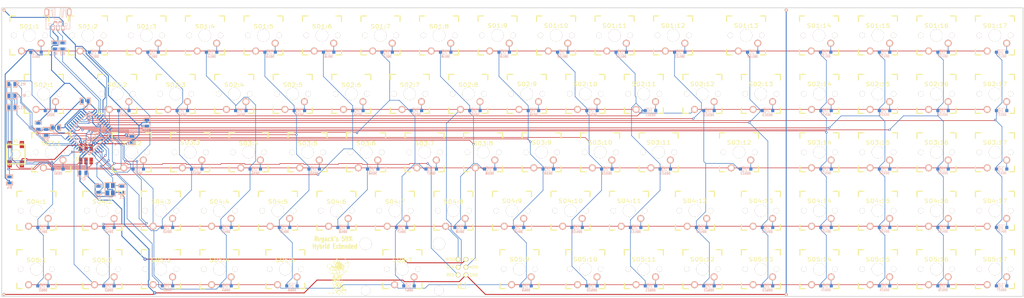
<source format=kicad_pcb>
(kicad_pcb (version 20171130) (host pcbnew "(5.1.12)-1")
  (title_block (title "Hybrid Keyboard") (rev 1.1) (company Regack))
  (layers (0 Front signal) (31 Back signal) (36 B.SilkS user hide) (37 F.SilkS user hide) (38 B.Mask user hide) (39 F.Mask user hide) (44 Edge.Cuts user))
  (net 0 "")
  (net 1 /Matrix/col1)
  (net 2 /Matrix/col10)
  (net 3 /Matrix/col11)
  (net 4 /Matrix/col12)
  (net 5 /Matrix/col13)
  (net 6 /Matrix/col14)
  (net 7 /Matrix/col15)
  (net 8 /Matrix/col16)
  (net 9 /Matrix/col17)
  (net 10 /Matrix/col2)
  (net 11 /Matrix/col3)
  (net 12 /Matrix/col4)
  (net 13 /Matrix/col5)
  (net 14 /Matrix/col6)
  (net 15 /Matrix/col7)
  (net 16 /Matrix/col8)
  (net 17 /Matrix/col9)
  (net 18 /Matrix/row1)
  (net 19 /Matrix/row2)
  (net 20 /Matrix/row3)
  (net 21 /Matrix/row4)
  (net 22 /Matrix/row5)
  (net 23 /PWM1)
  (net 24 /PWM2)
  (net 25 /PWM3)
  (net 26 /~RES~)
  (net 27 GND)
  (net 28 N-00000100)
  (net 29 N-00000101)
  (net 30 N-00000102)
  (net 31 N-00000103)
  (net 32 N-00000104)
  (net 33 N-00000105)
  (net 34 N-00000106)
  (net 35 N-00000107)
  (net 36 N-00000108)
  (net 37 N-00000109)
  (net 38 N-00000110)
  (net 39 N-00000111)
  (net 40 N-00000112)
  (net 41 N-00000113)
  (net 42 N-00000114)
  (net 43 N-00000115)
  (net 44 N-00000116)
  (net 45 N-00000117)
  (net 46 N-00000118)
  (net 47 N-00000119)
  (net 48 N-00000120)
  (net 49 N-00000121)
  (net 50 N-00000122)
  (net 51 N-00000123)
  (net 52 N-00000124)
  (net 53 N-00000125)
  (net 54 N-0000026)
  (net 55 N-0000027)
  (net 56 N-0000028)
  (net 57 N-0000029)
  (net 58 N-000003)
  (net 59 N-0000030)
  (net 60 N-0000031)
  (net 61 N-0000032)
  (net 62 N-0000033)
  (net 63 N-0000034)
  (net 64 N-000004)
  (net 65 N-0000044)
  (net 66 N-0000045)
  (net 67 N-0000046)
  (net 68 N-0000047)
  (net 69 N-0000048)
  (net 70 N-0000049)
  (net 71 N-0000050)
  (net 72 N-0000051)
  (net 73 N-0000052)
  (net 74 N-0000053)
  (net 75 N-0000054)
  (net 76 N-0000055)
  (net 77 N-0000056)
  (net 78 N-0000057)
  (net 79 N-0000058)
  (net 80 N-0000059)
  (net 81 N-0000060)
  (net 82 N-0000061)
  (net 83 N-0000062)
  (net 84 N-0000063)
  (net 85 N-0000064)
  (net 86 N-0000065)
  (net 87 N-0000066)
  (net 88 N-0000067)
  (net 89 N-0000068)
  (net 90 N-0000069)
  (net 91 N-0000070)
  (net 92 N-0000071)
  (net 93 N-0000072)
  (net 94 N-0000073)
  (net 95 N-0000074)
  (net 96 N-0000075)
  (net 97 N-0000076)
  (net 98 N-0000077)
  (net 99 N-0000078)
  (net 100 N-0000079)
  (net 101 N-0000080)
  (net 102 N-0000081)
  (net 103 N-0000082)
  (net 104 N-0000083)
  (net 105 N-0000084)
  (net 106 N-0000085)
  (net 107 N-0000086)
  (net 108 N-0000087)
  (net 109 N-0000088)
  (net 110 N-0000089)
  (net 111 N-0000090)
  (net 112 N-0000091)
  (net 113 N-0000092)
  (net 114 N-0000093)
  (net 115 N-0000094)
  (net 116 N-0000095)
  (net 117 N-0000096)
  (net 118 N-0000097)
  (net 119 N-0000098)
  (net 120 N-0000099)
  (net 121 VCC)
  (module CHERRY_PCB_175H_Visible (layer Front) (at 78.867 112.395 180)
    (fp_text reference S03:1 (at 0 2.921 180) (layer F.SilkS) (effects (font (size 1.27 1.524) (thickness 0.2032))))
    (fp_text value MX1A hide)
    (pad 1 thru_hole circle (at 2.54 -5.08 180) (size 2.286 2.286) (drill 1.498599) (layers *.Cu *.SilkS *.Mask) (net 20 /Matrix/row3))
    (pad 2 thru_hole circle (at -3.81 -2.54 180) (size 2.286 2.286) (drill 1.498599) (layers *.Cu *.SilkS *.Mask) (net 71 N-0000050))
    (pad HOLE thru_hole circle (at 0 0 180) (size 3.9878 3.9878) (drill 3.9878) (layers *.Cu *.Mask F.SilkS))
    (pad HOLE thru_hole circle (at -5.08 0 180) (size 1.7018 1.7018) (drill 1.701799) (layers *.Cu *.Mask F.SilkS))
    (pad HOLE thru_hole circle (at 5.08 0 180) (size 1.7018 1.7018) (drill 1.701799) (layers *.Cu *.Mask F.SilkS))
  )
  (module CHERRY_PCB_175H_Visible (layer Front) (at 302.768 112.395 180)
    (fp_text reference S03:12 (at 0 3.175 180) (layer F.SilkS) (effects (font (size 1.27 1.524) (thickness 0.2032))))
    (fp_text value MX1A hide)
    (pad 1 thru_hole circle (at 2.54 -5.08 180) (size 2.286 2.286) (drill 1.498599) (layers *.Cu *.SilkS *.Mask) (net 20 /Matrix/row3))
    (pad 2 thru_hole circle (at -3.81 -2.54 180) (size 2.286 2.286) (drill 1.498599) (layers *.Cu *.SilkS *.Mask) (net 79 N-0000058))
    (pad HOLE thru_hole circle (at 0 0 180) (size 3.9878 3.9878) (drill 3.9878) (layers *.Cu *.Mask F.SilkS))
    (pad HOLE thru_hole circle (at -5.08 0 180) (size 1.7018 1.7018) (drill 1.701799) (layers *.Cu *.Mask F.SilkS))
    (pad HOLE thru_hole circle (at 5.08 0 180) (size 1.7018 1.7018) (drill 1.701799) (layers *.Cu *.Mask F.SilkS))
  )
  (module CHERRY_PCB_150H_Visible (layer Front) (at 76.454 93.345 180)
    (fp_text reference S02:1 (at 0 2.921 180) (layer F.SilkS) (effects (font (size 1.27 1.524) (thickness 0.2032))))
    (fp_text value MX1A hide)
    (pad 1 thru_hole circle (at 2.54 -5.08 180) (size 2.286 2.286) (drill 1.498599) (layers *.Cu *.SilkS *.Mask) (net 19 /Matrix/row2))
    (pad 2 thru_hole circle (at -3.81 -2.54 180) (size 2.286 2.286) (drill 1.498599) (layers *.Cu *.SilkS *.Mask) (net 35 N-00000107))
    (pad HOLE thru_hole circle (at 0 0 180) (size 3.9878 3.9878) (drill 3.9878) (layers *.Cu *.Mask F.SilkS))
    (pad HOLE thru_hole circle (at -5.08 0 180) (size 1.7018 1.7018) (drill 1.701799) (layers *.Cu *.Mask F.SilkS))
    (pad HOLE thru_hole circle (at 5.08 0 180) (size 1.7018 1.7018) (drill 1.701799) (layers *.Cu *.Mask F.SilkS))
  )
  (module CHERRY_PCB_150H_Visible (layer Front) (at 305.054 74.295 180)
    (fp_text reference S01:13 (at 0 3.175 180) (layer F.SilkS) (effects (font (size 1.27 1.524) (thickness 0.2032))))
    (fp_text value MX1A hide)
    (pad 1 thru_hole circle (at 2.54 -5.08 180) (size 2.286 2.286) (drill 1.498599) (layers *.Cu *.SilkS *.Mask) (net 18 /Matrix/row1))
    (pad 2 thru_hole circle (at -3.81 -2.54 180) (size 2.286 2.286) (drill 1.498599) (layers *.Cu *.SilkS *.Mask) (net 91 N-0000070))
    (pad HOLE thru_hole circle (at 0 0 180) (size 3.9878 3.9878) (drill 3.9878) (layers *.Cu *.Mask F.SilkS))
    (pad HOLE thru_hole circle (at -5.08 0 180) (size 1.7018 1.7018) (drill 1.701799) (layers *.Cu *.Mask F.SilkS))
    (pad HOLE thru_hole circle (at 5.08 0 180) (size 1.7018 1.7018) (drill 1.701799) (layers *.Cu *.Mask F.SilkS))
  )
  (module CHERRY_PCB_125H_Visible (layer Front) (at 231.267 150.495 180)
    (fp_text reference S05:9 (at 0 3.175 180) (layer F.SilkS) (effects (font (size 1.27 1.524) (thickness 0.2032))))
    (fp_text value MX1A hide)
    (pad 1 thru_hole circle (at 2.54 -5.08 180) (size 2.286 2.286) (drill 1.498599) (layers *.Cu *.SilkS *.Mask) (net 22 /Matrix/row5))
    (pad 2 thru_hole circle (at -3.81 -2.54 180) (size 2.286 2.286) (drill 1.498599) (layers *.Cu *.SilkS *.Mask) (net 77 N-0000056))
    (pad HOLE thru_hole circle (at 0 0 180) (size 3.9878 3.9878) (drill 3.9878) (layers *.Cu *.Mask F.SilkS))
    (pad HOLE thru_hole circle (at -5.08 0 180) (size 1.7018 1.7018) (drill 1.701799) (layers *.Cu *.Mask F.SilkS))
    (pad HOLE thru_hole circle (at 5.08 0 180) (size 1.7018 1.7018) (drill 1.701799) (layers *.Cu *.Mask F.SilkS))
  )
  (module CHERRY_PCB_125H_Visible (layer Front) (at 74.041 131.445 180)
    (fp_text reference S04:1 (at 0 2.921 180) (layer F.SilkS) (effects (font (size 1.27 1.524) (thickness 0.2032))))
    (fp_text value MX1A hide)
    (pad 1 thru_hole circle (at 2.54 -5.08 180) (size 2.286 2.286) (drill 1.498599) (layers *.Cu *.SilkS *.Mask) (net 21 /Matrix/row4))
    (pad 2 thru_hole circle (at -3.81 -2.54 180) (size 2.286 2.286) (drill 1.498599) (layers *.Cu *.SilkS *.Mask) (net 65 N-0000044))
    (pad HOLE thru_hole circle (at 0 0 180) (size 3.9878 3.9878) (drill 3.9878) (layers *.Cu *.Mask F.SilkS))
    (pad HOLE thru_hole circle (at -5.08 0 180) (size 1.7018 1.7018) (drill 1.701799) (layers *.Cu *.Mask F.SilkS))
    (pad HOLE thru_hole circle (at 5.08 0 180) (size 1.7018 1.7018) (drill 1.701799) (layers *.Cu *.Mask F.SilkS))
  )
  (module CHERRY_PCB_125H_Visible (layer Front) (at 155.067 150.495 180)
    (fp_text reference S05:5 (at 0 2.921 180) (layer F.SilkS) (effects (font (size 1.27 1.524) (thickness 0.2032))))
    (fp_text value MX1A hide)
    (pad 1 thru_hole circle (at 2.54 -5.08 180) (size 2.286 2.286) (drill 1.498599) (layers *.Cu *.SilkS *.Mask) (net 22 /Matrix/row5))
    (pad 2 thru_hole circle (at -3.81 -2.54 180) (size 2.286 2.286) (drill 1.498599) (layers *.Cu *.SilkS *.Mask) (net 76 N-0000055))
    (pad HOLE thru_hole circle (at 0 0 180) (size 3.9878 3.9878) (drill 3.9878) (layers *.Cu *.Mask F.SilkS))
    (pad HOLE thru_hole circle (at -5.08 0 180) (size 1.7018 1.7018) (drill 1.701799) (layers *.Cu *.Mask F.SilkS))
    (pad HOLE thru_hole circle (at 5.08 0 180) (size 1.7018 1.7018) (drill 1.701799) (layers *.Cu *.Mask F.SilkS))
  )
  (module CHERRY_PCB_125H_Visible (layer Front) (at 288.417 131.445 180)
    (fp_text reference S04:12 (at 0 3.175 180) (layer F.SilkS) (effects (font (size 1.27 1.524) (thickness 0.2032))))
    (fp_text value MX1A hide)
    (pad 1 thru_hole circle (at 2.54 -5.08 180) (size 2.286 2.286) (drill 1.498599) (layers *.Cu *.SilkS *.Mask) (net 21 /Matrix/row4))
    (pad 2 thru_hole circle (at -3.81 -2.54 180) (size 2.286 2.286) (drill 1.498599) (layers *.Cu *.SilkS *.Mask) (net 83 N-0000062))
    (pad HOLE thru_hole circle (at 0 0 180) (size 3.9878 3.9878) (drill 3.9878) (layers *.Cu *.Mask F.SilkS))
    (pad HOLE thru_hole circle (at -5.08 0 180) (size 1.7018 1.7018) (drill 1.701799) (layers *.Cu *.Mask F.SilkS))
    (pad HOLE thru_hole circle (at 5.08 0 180) (size 1.7018 1.7018) (drill 1.701799) (layers *.Cu *.Mask F.SilkS))
  )
  (module CHERRY_PCB_125H_Visible (layer Front) (at 74.041 150.495 180)
    (fp_text reference S05:1 (at 0 2.921 180) (layer F.SilkS) (effects (font (size 1.27 1.524) (thickness 0.2032))))
    (fp_text value MX1A hide)
    (pad 1 thru_hole circle (at 2.54 -5.08 180) (size 2.286 2.286) (drill 1.498599) (layers *.Cu *.SilkS *.Mask) (net 22 /Matrix/row5))
    (pad 2 thru_hole circle (at -3.81 -2.54 180) (size 2.286 2.286) (drill 1.498599) (layers *.Cu *.SilkS *.Mask) (net 73 N-0000052))
    (pad HOLE thru_hole circle (at 0 0 180) (size 3.9878 3.9878) (drill 3.9878) (layers *.Cu *.Mask F.SilkS))
    (pad HOLE thru_hole circle (at -5.08 0 180) (size 1.7018 1.7018) (drill 1.701799) (layers *.Cu *.Mask F.SilkS))
    (pad HOLE thru_hole circle (at 5.08 0 180) (size 1.7018 1.7018) (drill 1.701799) (layers *.Cu *.Mask F.SilkS))
  )
  (module CHERRY_PCB_100H_Plated (layer Front) (at 271.78 93.345 180)
    (fp_text reference S02:11 (at 0 3.175 180) (layer F.SilkS) (effects (font (size 1.27 1.524) (thickness 0.2032))))
    (fp_text value MX1A hide)
    (pad 1 thru_hole circle (at 2.54 -5.08 180) (size 2.286 2.286) (drill 1.498599) (layers *.Cu *.SilkS *.Mask) (net 19 /Matrix/row2))
    (pad 2 thru_hole circle (at -3.81 -2.54 180) (size 2.286 2.286) (drill 1.498599) (layers *.Cu *.SilkS *.Mask) (net 94 N-0000073))
    (pad HOLE thru_hole circle (at 0 0 180) (size 3.9878 3.9878) (drill 3.9878) (layers *.Cu *.Mask F.SilkS))
    (pad HOLE thru_hole circle (at -5.08 0 180) (size 1.7018 1.7018) (drill 1.701799) (layers *.Cu *.Mask F.SilkS))
    (pad HOLE thru_hole circle (at 5.08 0 180) (size 1.7018 1.7018) (drill 1.701799) (layers *.Cu *.Mask F.SilkS))
  )
  (module CHERRY_PCB_100H_Plated (layer Front) (at 176.53 93.345 180)
    (fp_text reference S02:6 (at 0 2.921 180) (layer F.SilkS) (effects (font (size 1.27 1.524) (thickness 0.2032))))
    (fp_text value MX1A hide)
    (pad 1 thru_hole circle (at 2.54 -5.08 180) (size 2.286 2.286) (drill 1.498599) (layers *.Cu *.SilkS *.Mask) (net 19 /Matrix/row2))
    (pad 2 thru_hole circle (at -3.81 -2.54 180) (size 2.286 2.286) (drill 1.498599) (layers *.Cu *.SilkS *.Mask) (net 33 N-00000105))
    (pad HOLE thru_hole circle (at 0 0 180) (size 3.9878 3.9878) (drill 3.9878) (layers *.Cu *.Mask F.SilkS))
    (pad HOLE thru_hole circle (at -5.08 0 180) (size 1.7018 1.7018) (drill 1.701799) (layers *.Cu *.Mask F.SilkS))
    (pad HOLE thru_hole circle (at 5.08 0 180) (size 1.7018 1.7018) (drill 1.701799) (layers *.Cu *.Mask F.SilkS))
  )
  (module CHERRY_PCB_100H_Plated (layer Front) (at 195.58 93.345 180)
    (fp_text reference S02:7 (at 0 2.921 180) (layer F.SilkS) (effects (font (size 1.27 1.524) (thickness 0.2032))))
    (fp_text value MX1A hide)
    (pad 1 thru_hole circle (at 2.54 -5.08 180) (size 2.286 2.286) (drill 1.498599) (layers *.Cu *.SilkS *.Mask) (net 19 /Matrix/row2))
    (pad 2 thru_hole circle (at -3.81 -2.54 180) (size 2.286 2.286) (drill 1.498599) (layers *.Cu *.SilkS *.Mask) (net 34 N-00000106))
    (pad HOLE thru_hole circle (at 0 0 180) (size 3.9878 3.9878) (drill 3.9878) (layers *.Cu *.Mask F.SilkS))
    (pad HOLE thru_hole circle (at -5.08 0 180) (size 1.7018 1.7018) (drill 1.701799) (layers *.Cu *.Mask F.SilkS))
    (pad HOLE thru_hole circle (at 5.08 0 180) (size 1.7018 1.7018) (drill 1.701799) (layers *.Cu *.Mask F.SilkS))
  )
  (module CHERRY_PCB_100H_Plated (layer Front) (at 214.63 93.345 180)
    (fp_text reference S02:8 (at 0 2.921 180) (layer F.SilkS) (effects (font (size 1.27 1.524) (thickness 0.2032))))
    (fp_text value MX1A hide)
    (pad 1 thru_hole circle (at 2.54 -5.08 180) (size 2.286 2.286) (drill 1.498599) (layers *.Cu *.SilkS *.Mask) (net 19 /Matrix/row2))
    (pad 2 thru_hole circle (at -3.81 -2.54 180) (size 2.286 2.286) (drill 1.498599) (layers *.Cu *.SilkS *.Mask) (net 36 N-00000108))
    (pad HOLE thru_hole circle (at 0 0 180) (size 3.9878 3.9878) (drill 3.9878) (layers *.Cu *.Mask F.SilkS))
    (pad HOLE thru_hole circle (at -5.08 0 180) (size 1.7018 1.7018) (drill 1.701799) (layers *.Cu *.Mask F.SilkS))
    (pad HOLE thru_hole circle (at 5.08 0 180) (size 1.7018 1.7018) (drill 1.701799) (layers *.Cu *.Mask F.SilkS))
  )
  (module CHERRY_PCB_100H_Plated (layer Front) (at 233.68 93.345 180)
    (fp_text reference S02:9 (at 0 3.175 180) (layer F.SilkS) (effects (font (size 1.27 1.524) (thickness 0.2032))))
    (fp_text value MX1A hide)
    (pad 1 thru_hole circle (at 2.54 -5.08 180) (size 2.286 2.286) (drill 1.498599) (layers *.Cu *.SilkS *.Mask) (net 19 /Matrix/row2))
    (pad 2 thru_hole circle (at -3.81 -2.54 180) (size 2.286 2.286) (drill 1.498599) (layers *.Cu *.SilkS *.Mask) (net 89 N-0000068))
    (pad HOLE thru_hole circle (at 0 0 180) (size 3.9878 3.9878) (drill 3.9878) (layers *.Cu *.Mask F.SilkS))
    (pad HOLE thru_hole circle (at -5.08 0 180) (size 1.7018 1.7018) (drill 1.701799) (layers *.Cu *.Mask F.SilkS))
    (pad HOLE thru_hole circle (at 5.08 0 180) (size 1.7018 1.7018) (drill 1.701799) (layers *.Cu *.Mask F.SilkS))
  )
  (module CHERRY_PCB_100H_Plated (layer Front) (at 252.73 93.345 180)
    (fp_text reference S02:10 (at 0 3.175 180) (layer F.SilkS) (effects (font (size 1.27 1.524) (thickness 0.2032))))
    (fp_text value MX1A hide)
    (pad 1 thru_hole circle (at 2.54 -5.08 180) (size 2.286 2.286) (drill 1.498599) (layers *.Cu *.SilkS *.Mask) (net 19 /Matrix/row2))
    (pad 2 thru_hole circle (at -3.81 -2.54 180) (size 2.286 2.286) (drill 1.498599) (layers *.Cu *.SilkS *.Mask) (net 92 N-0000071))
    (pad HOLE thru_hole circle (at 0 0 180) (size 3.9878 3.9878) (drill 3.9878) (layers *.Cu *.Mask F.SilkS))
    (pad HOLE thru_hole circle (at -5.08 0 180) (size 1.7018 1.7018) (drill 1.701799) (layers *.Cu *.Mask F.SilkS))
    (pad HOLE thru_hole circle (at 5.08 0 180) (size 1.7018 1.7018) (drill 1.701799) (layers *.Cu *.Mask F.SilkS))
  )
  (module CHERRY_PCB_100H_Plated (layer Front) (at 124.079 112.395 180)
    (fp_text reference S03:3 (at 0 3.175 180) (layer F.SilkS) (effects (font (size 1.27 1.524) (thickness 0.2032))))
    (fp_text value MX1A hide)
    (pad 1 thru_hole circle (at 2.54 -5.08 180) (size 2.286 2.286) (drill 1.498599) (layers *.Cu *.SilkS *.Mask) (net 20 /Matrix/row3))
    (pad 2 thru_hole circle (at -3.81 -2.54 180) (size 2.286 2.286) (drill 1.498599) (layers *.Cu *.SilkS *.Mask) (net 48 N-00000120))
    (pad HOLE thru_hole circle (at 0 0 180) (size 3.9878 3.9878) (drill 3.9878) (layers *.Cu *.Mask F.SilkS))
    (pad HOLE thru_hole circle (at -5.08 0 180) (size 1.7018 1.7018) (drill 1.701799) (layers *.Cu *.Mask F.SilkS))
    (pad HOLE thru_hole circle (at 5.08 0 180) (size 1.7018 1.7018) (drill 1.701799) (layers *.Cu *.Mask F.SilkS))
  )
  (module CHERRY_PCB_100H_Plated (layer Front) (at 290.83 93.345 180)
    (fp_text reference S02:12 (at 0 3.175 180) (layer F.SilkS) (effects (font (size 1.27 1.524) (thickness 0.2032))))
    (fp_text value MX1A hide)
    (pad 1 thru_hole circle (at 2.54 -5.08 180) (size 2.286 2.286) (drill 1.498599) (layers *.Cu *.SilkS *.Mask) (net 19 /Matrix/row2))
    (pad 2 thru_hole circle (at -3.81 -2.54 180) (size 2.286 2.286) (drill 1.498599) (layers *.Cu *.SilkS *.Mask) (net 86 N-0000065))
    (pad HOLE thru_hole circle (at 0 0 180) (size 3.9878 3.9878) (drill 3.9878) (layers *.Cu *.Mask F.SilkS))
    (pad HOLE thru_hole circle (at -5.08 0 180) (size 1.7018 1.7018) (drill 1.701799) (layers *.Cu *.Mask F.SilkS))
    (pad HOLE thru_hole circle (at 5.08 0 180) (size 1.7018 1.7018) (drill 1.701799) (layers *.Cu *.Mask F.SilkS))
  )
  (module CHERRY_PCB_100H_Plated (layer Front) (at 309.88 93.345 180)
    (fp_text reference S02:13 (at 0 3.175 180) (layer F.SilkS) (effects (font (size 1.27 1.524) (thickness 0.2032))))
    (fp_text value MX1A hide)
    (pad 1 thru_hole circle (at 2.54 -5.08 180) (size 2.286 2.286) (drill 1.498599) (layers *.Cu *.SilkS *.Mask) (net 19 /Matrix/row2))
    (pad 2 thru_hole circle (at -3.81 -2.54 180) (size 2.286 2.286) (drill 1.498599) (layers *.Cu *.SilkS *.Mask) (net 85 N-0000064))
    (pad HOLE thru_hole circle (at 0 0 180) (size 3.9878 3.9878) (drill 3.9878) (layers *.Cu *.Mask F.SilkS))
    (pad HOLE thru_hole circle (at -5.08 0 180) (size 1.7018 1.7018) (drill 1.701799) (layers *.Cu *.Mask F.SilkS))
    (pad HOLE thru_hole circle (at 5.08 0 180) (size 1.7018 1.7018) (drill 1.701799) (layers *.Cu *.Mask F.SilkS))
  )
  (module CHERRY_PCB_100H_Plated (layer Front) (at 105.029 112.395 180)
    (fp_text reference S03:2 (at 0 2.921 180) (layer F.SilkS) (effects (font (size 1.27 1.524) (thickness 0.2032))))
    (fp_text value MX1A hide)
    (pad 1 thru_hole circle (at 2.54 -5.08 180) (size 2.286 2.286) (drill 1.498599) (layers *.Cu *.SilkS *.Mask) (net 20 /Matrix/row3))
    (pad 2 thru_hole circle (at -3.81 -2.54 180) (size 2.286 2.286) (drill 1.498599) (layers *.Cu *.SilkS *.Mask) (net 47 N-00000119))
    (pad HOLE thru_hole circle (at 0 0 180) (size 3.9878 3.9878) (drill 3.9878) (layers *.Cu *.Mask F.SilkS))
    (pad HOLE thru_hole circle (at -5.08 0 180) (size 1.7018 1.7018) (drill 1.701799) (layers *.Cu *.Mask F.SilkS))
    (pad HOLE thru_hole circle (at 5.08 0 180) (size 1.7018 1.7018) (drill 1.701799) (layers *.Cu *.Mask F.SilkS))
  )
  (module CHERRY_PCB_100H_Plated (layer Front) (at 90.805 74.295 180)
    (fp_text reference S01:2 (at 0 2.921 180) (layer F.SilkS) (effects (font (size 1.27 1.524) (thickness 0.2032))))
    (fp_text value MX1A hide)
    (pad 1 thru_hole circle (at 2.54 -5.08 180) (size 2.286 2.286) (drill 1.498599) (layers *.Cu *.SilkS *.Mask) (net 18 /Matrix/row1))
    (pad 2 thru_hole circle (at -3.81 -2.54 180) (size 2.286 2.286) (drill 1.498599) (layers *.Cu *.SilkS *.Mask) (net 39 N-00000111))
    (pad HOLE thru_hole circle (at 0 0 180) (size 3.9878 3.9878) (drill 3.9878) (layers *.Cu *.Mask F.SilkS))
    (pad HOLE thru_hole circle (at -5.08 0 180) (size 1.7018 1.7018) (drill 1.701799) (layers *.Cu *.Mask F.SilkS))
    (pad HOLE thru_hole circle (at 5.08 0 180) (size 1.7018 1.7018) (drill 1.701799) (layers *.Cu *.Mask F.SilkS))
  )
  (module CHERRY_PCB_100H_Plated (layer Front) (at 157.48 93.345 180)
    (fp_text reference S02:5 (at 0 2.921 180) (layer F.SilkS) (effects (font (size 1.27 1.524) (thickness 0.2032))))
    (fp_text value MX1A hide)
    (pad 1 thru_hole circle (at 2.54 -5.08 180) (size 2.286 2.286) (drill 1.498599) (layers *.Cu *.SilkS *.Mask) (net 19 /Matrix/row2))
    (pad 2 thru_hole circle (at -3.81 -2.54 180) (size 2.286 2.286) (drill 1.498599) (layers *.Cu *.SilkS *.Mask) (net 87 N-0000066))
    (pad HOLE thru_hole circle (at 0 0 180) (size 3.9878 3.9878) (drill 3.9878) (layers *.Cu *.Mask F.SilkS))
    (pad HOLE thru_hole circle (at -5.08 0 180) (size 1.7018 1.7018) (drill 1.701799) (layers *.Cu *.Mask F.SilkS))
    (pad HOLE thru_hole circle (at 5.08 0 180) (size 1.7018 1.7018) (drill 1.701799) (layers *.Cu *.Mask F.SilkS))
  )
  (module CHERRY_PCB_100H_Plated (layer Front) (at 138.43 93.345 180)
    (fp_text reference S02:4 (at 0 2.921 180) (layer F.SilkS) (effects (font (size 1.27 1.524) (thickness 0.2032))))
    (fp_text value MX1A hide)
    (pad 1 thru_hole circle (at 2.54 -5.08 180) (size 2.286 2.286) (drill 1.498599) (layers *.Cu *.SilkS *.Mask) (net 19 /Matrix/row2))
    (pad 2 thru_hole circle (at -3.81 -2.54 180) (size 2.286 2.286) (drill 1.498599) (layers *.Cu *.SilkS *.Mask) (net 32 N-00000104))
    (pad HOLE thru_hole circle (at 0 0 180) (size 3.9878 3.9878) (drill 3.9878) (layers *.Cu *.Mask F.SilkS))
    (pad HOLE thru_hole circle (at -5.08 0 180) (size 1.7018 1.7018) (drill 1.701799) (layers *.Cu *.Mask F.SilkS))
    (pad HOLE thru_hole circle (at 5.08 0 180) (size 1.7018 1.7018) (drill 1.701799) (layers *.Cu *.Mask F.SilkS))
  )
  (module CHERRY_PCB_100H_Plated (layer Front) (at 119.38 93.345 180)
    (fp_text reference S02:3 (at 0 2.921 180) (layer F.SilkS) (effects (font (size 1.27 1.524) (thickness 0.2032))))
    (fp_text value MX1A hide)
    (pad 1 thru_hole circle (at 2.54 -5.08 180) (size 2.286 2.286) (drill 1.498599) (layers *.Cu *.SilkS *.Mask) (net 19 /Matrix/row2))
    (pad 2 thru_hole circle (at -3.81 -2.54 180) (size 2.286 2.286) (drill 1.498599) (layers *.Cu *.SilkS *.Mask) (net 31 N-00000103))
    (pad HOLE thru_hole circle (at 0 0 180) (size 3.9878 3.9878) (drill 3.9878) (layers *.Cu *.Mask F.SilkS))
    (pad HOLE thru_hole circle (at -5.08 0 180) (size 1.7018 1.7018) (drill 1.701799) (layers *.Cu *.Mask F.SilkS))
    (pad HOLE thru_hole circle (at 5.08 0 180) (size 1.7018 1.7018) (drill 1.701799) (layers *.Cu *.Mask F.SilkS))
  )
  (module CHERRY_PCB_100H_Plated (layer Front) (at 100.33 93.345 180)
    (fp_text reference S02:2 (at 0 2.921 180) (layer F.SilkS) (effects (font (size 1.27 1.524) (thickness 0.2032))))
    (fp_text value MX1A hide)
    (pad 1 thru_hole circle (at 2.54 -5.08 180) (size 2.286 2.286) (drill 1.498599) (layers *.Cu *.SilkS *.Mask) (net 19 /Matrix/row2))
    (pad 2 thru_hole circle (at -3.81 -2.54 180) (size 2.286 2.286) (drill 1.498599) (layers *.Cu *.SilkS *.Mask) (net 30 N-00000102))
    (pad HOLE thru_hole circle (at 0 0 180) (size 3.9878 3.9878) (drill 3.9878) (layers *.Cu *.Mask F.SilkS))
    (pad HOLE thru_hole circle (at -5.08 0 180) (size 1.7018 1.7018) (drill 1.701799) (layers *.Cu *.Mask F.SilkS))
    (pad HOLE thru_hole circle (at 5.08 0 180) (size 1.7018 1.7018) (drill 1.701799) (layers *.Cu *.Mask F.SilkS))
  )
  (module CHERRY_PCB_100H_Plated (layer Front) (at 281.305 74.295 180)
    (fp_text reference S01:12 (at 0 3.175 180) (layer F.SilkS) (effects (font (size 1.27 1.524) (thickness 0.2032))))
    (fp_text value MX1A hide)
    (pad 1 thru_hole circle (at 2.54 -5.08 180) (size 2.286 2.286) (drill 1.498599) (layers *.Cu *.SilkS *.Mask) (net 18 /Matrix/row1))
    (pad 2 thru_hole circle (at -3.81 -2.54 180) (size 2.286 2.286) (drill 1.498599) (layers *.Cu *.SilkS *.Mask) (net 97 N-0000076))
    (pad HOLE thru_hole circle (at 0 0 180) (size 3.9878 3.9878) (drill 3.9878) (layers *.Cu *.Mask F.SilkS))
    (pad HOLE thru_hole circle (at -5.08 0 180) (size 1.7018 1.7018) (drill 1.701799) (layers *.Cu *.Mask F.SilkS))
    (pad HOLE thru_hole circle (at 5.08 0 180) (size 1.7018 1.7018) (drill 1.701799) (layers *.Cu *.Mask F.SilkS))
  )
  (module CHERRY_PCB_100H_Plated (layer Front) (at 262.255 74.295 180)
    (fp_text reference S01:11 (at 0 3.175 180) (layer F.SilkS) (effects (font (size 1.27 1.524) (thickness 0.2032))))
    (fp_text value MX1A hide)
    (pad 1 thru_hole circle (at 2.54 -5.08 180) (size 2.286 2.286) (drill 1.498599) (layers *.Cu *.SilkS *.Mask) (net 18 /Matrix/row1))
    (pad 2 thru_hole circle (at -3.81 -2.54 180) (size 2.286 2.286) (drill 1.498599) (layers *.Cu *.SilkS *.Mask) (net 93 N-0000072))
    (pad HOLE thru_hole circle (at 0 0 180) (size 3.9878 3.9878) (drill 3.9878) (layers *.Cu *.Mask F.SilkS))
    (pad HOLE thru_hole circle (at -5.08 0 180) (size 1.7018 1.7018) (drill 1.701799) (layers *.Cu *.Mask F.SilkS))
    (pad HOLE thru_hole circle (at 5.08 0 180) (size 1.7018 1.7018) (drill 1.701799) (layers *.Cu *.Mask F.SilkS))
  )
  (module CHERRY_PCB_100H_Plated (layer Front) (at 243.205 74.295 180)
    (fp_text reference S01:10 (at 0 3.175 180) (layer F.SilkS) (effects (font (size 1.27 1.524) (thickness 0.2032))))
    (fp_text value MX1A hide)
    (pad 1 thru_hole circle (at 2.54 -5.08 180) (size 2.286 2.286) (drill 1.498599) (layers *.Cu *.SilkS *.Mask) (net 18 /Matrix/row1))
    (pad 2 thru_hole circle (at -3.81 -2.54 180) (size 2.286 2.286) (drill 1.498599) (layers *.Cu *.SilkS *.Mask) (net 90 N-0000069))
    (pad HOLE thru_hole circle (at 0 0 180) (size 3.9878 3.9878) (drill 3.9878) (layers *.Cu *.Mask F.SilkS))
    (pad HOLE thru_hole circle (at -5.08 0 180) (size 1.7018 1.7018) (drill 1.701799) (layers *.Cu *.Mask F.SilkS))
    (pad HOLE thru_hole circle (at 5.08 0 180) (size 1.7018 1.7018) (drill 1.701799) (layers *.Cu *.Mask F.SilkS))
  )
  (module CHERRY_PCB_100H_Plated (layer Front) (at 205.105 74.295 180)
    (fp_text reference S01:8 (at 0 2.921 180) (layer F.SilkS) (effects (font (size 1.27 1.524) (thickness 0.2032))))
    (fp_text value MX1A hide)
    (pad 1 thru_hole circle (at 2.54 -5.08 180) (size 2.286 2.286) (drill 1.498599) (layers *.Cu *.SilkS *.Mask) (net 18 /Matrix/row1))
    (pad 2 thru_hole circle (at -3.81 -2.54 180) (size 2.286 2.286) (drill 1.498599) (layers *.Cu *.SilkS *.Mask) (net 43 N-00000115))
    (pad HOLE thru_hole circle (at 0 0 180) (size 3.9878 3.9878) (drill 3.9878) (layers *.Cu *.Mask F.SilkS))
    (pad HOLE thru_hole circle (at -5.08 0 180) (size 1.7018 1.7018) (drill 1.701799) (layers *.Cu *.Mask F.SilkS))
    (pad HOLE thru_hole circle (at 5.08 0 180) (size 1.7018 1.7018) (drill 1.701799) (layers *.Cu *.Mask F.SilkS))
  )
  (module CHERRY_PCB_100H_Plated (layer Front) (at 167.005 74.295 180)
    (fp_text reference S01:6 (at 0 2.921 180) (layer F.SilkS) (effects (font (size 1.27 1.524) (thickness 0.2032))))
    (fp_text value MX1A hide)
    (pad 1 thru_hole circle (at 2.54 -5.08 180) (size 2.286 2.286) (drill 1.498599) (layers *.Cu *.SilkS *.Mask) (net 18 /Matrix/row1))
    (pad 2 thru_hole circle (at -3.81 -2.54 180) (size 2.286 2.286) (drill 1.498599) (layers *.Cu *.SilkS *.Mask) (net 37 N-00000109))
    (pad HOLE thru_hole circle (at 0 0 180) (size 3.9878 3.9878) (drill 3.9878) (layers *.Cu *.Mask F.SilkS))
    (pad HOLE thru_hole circle (at -5.08 0 180) (size 1.7018 1.7018) (drill 1.701799) (layers *.Cu *.Mask F.SilkS))
    (pad HOLE thru_hole circle (at 5.08 0 180) (size 1.7018 1.7018) (drill 1.701799) (layers *.Cu *.Mask F.SilkS))
  )
  (module CHERRY_PCB_100H_Plated (layer Front) (at 147.955 74.295 180)
    (fp_text reference S01:5 (at 0 2.921 180) (layer F.SilkS) (effects (font (size 1.27 1.524) (thickness 0.2032))))
    (fp_text value MX1A hide)
    (pad 1 thru_hole circle (at 2.54 -5.08 180) (size 2.286 2.286) (drill 1.498599) (layers *.Cu *.SilkS *.Mask) (net 18 /Matrix/row1))
    (pad 2 thru_hole circle (at -3.81 -2.54 180) (size 2.286 2.286) (drill 1.498599) (layers *.Cu *.SilkS *.Mask) (net 42 N-00000114))
    (pad HOLE thru_hole circle (at 0 0 180) (size 3.9878 3.9878) (drill 3.9878) (layers *.Cu *.Mask F.SilkS))
    (pad HOLE thru_hole circle (at -5.08 0 180) (size 1.7018 1.7018) (drill 1.701799) (layers *.Cu *.Mask F.SilkS))
    (pad HOLE thru_hole circle (at 5.08 0 180) (size 1.7018 1.7018) (drill 1.701799) (layers *.Cu *.Mask F.SilkS))
  )
  (module CHERRY_PCB_100H_Plated (layer Front) (at 128.905 74.295 180)
    (fp_text reference S01:4 (at 0 2.921 180) (layer F.SilkS) (effects (font (size 1.27 1.524) (thickness 0.2032))))
    (fp_text value MX1A hide)
    (pad 1 thru_hole circle (at 2.54 -5.08 180) (size 2.286 2.286) (drill 1.498599) (layers *.Cu *.SilkS *.Mask) (net 18 /Matrix/row1))
    (pad 2 thru_hole circle (at -3.81 -2.54 180) (size 2.286 2.286) (drill 1.498599) (layers *.Cu *.SilkS *.Mask) (net 41 N-00000113))
    (pad HOLE thru_hole circle (at 0 0 180) (size 3.9878 3.9878) (drill 3.9878) (layers *.Cu *.Mask F.SilkS))
    (pad HOLE thru_hole circle (at -5.08 0 180) (size 1.7018 1.7018) (drill 1.701799) (layers *.Cu *.Mask F.SilkS))
    (pad HOLE thru_hole circle (at 5.08 0 180) (size 1.7018 1.7018) (drill 1.701799) (layers *.Cu *.Mask F.SilkS))
  )
  (module CHERRY_PCB_100H_Plated (layer Front) (at 109.855 74.295 180)
    (fp_text reference S01:3 (at 0 2.921 180) (layer F.SilkS) (effects (font (size 1.27 1.524) (thickness 0.2032))))
    (fp_text value MX1A hide)
    (pad 1 thru_hole circle (at 2.54 -5.08 180) (size 2.286 2.286) (drill 1.498599) (layers *.Cu *.SilkS *.Mask) (net 18 /Matrix/row1))
    (pad 2 thru_hole circle (at -3.81 -2.54 180) (size 2.286 2.286) (drill 1.498599) (layers *.Cu *.SilkS *.Mask) (net 40 N-00000112))
    (pad HOLE thru_hole circle (at 0 0 180) (size 3.9878 3.9878) (drill 3.9878) (layers *.Cu *.Mask F.SilkS))
    (pad HOLE thru_hole circle (at -5.08 0 180) (size 1.7018 1.7018) (drill 1.701799) (layers *.Cu *.Mask F.SilkS))
    (pad HOLE thru_hole circle (at 5.08 0 180) (size 1.7018 1.7018) (drill 1.701799) (layers *.Cu *.Mask F.SilkS))
  )
  (module CHERRY_PCB_100H_Plated (layer Front) (at 252.73 150.495 180)
    (fp_text reference S05:10 (at 0 3.175 180) (layer F.SilkS) (effects (font (size 1.27 1.524) (thickness 0.2032))))
    (fp_text value MX1A hide)
    (pad 1 thru_hole circle (at 2.54 -5.08 180) (size 2.286 2.286) (drill 1.498599) (layers *.Cu *.SilkS *.Mask) (net 22 /Matrix/row5))
    (pad 2 thru_hole circle (at -3.81 -2.54 180) (size 2.286 2.286) (drill 1.498599) (layers *.Cu *.SilkS *.Mask) (net 78 N-0000057))
    (pad HOLE thru_hole circle (at 0 0 180) (size 3.9878 3.9878) (drill 3.9878) (layers *.Cu *.Mask F.SilkS))
    (pad HOLE thru_hole circle (at -5.08 0 180) (size 1.7018 1.7018) (drill 1.701799) (layers *.Cu *.Mask F.SilkS))
    (pad HOLE thru_hole circle (at 5.08 0 180) (size 1.7018 1.7018) (drill 1.701799) (layers *.Cu *.Mask F.SilkS))
  )
  (module CHERRY_PCB_100H_Plated (layer Front) (at 228.854 131.445 180)
    (fp_text reference S04:9 (at 0 3.175 180) (layer F.SilkS) (effects (font (size 1.27 1.524) (thickness 0.2032))))
    (fp_text value MX1A hide)
    (pad 1 thru_hole circle (at 2.54 -5.08 180) (size 2.286 2.286) (drill 1.498599) (layers *.Cu *.SilkS *.Mask) (net 21 /Matrix/row4))
    (pad 2 thru_hole circle (at -3.81 -2.54 180) (size 2.286 2.286) (drill 1.498599) (layers *.Cu *.SilkS *.Mask) (net 80 N-0000059))
    (pad HOLE thru_hole circle (at 0 0 180) (size 3.9878 3.9878) (drill 3.9878) (layers *.Cu *.Mask F.SilkS))
    (pad HOLE thru_hole circle (at -5.08 0 180) (size 1.7018 1.7018) (drill 1.701799) (layers *.Cu *.Mask F.SilkS))
    (pad HOLE thru_hole circle (at 5.08 0 180) (size 1.7018 1.7018) (drill 1.701799) (layers *.Cu *.Mask F.SilkS))
  )
  (module CHERRY_PCB_100H_Plated (layer Front) (at 71.755 74.295 180)
    (fp_text reference S01:1 (at 0 2.921 180) (layer F.SilkS) (effects (font (size 1.27 1.524) (thickness 0.2032))))
    (fp_text value MX1A hide)
    (pad 1 thru_hole circle (at 2.54 -5.08 180) (size 2.286 2.286) (drill 1.498599) (layers *.Cu *.SilkS *.Mask) (net 18 /Matrix/row1))
    (pad 2 thru_hole circle (at -3.81 -2.54 180) (size 2.286 2.286) (drill 1.498599) (layers *.Cu *.SilkS *.Mask) (net 38 N-00000110))
    (pad HOLE thru_hole circle (at 0 0 180) (size 3.9878 3.9878) (drill 3.9878) (layers *.Cu *.Mask F.SilkS))
    (pad HOLE thru_hole circle (at -5.08 0 180) (size 1.7018 1.7018) (drill 1.701799) (layers *.Cu *.Mask F.SilkS))
    (pad HOLE thru_hole circle (at 5.08 0 180) (size 1.7018 1.7018) (drill 1.701799) (layers *.Cu *.Mask F.SilkS))
  )
  (module CHERRY_PCB_100H_Plated (layer Front) (at 186.055 74.295 180)
    (fp_text reference S01:7 (at 0 2.921 180) (layer F.SilkS) (effects (font (size 1.27 1.524) (thickness 0.2032))))
    (fp_text value MX1A hide)
    (pad 1 thru_hole circle (at 2.54 -5.08 180) (size 2.286 2.286) (drill 1.498599) (layers *.Cu *.SilkS *.Mask) (net 18 /Matrix/row1))
    (pad 2 thru_hole circle (at -3.81 -2.54 180) (size 2.286 2.286) (drill 1.498599) (layers *.Cu *.SilkS *.Mask) (net 120 N-0000099))
    (pad HOLE thru_hole circle (at 0 0 180) (size 3.9878 3.9878) (drill 3.9878) (layers *.Cu *.Mask F.SilkS))
    (pad HOLE thru_hole circle (at -5.08 0 180) (size 1.7018 1.7018) (drill 1.701799) (layers *.Cu *.Mask F.SilkS))
    (pad HOLE thru_hole circle (at 5.08 0 180) (size 1.7018 1.7018) (drill 1.701799) (layers *.Cu *.Mask F.SilkS))
  )
  (module CHERRY_PCB_100H_Plated (layer Front) (at 224.155 74.295 180)
    (fp_text reference S01:9 (at 0 3.175 180) (layer F.SilkS) (effects (font (size 1.27 1.524) (thickness 0.2032))))
    (fp_text value MX1A hide)
    (pad 1 thru_hole circle (at 2.54 -5.08 180) (size 2.286 2.286) (drill 1.498599) (layers *.Cu *.SilkS *.Mask) (net 18 /Matrix/row1))
    (pad 2 thru_hole circle (at -3.81 -2.54 180) (size 2.286 2.286) (drill 1.498599) (layers *.Cu *.SilkS *.Mask) (net 28 N-00000100))
    (pad HOLE thru_hole circle (at 0 0 180) (size 3.9878 3.9878) (drill 3.9878) (layers *.Cu *.Mask F.SilkS))
    (pad HOLE thru_hole circle (at -5.08 0 180) (size 1.7018 1.7018) (drill 1.701799) (layers *.Cu *.Mask F.SilkS))
    (pad HOLE thru_hole circle (at 5.08 0 180) (size 1.7018 1.7018) (drill 1.701799) (layers *.Cu *.Mask F.SilkS))
  )
  (module CHERRY_PCB_100H_Plated (layer Front) (at 309.88 131.445 180)
    (fp_text reference S04:13 (at 0 3.175 180) (layer F.SilkS) (effects (font (size 1.27 1.524) (thickness 0.2032))))
    (fp_text value MX1A hide)
    (pad 1 thru_hole circle (at 2.54 -5.08 180) (size 2.286 2.286) (drill 1.498599) (layers *.Cu *.SilkS *.Mask) (net 21 /Matrix/row4))
    (pad 2 thru_hole circle (at -3.81 -2.54 180) (size 2.286 2.286) (drill 1.498599) (layers *.Cu *.SilkS *.Mask) (net 66 N-0000045))
    (pad HOLE thru_hole circle (at 0 0 180) (size 3.9878 3.9878) (drill 3.9878) (layers *.Cu *.Mask F.SilkS))
    (pad HOLE thru_hole circle (at -5.08 0 180) (size 1.7018 1.7018) (drill 1.701799) (layers *.Cu *.Mask F.SilkS))
    (pad HOLE thru_hole circle (at 5.08 0 180) (size 1.7018 1.7018) (drill 1.701799) (layers *.Cu *.Mask F.SilkS))
  )
  (module CHERRY_PCB_100H_Plated (layer Front) (at 309.88 150.495 180)
    (fp_text reference S05:13 (at 0 3.175 180) (layer F.SilkS) (effects (font (size 1.27 1.524) (thickness 0.2032))))
    (fp_text value MX1A hide)
    (pad 1 thru_hole circle (at 2.54 -5.08 180) (size 2.286 2.286) (drill 1.498599) (layers *.Cu *.SilkS *.Mask) (net 22 /Matrix/row5))
    (pad 2 thru_hole circle (at -3.81 -2.54 180) (size 2.286 2.286) (drill 1.498599) (layers *.Cu *.SilkS *.Mask) (net 69 N-0000048))
    (pad HOLE thru_hole circle (at 0 0 180) (size 3.9878 3.9878) (drill 3.9878) (layers *.Cu *.Mask F.SilkS))
    (pad HOLE thru_hole circle (at -5.08 0 180) (size 1.7018 1.7018) (drill 1.701799) (layers *.Cu *.Mask F.SilkS))
    (pad HOLE thru_hole circle (at 5.08 0 180) (size 1.7018 1.7018) (drill 1.701799) (layers *.Cu *.Mask F.SilkS))
  )
  (module CHERRY_PCB_100H_Plated (layer Front) (at 133.604 150.495 180)
    (fp_text reference S05:4 (at 0 2.921 180) (layer F.SilkS) (effects (font (size 1.27 1.524) (thickness 0.2032))))
    (fp_text value MX1A hide)
    (pad 1 thru_hole circle (at 2.54 -5.08 180) (size 2.286 2.286) (drill 1.498599) (layers *.Cu *.SilkS *.Mask) (net 22 /Matrix/row5))
    (pad 2 thru_hole circle (at -3.81 -2.54 180) (size 2.286 2.286) (drill 1.498599) (layers *.Cu *.SilkS *.Mask) (net 72 N-0000051))
    (pad HOLE thru_hole circle (at 0 0 180) (size 3.9878 3.9878) (drill 3.9878) (layers *.Cu *.Mask F.SilkS))
    (pad HOLE thru_hole circle (at -5.08 0 180) (size 1.7018 1.7018) (drill 1.701799) (layers *.Cu *.Mask F.SilkS))
    (pad HOLE thru_hole circle (at 5.08 0 180) (size 1.7018 1.7018) (drill 1.701799) (layers *.Cu *.Mask F.SilkS))
  )
  (module CHERRY_PCB_100H_Plated (layer Front) (at 290.83 150.495 180)
    (fp_text reference S05:12 (at 0 3.175 180) (layer F.SilkS) (effects (font (size 1.27 1.524) (thickness 0.2032))))
    (fp_text value MX1A hide)
    (pad 1 thru_hole circle (at 2.54 -5.08 180) (size 2.286 2.286) (drill 1.498599) (layers *.Cu *.SilkS *.Mask) (net 22 /Matrix/row5))
    (pad 2 thru_hole circle (at -3.81 -2.54 180) (size 2.286 2.286) (drill 1.498599) (layers *.Cu *.SilkS *.Mask) (net 68 N-0000047))
    (pad HOLE thru_hole circle (at 0 0 180) (size 3.9878 3.9878) (drill 3.9878) (layers *.Cu *.Mask F.SilkS))
    (pad HOLE thru_hole circle (at -5.08 0 180) (size 1.7018 1.7018) (drill 1.701799) (layers *.Cu *.Mask F.SilkS))
    (pad HOLE thru_hole circle (at 5.08 0 180) (size 1.7018 1.7018) (drill 1.701799) (layers *.Cu *.Mask F.SilkS))
  )
  (module CHERRY_PCB_100H_Plated (layer Front) (at 133.604 131.445 180)
    (fp_text reference S04:4 (at 0 2.921 180) (layer F.SilkS) (effects (font (size 1.27 1.524) (thickness 0.2032))))
    (fp_text value MX1A hide)
    (pad 1 thru_hole circle (at 2.54 -5.08 180) (size 2.286 2.286) (drill 1.498599) (layers *.Cu *.SilkS *.Mask) (net 21 /Matrix/row4))
    (pad 2 thru_hole circle (at -3.81 -2.54 180) (size 2.286 2.286) (drill 1.498599) (layers *.Cu *.SilkS *.Mask) (net 29 N-00000101))
    (pad HOLE thru_hole circle (at 0 0 180) (size 3.9878 3.9878) (drill 3.9878) (layers *.Cu *.Mask F.SilkS))
    (pad HOLE thru_hole circle (at -5.08 0 180) (size 1.7018 1.7018) (drill 1.701799) (layers *.Cu *.Mask F.SilkS))
    (pad HOLE thru_hole circle (at 5.08 0 180) (size 1.7018 1.7018) (drill 1.701799) (layers *.Cu *.Mask F.SilkS))
  )
  (module CHERRY_PCB_100H_Plated (layer Front) (at 271.78 150.495 180)
    (fp_text reference S05:11 (at 0 3.175 180) (layer F.SilkS) (effects (font (size 1.27 1.524) (thickness 0.2032))))
    (fp_text value MX1A hide)
    (pad 1 thru_hole circle (at 2.54 -5.08 180) (size 2.286 2.286) (drill 1.498599) (layers *.Cu *.SilkS *.Mask) (net 22 /Matrix/row5))
    (pad 2 thru_hole circle (at -3.81 -2.54 180) (size 2.286 2.286) (drill 1.498599) (layers *.Cu *.SilkS *.Mask) (net 67 N-0000046))
    (pad HOLE thru_hole circle (at 0 0 180) (size 3.9878 3.9878) (drill 3.9878) (layers *.Cu *.Mask F.SilkS))
    (pad HOLE thru_hole circle (at -5.08 0 180) (size 1.7018 1.7018) (drill 1.701799) (layers *.Cu *.Mask F.SilkS))
    (pad HOLE thru_hole circle (at 5.08 0 180) (size 1.7018 1.7018) (drill 1.701799) (layers *.Cu *.Mask F.SilkS))
  )
  (module CHERRY_PCB_100H_Plated (layer Front) (at 114.554 150.495 180)
    (fp_text reference S05:3 (at 0 2.921 180) (layer F.SilkS) (effects (font (size 1.27 1.524) (thickness 0.2032))))
    (fp_text value MX1A hide)
    (pad 1 thru_hole circle (at 2.54 -5.08 180) (size 2.286 2.286) (drill 1.498599) (layers *.Cu *.SilkS *.Mask) (net 22 /Matrix/row5))
    (pad 2 thru_hole circle (at -3.81 -2.54 180) (size 2.286 2.286) (drill 1.498599) (layers *.Cu *.SilkS *.Mask) (net 75 N-0000054))
    (pad HOLE thru_hole circle (at 0 0 180) (size 3.9878 3.9878) (drill 3.9878) (layers *.Cu *.Mask F.SilkS))
    (pad HOLE thru_hole circle (at -5.08 0 180) (size 1.7018 1.7018) (drill 1.701799) (layers *.Cu *.Mask F.SilkS))
    (pad HOLE thru_hole circle (at 5.08 0 180) (size 1.7018 1.7018) (drill 1.701799) (layers *.Cu *.Mask F.SilkS))
  )
  (module CHERRY_PCB_100H_Plated (layer Front) (at 95.504 150.495 180)
    (fp_text reference S05:2 (at 0 2.921 180) (layer F.SilkS) (effects (font (size 1.27 1.524) (thickness 0.2032))))
    (fp_text value MX1A hide)
    (pad 1 thru_hole circle (at 2.54 -5.08 180) (size 2.286 2.286) (drill 1.498599) (layers *.Cu *.SilkS *.Mask) (net 22 /Matrix/row5))
    (pad 2 thru_hole circle (at -3.81 -2.54 180) (size 2.286 2.286) (drill 1.498599) (layers *.Cu *.SilkS *.Mask) (net 74 N-0000053))
    (pad HOLE thru_hole circle (at 0 0 180) (size 3.9878 3.9878) (drill 3.9878) (layers *.Cu *.Mask F.SilkS))
    (pad HOLE thru_hole circle (at -5.08 0 180) (size 1.7018 1.7018) (drill 1.701799) (layers *.Cu *.Mask F.SilkS))
    (pad HOLE thru_hole circle (at 5.08 0 180) (size 1.7018 1.7018) (drill 1.701799) (layers *.Cu *.Mask F.SilkS))
  )
  (module CHERRY_PCB_100H_Plated (layer Front) (at 266.954 131.445 180)
    (fp_text reference S04:11 (at 0 3.175 180) (layer F.SilkS) (effects (font (size 1.27 1.524) (thickness 0.2032))))
    (fp_text value MX1A hide)
    (pad 1 thru_hole circle (at 2.54 -5.08 180) (size 2.286 2.286) (drill 1.498599) (layers *.Cu *.SilkS *.Mask) (net 21 /Matrix/row4))
    (pad 2 thru_hole circle (at -3.81 -2.54 180) (size 2.286 2.286) (drill 1.498599) (layers *.Cu *.SilkS *.Mask) (net 82 N-0000061))
    (pad HOLE thru_hole circle (at 0 0 180) (size 3.9878 3.9878) (drill 3.9878) (layers *.Cu *.Mask F.SilkS))
    (pad HOLE thru_hole circle (at -5.08 0 180) (size 1.7018 1.7018) (drill 1.701799) (layers *.Cu *.Mask F.SilkS))
    (pad HOLE thru_hole circle (at 5.08 0 180) (size 1.7018 1.7018) (drill 1.701799) (layers *.Cu *.Mask F.SilkS))
  )
  (module CHERRY_PCB_100H_Plated (layer Front) (at 247.904 131.445 180)
    (fp_text reference S04:10 (at 0 3.175 180) (layer F.SilkS) (effects (font (size 1.27 1.524) (thickness 0.2032))))
    (fp_text value MX1A hide)
    (pad 1 thru_hole circle (at 2.54 -5.08 180) (size 2.286 2.286) (drill 1.498599) (layers *.Cu *.SilkS *.Mask) (net 21 /Matrix/row4))
    (pad 2 thru_hole circle (at -3.81 -2.54 180) (size 2.286 2.286) (drill 1.498599) (layers *.Cu *.SilkS *.Mask) (net 81 N-0000060))
    (pad HOLE thru_hole circle (at 0 0 180) (size 3.9878 3.9878) (drill 3.9878) (layers *.Cu *.Mask F.SilkS))
    (pad HOLE thru_hole circle (at -5.08 0 180) (size 1.7018 1.7018) (drill 1.701799) (layers *.Cu *.Mask F.SilkS))
    (pad HOLE thru_hole circle (at 5.08 0 180) (size 1.7018 1.7018) (drill 1.701799) (layers *.Cu *.Mask F.SilkS))
  )
  (module CHERRY_PCB_100H_Plated (layer Front) (at 143.129 112.395 180)
    (fp_text reference S03:4 (at 0 2.921 180) (layer F.SilkS) (effects (font (size 1.27 1.524) (thickness 0.2032))))
    (fp_text value MX1A hide)
    (pad 1 thru_hole circle (at 2.54 -5.08 180) (size 2.286 2.286) (drill 1.498599) (layers *.Cu *.SilkS *.Mask) (net 20 /Matrix/row3))
    (pad 2 thru_hole circle (at -3.81 -2.54 180) (size 2.286 2.286) (drill 1.498599) (layers *.Cu *.SilkS *.Mask) (net 49 N-00000121))
    (pad HOLE thru_hole circle (at 0 0 180) (size 3.9878 3.9878) (drill 3.9878) (layers *.Cu *.Mask F.SilkS))
    (pad HOLE thru_hole circle (at -5.08 0 180) (size 1.7018 1.7018) (drill 1.701799) (layers *.Cu *.Mask F.SilkS))
    (pad HOLE thru_hole circle (at 5.08 0 180) (size 1.7018 1.7018) (drill 1.701799) (layers *.Cu *.Mask F.SilkS))
  )
  (module CHERRY_PCB_100H_Plated (layer Front) (at 209.804 131.445 180)
    (fp_text reference S04:8 (at 0 2.921 180) (layer F.SilkS) (effects (font (size 1.27 1.524) (thickness 0.2032))))
    (fp_text value MX1A hide)
    (pad 1 thru_hole circle (at 2.54 -5.08 180) (size 2.286 2.286) (drill 1.498599) (layers *.Cu *.SilkS *.Mask) (net 21 /Matrix/row4))
    (pad 2 thru_hole circle (at -3.81 -2.54 180) (size 2.286 2.286) (drill 1.498599) (layers *.Cu *.SilkS *.Mask) (net 96 N-0000075))
    (pad HOLE thru_hole circle (at 0 0 180) (size 3.9878 3.9878) (drill 3.9878) (layers *.Cu *.Mask F.SilkS))
    (pad HOLE thru_hole circle (at -5.08 0 180) (size 1.7018 1.7018) (drill 1.701799) (layers *.Cu *.Mask F.SilkS))
    (pad HOLE thru_hole circle (at 5.08 0 180) (size 1.7018 1.7018) (drill 1.701799) (layers *.Cu *.Mask F.SilkS))
  )
  (module CHERRY_PCB_100H_Plated (layer Front) (at 190.754 131.445 180)
    (fp_text reference S04:7 (at 0 2.921 180) (layer F.SilkS) (effects (font (size 1.27 1.524) (thickness 0.2032))))
    (fp_text value MX1A hide)
    (pad 1 thru_hole circle (at 2.54 -5.08 180) (size 2.286 2.286) (drill 1.498599) (layers *.Cu *.SilkS *.Mask) (net 21 /Matrix/row4))
    (pad 2 thru_hole circle (at -3.81 -2.54 180) (size 2.286 2.286) (drill 1.498599) (layers *.Cu *.SilkS *.Mask) (net 99 N-0000078))
    (pad HOLE thru_hole circle (at 0 0 180) (size 3.9878 3.9878) (drill 3.9878) (layers *.Cu *.Mask F.SilkS))
    (pad HOLE thru_hole circle (at -5.08 0 180) (size 1.7018 1.7018) (drill 1.701799) (layers *.Cu *.Mask F.SilkS))
    (pad HOLE thru_hole circle (at 5.08 0 180) (size 1.7018 1.7018) (drill 1.701799) (layers *.Cu *.Mask F.SilkS))
  )
  (module CHERRY_PCB_100H_Plated (layer Front) (at 171.704 131.445 180)
    (fp_text reference S04:6 (at 0 2.921 180) (layer F.SilkS) (effects (font (size 1.27 1.524) (thickness 0.2032))))
    (fp_text value MX1A hide)
    (pad 1 thru_hole circle (at 2.54 -5.08 180) (size 2.286 2.286) (drill 1.498599) (layers *.Cu *.SilkS *.Mask) (net 21 /Matrix/row4))
    (pad 2 thru_hole circle (at -3.81 -2.54 180) (size 2.286 2.286) (drill 1.498599) (layers *.Cu *.SilkS *.Mask) (net 46 N-00000118))
    (pad HOLE thru_hole circle (at 0 0 180) (size 3.9878 3.9878) (drill 3.9878) (layers *.Cu *.Mask F.SilkS))
    (pad HOLE thru_hole circle (at -5.08 0 180) (size 1.7018 1.7018) (drill 1.701799) (layers *.Cu *.Mask F.SilkS))
    (pad HOLE thru_hole circle (at 5.08 0 180) (size 1.7018 1.7018) (drill 1.701799) (layers *.Cu *.Mask F.SilkS))
  )
  (module CHERRY_PCB_100H_Plated (layer Front) (at 152.654 131.445 180)
    (fp_text reference S04:5 (at 0 2.921 180) (layer F.SilkS) (effects (font (size 1.27 1.524) (thickness 0.2032))))
    (fp_text value MX1A hide)
    (pad 1 thru_hole circle (at 2.54 -5.08 180) (size 2.286 2.286) (drill 1.498599) (layers *.Cu *.SilkS *.Mask) (net 21 /Matrix/row4))
    (pad 2 thru_hole circle (at -3.81 -2.54 180) (size 2.286 2.286) (drill 1.498599) (layers *.Cu *.SilkS *.Mask) (net 98 N-0000077))
    (pad HOLE thru_hole circle (at 0 0 180) (size 3.9878 3.9878) (drill 3.9878) (layers *.Cu *.Mask F.SilkS))
    (pad HOLE thru_hole circle (at -5.08 0 180) (size 1.7018 1.7018) (drill 1.701799) (layers *.Cu *.Mask F.SilkS))
    (pad HOLE thru_hole circle (at 5.08 0 180) (size 1.7018 1.7018) (drill 1.701799) (layers *.Cu *.Mask F.SilkS))
  )
  (module CHERRY_PCB_100H_Plated (layer Front) (at 114.554 131.445 180)
    (fp_text reference S04:3 (at 0 2.921 180) (layer F.SilkS) (effects (font (size 1.27 1.524) (thickness 0.2032))))
    (fp_text value MX1A hide)
    (pad 1 thru_hole circle (at 2.54 -5.08 180) (size 2.286 2.286) (drill 1.498599) (layers *.Cu *.SilkS *.Mask) (net 21 /Matrix/row4))
    (pad 2 thru_hole circle (at -3.81 -2.54 180) (size 2.286 2.286) (drill 1.498599) (layers *.Cu *.SilkS *.Mask) (net 45 N-00000117))
    (pad HOLE thru_hole circle (at 0 0 180) (size 3.9878 3.9878) (drill 3.9878) (layers *.Cu *.Mask F.SilkS))
    (pad HOLE thru_hole circle (at -5.08 0 180) (size 1.7018 1.7018) (drill 1.701799) (layers *.Cu *.Mask F.SilkS))
    (pad HOLE thru_hole circle (at 5.08 0 180) (size 1.7018 1.7018) (drill 1.701799) (layers *.Cu *.Mask F.SilkS))
  )
  (module CHERRY_PCB_100H_Plated (layer Front) (at 95.504 131.445 180)
    (fp_text reference S04:2 (at 0 2.921 180) (layer F.SilkS) (effects (font (size 1.27 1.524) (thickness 0.2032))))
    (fp_text value MX1A hide)
    (pad 1 thru_hole circle (at 2.54 -5.08 180) (size 2.286 2.286) (drill 1.498599) (layers *.Cu *.SilkS *.Mask) (net 21 /Matrix/row4))
    (pad 2 thru_hole circle (at -3.81 -2.54 180) (size 2.286 2.286) (drill 1.498599) (layers *.Cu *.SilkS *.Mask) (net 44 N-00000116))
    (pad HOLE thru_hole circle (at 0 0 180) (size 3.9878 3.9878) (drill 3.9878) (layers *.Cu *.Mask F.SilkS))
    (pad HOLE thru_hole circle (at -5.08 0 180) (size 1.7018 1.7018) (drill 1.701799) (layers *.Cu *.Mask F.SilkS))
    (pad HOLE thru_hole circle (at 5.08 0 180) (size 1.7018 1.7018) (drill 1.701799) (layers *.Cu *.Mask F.SilkS))
  )
  (module CHERRY_PCB_100H_Plated (layer Front) (at 276.606 112.395 180)
    (fp_text reference S03:11 (at 0 3.175 180) (layer F.SilkS) (effects (font (size 1.27 1.524) (thickness 0.2032))))
    (fp_text value MX1A hide)
    (pad 1 thru_hole circle (at 2.54 -5.08 180) (size 2.286 2.286) (drill 1.498599) (layers *.Cu *.SilkS *.Mask) (net 20 /Matrix/row3))
    (pad 2 thru_hole circle (at -3.81 -2.54 180) (size 2.286 2.286) (drill 1.498599) (layers *.Cu *.SilkS *.Mask) (net 84 N-0000063))
    (pad HOLE thru_hole circle (at 0 0 180) (size 3.9878 3.9878) (drill 3.9878) (layers *.Cu *.Mask F.SilkS))
    (pad HOLE thru_hole circle (at -5.08 0 180) (size 1.7018 1.7018) (drill 1.701799) (layers *.Cu *.Mask F.SilkS))
    (pad HOLE thru_hole circle (at 5.08 0 180) (size 1.7018 1.7018) (drill 1.701799) (layers *.Cu *.Mask F.SilkS))
  )
  (module CHERRY_PCB_100H_Plated (layer Front) (at 257.556 112.395 180)
    (fp_text reference S03:10 (at 0 3.175 180) (layer F.SilkS) (effects (font (size 1.27 1.524) (thickness 0.2032))))
    (fp_text value MX1A hide)
    (pad 1 thru_hole circle (at 2.54 -5.08 180) (size 2.286 2.286) (drill 1.498599) (layers *.Cu *.SilkS *.Mask) (net 20 /Matrix/row3))
    (pad 2 thru_hole circle (at -3.81 -2.54 180) (size 2.286 2.286) (drill 1.498599) (layers *.Cu *.SilkS *.Mask) (net 95 N-0000074))
    (pad HOLE thru_hole circle (at 0 0 180) (size 3.9878 3.9878) (drill 3.9878) (layers *.Cu *.Mask F.SilkS))
    (pad HOLE thru_hole circle (at -5.08 0 180) (size 1.7018 1.7018) (drill 1.701799) (layers *.Cu *.Mask F.SilkS))
    (pad HOLE thru_hole circle (at 5.08 0 180) (size 1.7018 1.7018) (drill 1.701799) (layers *.Cu *.Mask F.SilkS))
  )
  (module CHERRY_PCB_100H_Plated (layer Front) (at 238.506 112.395 180)
    (fp_text reference S03:9 (at 0 3.175 180) (layer F.SilkS) (effects (font (size 1.27 1.524) (thickness 0.2032))))
    (fp_text value MX1A hide)
    (pad 1 thru_hole circle (at 2.54 -5.08 180) (size 2.286 2.286) (drill 1.498599) (layers *.Cu *.SilkS *.Mask) (net 20 /Matrix/row3))
    (pad 2 thru_hole circle (at -3.81 -2.54 180) (size 2.286 2.286) (drill 1.498599) (layers *.Cu *.SilkS *.Mask) (net 88 N-0000067))
    (pad HOLE thru_hole circle (at 0 0 180) (size 3.9878 3.9878) (drill 3.9878) (layers *.Cu *.Mask F.SilkS))
    (pad HOLE thru_hole circle (at -5.08 0 180) (size 1.7018 1.7018) (drill 1.701799) (layers *.Cu *.Mask F.SilkS))
    (pad HOLE thru_hole circle (at 5.08 0 180) (size 1.7018 1.7018) (drill 1.701799) (layers *.Cu *.Mask F.SilkS))
  )
  (module CHERRY_PCB_100H_Plated (layer Front) (at 219.456 112.395 180)
    (fp_text reference S03:8 (at 0 2.921 180) (layer F.SilkS) (effects (font (size 1.27 1.524) (thickness 0.2032))))
    (fp_text value MX1A hide)
    (pad 1 thru_hole circle (at 2.54 -5.08 180) (size 2.286 2.286) (drill 1.498599) (layers *.Cu *.SilkS *.Mask) (net 20 /Matrix/row3))
    (pad 2 thru_hole circle (at -3.81 -2.54 180) (size 2.286 2.286) (drill 1.498599) (layers *.Cu *.SilkS *.Mask) (net 53 N-00000125))
    (pad HOLE thru_hole circle (at 0 0 180) (size 3.9878 3.9878) (drill 3.9878) (layers *.Cu *.Mask F.SilkS))
    (pad HOLE thru_hole circle (at -5.08 0 180) (size 1.7018 1.7018) (drill 1.701799) (layers *.Cu *.Mask F.SilkS))
    (pad HOLE thru_hole circle (at 5.08 0 180) (size 1.7018 1.7018) (drill 1.701799) (layers *.Cu *.Mask F.SilkS))
  )
  (module CHERRY_PCB_100H_Plated (layer Front) (at 200.406 112.395 180)
    (fp_text reference S03:7 (at 0 2.921 180) (layer F.SilkS) (effects (font (size 1.27 1.524) (thickness 0.2032))))
    (fp_text value MX1A hide)
    (pad 1 thru_hole circle (at 2.54 -5.08 180) (size 2.286 2.286) (drill 1.498599) (layers *.Cu *.SilkS *.Mask) (net 20 /Matrix/row3))
    (pad 2 thru_hole circle (at -3.81 -2.54 180) (size 2.286 2.286) (drill 1.498599) (layers *.Cu *.SilkS *.Mask) (net 52 N-00000124))
    (pad HOLE thru_hole circle (at 0 0 180) (size 3.9878 3.9878) (drill 3.9878) (layers *.Cu *.Mask F.SilkS))
    (pad HOLE thru_hole circle (at -5.08 0 180) (size 1.7018 1.7018) (drill 1.701799) (layers *.Cu *.Mask F.SilkS))
    (pad HOLE thru_hole circle (at 5.08 0 180) (size 1.7018 1.7018) (drill 1.701799) (layers *.Cu *.Mask F.SilkS))
  )
  (module CHERRY_PCB_100H_Plated (layer Front) (at 181.356 112.395 180)
    (fp_text reference S03:6 (at 0 2.921 180) (layer F.SilkS) (effects (font (size 1.27 1.524) (thickness 0.2032))))
    (fp_text value MX1A hide)
    (pad 1 thru_hole circle (at 2.54 -5.08 180) (size 2.286 2.286) (drill 1.498599) (layers *.Cu *.SilkS *.Mask) (net 20 /Matrix/row3))
    (pad 2 thru_hole circle (at -3.81 -2.54 180) (size 2.286 2.286) (drill 1.498599) (layers *.Cu *.SilkS *.Mask) (net 51 N-00000123))
    (pad HOLE thru_hole circle (at 0 0 180) (size 3.9878 3.9878) (drill 3.9878) (layers *.Cu *.Mask F.SilkS))
    (pad HOLE thru_hole circle (at -5.08 0 180) (size 1.7018 1.7018) (drill 1.701799) (layers *.Cu *.Mask F.SilkS))
    (pad HOLE thru_hole circle (at 5.08 0 180) (size 1.7018 1.7018) (drill 1.701799) (layers *.Cu *.Mask F.SilkS))
  )
  (module CHERRY_PCB_100H_Plated (layer Front) (at 162.306 112.395 180)
    (fp_text reference S03:5 (at 0 2.921 180) (layer F.SilkS) (effects (font (size 1.27 1.524) (thickness 0.2032))))
    (fp_text value MX1A hide)
    (pad 1 thru_hole circle (at 2.54 -5.08 180) (size 2.286 2.286) (drill 1.498599) (layers *.Cu *.SilkS *.Mask) (net 20 /Matrix/row3))
    (pad 2 thru_hole circle (at -3.81 -2.54 180) (size 2.286 2.286) (drill 1.498599) (layers *.Cu *.SilkS *.Mask) (net 50 N-00000122))
    (pad HOLE thru_hole circle (at 0 0 180) (size 3.9878 3.9878) (drill 3.9878) (layers *.Cu *.Mask F.SilkS))
    (pad HOLE thru_hole circle (at -5.08 0 180) (size 1.7018 1.7018) (drill 1.701799) (layers *.Cu *.Mask F.SilkS))
    (pad HOLE thru_hole circle (at 5.08 0 180) (size 1.7018 1.7018) (drill 1.701799) (layers *.Cu *.Mask F.SilkS))
  )
  (module CHERRY_PCB_275H_Visible (layer Front) (at 193.167 150.495 180)
    (fp_text reference S05:7 (at 0 2.921 180) (layer F.SilkS) (effects (font (size 1.27 1.524) (thickness 0.2032))))
    (fp_text value MX1A hide)
    (pad 1 thru_hole circle (at 2.54 -5.08 180) (size 2.286 2.286) (drill 1.498599) (layers *.Cu *.SilkS *.Mask) (net 22 /Matrix/row5))
    (pad 2 thru_hole circle (at -3.81 -2.54 180) (size 2.286 2.286) (drill 1.498599) (layers *.Cu *.SilkS *.Mask) (net 70 N-0000049))
    (pad HOLE thru_hole circle (at 0 0 180) (size 3.9878 3.9878) (drill 3.9878) (layers *.Cu *.Mask F.SilkS))
    (pad HOLE thru_hole circle (at -5.08 0 180) (size 1.7018 1.7018) (drill 1.701799) (layers *.Cu *.Mask F.SilkS))
    (pad HOLE thru_hole circle (at 5.08 0 180) (size 1.7018 1.7018) (drill 1.701799) (layers *.Cu *.Mask F.SilkS))
    (pad HOLE thru_hole circle (at -11.938 -6.985 180) (size 3.048 3.048) (drill 3.048) (layers *.Cu *.Mask F.SilkS))
    (pad HOLE thru_hole circle (at 11.938 -6.985 180) (size 3.048 3.048) (drill 3.048) (layers *.Cu *.Mask F.SilkS))
    (pad HOLE thru_hole circle (at -11.938 8.255 180) (size 3.9878 3.9878) (drill 3.9878) (layers *.Cu *.Mask F.SilkS))
    (pad HOLE thru_hole circle (at 11.938 8.255 180) (size 3.9878 3.9878) (drill 3.9878) (layers *.Cu *.Mask F.SilkS))
  )
  (module SM0805 (layer Back) (at 66.04 97.79)
    (fp_text reference R12 (at 3.175 0) (layer B.SilkS) (effects (font (size 0.935 0.935) (thickness 0.1588)) (justify mirror)))
    (fp_text value 120 hide)
    (pad 1 smd rect (at -0.9525 0) (size 0.889 1.397) (layers Back B.Mask) (net 59 N-0000030))
    (pad 2 smd rect (at 0.9525 0) (size 0.889 1.397) (layers Back B.Mask) (net 24 /PWM2))
  )
  (module SM0805 (layer Back) (at 66.04 93.98)
    (fp_text reference R11 (at 3.175 0) (layer B.SilkS) (effects (font (size 0.935 0.935) (thickness 0.1588)) (justify mirror)))
    (fp_text value RESISTOR hide)
    (pad 1 smd rect (at -0.9525 0) (size 0.889 1.397) (layers Back B.Mask) (net 63 N-0000034))
    (pad 2 smd rect (at 0.9525 0) (size 0.889 1.397) (layers Back B.Mask) (net 23 /PWM1))
  )
  (module SM0805 (layer Back) (at 66.04 90.17)
    (fp_text reference R13 (at 3.175 0) (layer B.SilkS) (effects (font (size 0.935 0.935) (thickness 0.1588)) (justify mirror)))
    (fp_text value RESISTOR hide)
    (pad 1 smd rect (at -0.9525 0) (size 0.889 1.397) (layers Back B.Mask) (net 62 N-0000033))
    (pad 2 smd rect (at 0.9525 0) (size 0.889 1.397) (layers Back B.Mask) (net 25 /PWM3))
  )
  (module Pad_Gnd (layer Back) (at 318.135 66.04 270)
    (fp_text reference P2 hide)
    (fp_text value GND hide)
    (pad 1 thru_hole circle (at 0 0 270) (size 1 1) (drill 0.4) (layers *.Cu *.SilkS *.Mask) (net 27 GND))
  )
  (module Pad_Gnd (layer Back) (at 318.135 158.75)
    (fp_text reference P3 hide)
    (fp_text value GND hide)
    (pad 1 thru_hole circle (at 0 0) (size 1 1) (drill 0.4) (layers *.Cu *.SilkS *.Mask) (net 27 GND))
  )
  (module Pad_Gnd (layer Back) (at 63.5 158.75)
    (fp_text reference P4 hide)
    (fp_text value GND hide)
    (pad 1 thru_hole circle (at 0 0) (size 1 1) (drill 0.4) (layers *.Cu *.SilkS *.Mask) (net 27 GND))
  )
  (module Pad_Gnd (layer Back) (at 63.5 66.04)
    (fp_text reference P1 hide)
    (fp_text value GND hide)
    (pad 1 thru_hole circle (at 0 0) (size 1 1) (drill 0.4) (layers *.Cu *.SilkS *.Mask) (net 27 GND))
  )
  (module USB_MINI-B_MOLEX_54819-0519 (layer Back) (at 81.026 62.992)
    (fp_text reference J1 hide)
    (fp_text value "USB MINI-B" hide)
    (pad "" thru_hole circle (at 3.70078 3.20802) (size 1.4 1.4) (drill 0.8) (layers *.Cu *.SilkS *.Mask))
    (pad "" thru_hole circle (at 3.6957 3.7338) (size 1.4 1.4) (drill 0.8) (layers *.Cu *.SilkS *.Mask))
    (pad "" thru_hole circle (at 3.70078 4.21386) (size 1.4 1.4) (drill 0.8) (layers *.Cu *.SilkS *.Mask))
    (pad LAND thru_hole oval (at 3.70078 3.71094) (size 1.4 2.5) (drill oval 0.8001 1.8) (layers *.Cu *.SilkS *.Mask))
    (pad 1 thru_hole oval (at -1.6002 8.8011) (size 1.09982 1.651) (drill 0.9 (offset 0 0.20066)) (layers *.Cu *.Mask B.SilkS) (net 121 VCC))
    (pad 2 thru_hole oval (at -0.8001 7.59968) (size 1.09982 1.651) (drill 0.9 (offset 0 -0.20066)) (layers *.Cu *.Mask B.SilkS) (net 58 N-000003))
    (pad 3 thru_hole oval (at 0 8.8011) (size 1.09982 1.651) (drill 0.9 (offset 0 0.20066)) (layers *.Cu *.Mask B.SilkS) (net 64 N-000004))
    (pad 4 thru_hole oval (at 0.8001 7.59968) (size 1.09982 1.651) (drill 0.9 (offset 0 -0.20066)) (layers *.Cu *.Mask B.SilkS))
    (pad 5 thru_hole oval (at 1.6002 8.8011) (size 1.09982 1.651) (drill 0.9 (offset 0 0.20066)) (layers *.Cu *.Mask B.SilkS) (net 27 GND))
    (pad LAND thru_hole oval (at -3.64998 3.74904) (size 1.4 2.5) (drill oval 0.8001 1.8) (layers *.Cu *.SilkS *.Mask))
    (pad "" thru_hole circle (at -3.64744 4.24688) (size 1.4 1.4) (drill 0.8) (layers *.Cu *.SilkS *.Mask))
    (pad "" thru_hole circle (at -3.64236 3.74396) (size 1.4 1.4) (drill 0.8) (layers *.Cu *.SilkS *.Mask))
    (pad "" thru_hole circle (at -3.64744 3.24612) (size 1.4 1.4) (drill 0.8) (layers *.Cu *.SilkS *.Mask))
  )
  (module "SOD-123(A-C)" (layer Back) (at 135.763 136.906 180)
    (fp_text reference D04:4 (at 0 -1.45 180) (layer B.SilkS) (effects (font (size 0.635 0.635) (thickness 0.127)) (justify mirror)))
    (fp_text value 1N4148 hide)
    (pad A smd rect (at -1.7 0 180) (size 1 1) (layers Back B.Mask) (net 29 N-00000101))
    (pad C smd rect (at 1.7 0 180) (size 1 1) (layers Back B.Mask) (net 12 /Matrix/col4))
  )
  (module "SOD-123(A-C)" (layer Back) (at 254.889 98.806 180)
    (fp_text reference D02:10 (at 0 -1.45 180) (layer B.SilkS) (effects (font (size 0.635 0.635) (thickness 0.127)) (justify mirror)))
    (fp_text value 1N4148 hide)
    (pad A smd rect (at -1.7 0 180) (size 1 1) (layers Back B.Mask) (net 92 N-0000071))
    (pad C smd rect (at 1.7 0 180) (size 1 1) (layers Back B.Mask) (net 2 /Matrix/col10))
  )
  (module "SOD-123(A-C)" (layer Back) (at 245.364 79.756 180)
    (fp_text reference D01:10 (at 0 -1.45 180) (layer B.SilkS) (effects (font (size 0.635 0.635) (thickness 0.127)) (justify mirror)))
    (fp_text value 1N4148 hide)
    (pad A smd rect (at -1.7 0 180) (size 1 1) (layers Back B.Mask) (net 90 N-0000069))
    (pad C smd rect (at 1.7 0 180) (size 1 1) (layers Back B.Mask) (net 2 /Matrix/col10))
  )
  (module "SOD-123(A-C)" (layer Back) (at 235.839 98.806 180)
    (fp_text reference D02:9 (at 0 -1.45 180) (layer B.SilkS) (effects (font (size 0.635 0.635) (thickness 0.127)) (justify mirror)))
    (fp_text value 1N4148 hide)
    (pad A smd rect (at -1.7 0 180) (size 1 1) (layers Back B.Mask) (net 89 N-0000068))
    (pad C smd rect (at 1.7 0 180) (size 1 1) (layers Back B.Mask) (net 17 /Matrix/col9))
  )
  (module "SOD-123(A-C)" (layer Back) (at 240.665 117.856 180)
    (fp_text reference D03:9 (at 0 -1.45 180) (layer B.SilkS) (effects (font (size 0.635 0.635) (thickness 0.127)) (justify mirror)))
    (fp_text value 1N4148 hide)
    (pad A smd rect (at -1.7 0 180) (size 1 1) (layers Back B.Mask) (net 88 N-0000067))
    (pad C smd rect (at 1.7 0 180) (size 1 1) (layers Back B.Mask) (net 17 /Matrix/col9))
  )
  (module "SOD-123(A-C)" (layer Back) (at 159.639 98.806 180)
    (fp_text reference D02:5 (at 0 -1.45 180) (layer B.SilkS) (effects (font (size 0.635 0.635) (thickness 0.127)) (justify mirror)))
    (fp_text value 1N4148 hide)
    (pad A smd rect (at -1.7 0 180) (size 1 1) (layers Back B.Mask) (net 87 N-0000066))
    (pad C smd rect (at 1.7 0 180) (size 1 1) (layers Back B.Mask) (net 13 /Matrix/col5))
  )
  (module "SOD-123(A-C)" (layer Back) (at 221.615 117.856 180)
    (fp_text reference D03:8 (at 0 -1.45 180) (layer B.SilkS) (effects (font (size 0.635 0.635) (thickness 0.127)) (justify mirror)))
    (fp_text value 1N4148 hide)
    (pad A smd rect (at -1.7 0 180) (size 1 1) (layers Back B.Mask) (net 53 N-00000125))
    (pad C smd rect (at 1.7 0 180) (size 1 1) (layers Back B.Mask) (net 16 /Matrix/col8))
  )
  (module "SOD-123(A-C)" (layer Back) (at 216.789 98.806 180)
    (fp_text reference D02:8 (at 0 -1.45 180) (layer B.SilkS) (effects (font (size 0.635 0.635) (thickness 0.127)) (justify mirror)))
    (fp_text value 1N4148 hide)
    (pad A smd rect (at -1.7 0 180) (size 1 1) (layers Back B.Mask) (net 36 N-00000108))
    (pad C smd rect (at 1.7 0 180) (size 1 1) (layers Back B.Mask) (net 16 /Matrix/col8))
  )
  (module "SOD-123(A-C)" (layer Back) (at 226.314 79.756 180)
    (fp_text reference D01:9 (at 0 -1.45 180) (layer B.SilkS) (effects (font (size 0.635 0.635) (thickness 0.127)) (justify mirror)))
    (fp_text value 1N4148 hide)
    (pad A smd rect (at -1.7 0 180) (size 1 1) (layers Back B.Mask) (net 28 N-00000100))
    (pad C smd rect (at 1.7 0 180) (size 1 1) (layers Back B.Mask) (net 17 /Matrix/col9))
  )
  (module "SOD-123(A-C)" (layer Back) (at 207.264 79.756 180)
    (fp_text reference D01:8 (at 0 -1.45 180) (layer B.SilkS) (effects (font (size 0.635 0.635) (thickness 0.127)) (justify mirror)))
    (fp_text value 1N4148 hide)
    (pad A smd rect (at -1.7 0 180) (size 1 1) (layers Back B.Mask) (net 43 N-00000115))
    (pad C smd rect (at 1.7 0 180) (size 1 1) (layers Back B.Mask) (net 16 /Matrix/col8))
  )
  (module "SOD-123(A-C)" (layer Back) (at 197.739 98.806 180)
    (fp_text reference D02:7 (at 0 -1.45 180) (layer B.SilkS) (effects (font (size 0.635 0.635) (thickness 0.127)) (justify mirror)))
    (fp_text value 1N4148 hide)
    (pad A smd rect (at -1.7 0 180) (size 1 1) (layers Back B.Mask) (net 34 N-00000106))
    (pad C smd rect (at 1.7 0 180) (size 1 1) (layers Back B.Mask) (net 15 /Matrix/col7))
  )
  (module "SOD-123(A-C)" (layer Back) (at 202.565 117.856 180)
    (fp_text reference D03:7 (at 0 -1.45 180) (layer B.SilkS) (effects (font (size 0.635 0.635) (thickness 0.127)) (justify mirror)))
    (fp_text value 1N4148 hide)
    (pad A smd rect (at -1.7 0 180) (size 1 1) (layers Back B.Mask) (net 52 N-00000124))
    (pad C smd rect (at 1.7 0 180) (size 1 1) (layers Back B.Mask) (net 15 /Matrix/col7))
  )
  (module "SOD-123(A-C)" (layer Back) (at 164.465 117.856 180)
    (fp_text reference D03:5 (at 0 -1.45 180) (layer B.SilkS) (effects (font (size 0.635 0.635) (thickness 0.127)) (justify mirror)))
    (fp_text value 1N4148 hide)
    (pad A smd rect (at -1.7 0 180) (size 1 1) (layers Back B.Mask) (net 50 N-00000122))
    (pad C smd rect (at 1.7 0 180) (size 1 1) (layers Back B.Mask) (net 13 /Matrix/col5))
  )
  (module "SOD-123(A-C)" (layer Back) (at 73.914 79.756 180)
    (fp_text reference D01:1 (at 0 -1.45 180) (layer B.SilkS) (effects (font (size 0.635 0.635) (thickness 0.127)) (justify mirror)))
    (fp_text value 1N4148 hide)
    (pad A smd rect (at -1.7 0 180) (size 1 1) (layers Back B.Mask) (net 38 N-00000110))
    (pad C smd rect (at 1.7 0 180) (size 1 1) (layers Back B.Mask) (net 1 /Matrix/col1))
  )
  (module "SOD-123(A-C)" (layer Back) (at 188.214 79.756 180)
    (fp_text reference D01:7 (at 0 -1.45 180) (layer B.SilkS) (effects (font (size 0.635 0.635) (thickness 0.127)) (justify mirror)))
    (fp_text value 1N4148 hide)
    (pad A smd rect (at -1.7 0 180) (size 1 1) (layers Back B.Mask) (net 120 N-0000099))
    (pad C smd rect (at 1.7 0 180) (size 1 1) (layers Back B.Mask) (net 15 /Matrix/col7))
  )
  (module "SOD-123(A-C)" (layer Back) (at 150.114 79.756 180)
    (fp_text reference D01:5 (at 0 -1.45 180) (layer B.SilkS) (effects (font (size 0.635 0.635) (thickness 0.127)) (justify mirror)))
    (fp_text value 1N4148 hide)
    (pad A smd rect (at -1.7 0 180) (size 1 1) (layers Back B.Mask) (net 42 N-00000114))
    (pad C smd rect (at 1.7 0 180) (size 1 1) (layers Back B.Mask) (net 13 /Matrix/col5))
  )
  (module "SOD-123(A-C)" (layer Back) (at 264.414 79.756 180)
    (fp_text reference D01:11 (at 0 -1.45 180) (layer B.SilkS) (effects (font (size 0.635 0.635) (thickness 0.127)) (justify mirror)))
    (fp_text value 1N4148 hide)
    (pad A smd rect (at -1.7 0 180) (size 1 1) (layers Back B.Mask) (net 93 N-0000072))
    (pad C smd rect (at 1.7 0 180) (size 1 1) (layers Back B.Mask) (net 3 /Matrix/col11))
  )
  (module "SOD-123(A-C)" (layer Back) (at 145.288 117.856 180)
    (fp_text reference D03:4 (at 0 -1.45 180) (layer B.SilkS) (effects (font (size 0.635 0.635) (thickness 0.127)) (justify mirror)))
    (fp_text value 1N4148 hide)
    (pad A smd rect (at -1.7 0 180) (size 1 1) (layers Back B.Mask) (net 49 N-00000121))
    (pad C smd rect (at 1.7 0 180) (size 1 1) (layers Back B.Mask) (net 12 /Matrix/col4))
  )
  (module "SOD-123(A-C)" (layer Back) (at 140.589 98.806 180)
    (fp_text reference D02:4 (at 0 -1.45 180) (layer B.SilkS) (effects (font (size 0.635 0.635) (thickness 0.127)) (justify mirror)))
    (fp_text value 1N4148 hide)
    (pad A smd rect (at -1.7 0 180) (size 1 1) (layers Back B.Mask) (net 32 N-00000104))
    (pad C smd rect (at 1.7 0 180) (size 1 1) (layers Back B.Mask) (net 12 /Matrix/col4))
  )
  (module "SOD-123(A-C)" (layer Back) (at 131.064 79.756 180)
    (fp_text reference D01:4 (at 0 -1.45 180) (layer B.SilkS) (effects (font (size 0.635 0.635) (thickness 0.127)) (justify mirror)))
    (fp_text value 1N4148 hide)
    (pad A smd rect (at -1.7 0 180) (size 1 1) (layers Back B.Mask) (net 41 N-00000113))
    (pad C smd rect (at 1.7 0 180) (size 1 1) (layers Back B.Mask) (net 12 /Matrix/col4))
  )
  (module "SOD-123(A-C)" (layer Back) (at 173.863 136.906 180)
    (fp_text reference D04:6 (at 0 -1.45 180) (layer B.SilkS) (effects (font (size 0.635 0.635) (thickness 0.127)) (justify mirror)))
    (fp_text value 1N4148 hide)
    (pad A smd rect (at -1.7 0 180) (size 1 1) (layers Back B.Mask) (net 46 N-00000118))
    (pad C smd rect (at 1.7 0 180) (size 1 1) (layers Back B.Mask) (net 14 /Matrix/col6))
  )
  (module "SOD-123(A-C)" (layer Back) (at 183.515 117.856 180)
    (fp_text reference D03:6 (at 0 -1.45 180) (layer B.SilkS) (effects (font (size 0.635 0.635) (thickness 0.127)) (justify mirror)))
    (fp_text value 1N4148 hide)
    (pad A smd rect (at -1.7 0 180) (size 1 1) (layers Back B.Mask) (net 51 N-00000123))
    (pad C smd rect (at 1.7 0 180) (size 1 1) (layers Back B.Mask) (net 14 /Matrix/col6))
  )
  (module "SOD-123(A-C)" (layer Back) (at 178.689 98.806 180)
    (fp_text reference D02:6 (at 0 -1.45 180) (layer B.SilkS) (effects (font (size 0.635 0.635) (thickness 0.127)) (justify mirror)))
    (fp_text value 1N4148 hide)
    (pad A smd rect (at -1.7 0 180) (size 1 1) (layers Back B.Mask) (net 33 N-00000105))
    (pad C smd rect (at 1.7 0 180) (size 1 1) (layers Back B.Mask) (net 14 /Matrix/col6))
  )
  (module "SOD-123(A-C)" (layer Back) (at 169.164 79.756 180)
    (fp_text reference D01:6 (at 0 -1.45 180) (layer B.SilkS) (effects (font (size 0.635 0.635) (thickness 0.127)) (justify mirror)))
    (fp_text value 1N4148 hide)
    (pad A smd rect (at -1.7 0 180) (size 1 1) (layers Back B.Mask) (net 37 N-00000109))
    (pad C smd rect (at 1.7 0 180) (size 1 1) (layers Back B.Mask) (net 14 /Matrix/col6))
  )
  (module "SOD-123(A-C)" (layer Back) (at 116.713 136.906 180)
    (fp_text reference D04:3 (at 0 -1.45 180) (layer B.SilkS) (effects (font (size 0.635 0.635) (thickness 0.127)) (justify mirror)))
    (fp_text value 1N4148 hide)
    (pad A smd rect (at -1.7 0 180) (size 1 1) (layers Back B.Mask) (net 45 N-00000117))
    (pad C smd rect (at 1.7 0 180) (size 1 1) (layers Back B.Mask) (net 11 /Matrix/col3))
  )
  (module "SOD-123(A-C)" (layer Back) (at 97.663 136.906 180)
    (fp_text reference D04:2 (at 0 -1.45 180) (layer B.SilkS) (effects (font (size 0.635 0.635) (thickness 0.127)) (justify mirror)))
    (fp_text value 1N4148 hide)
    (pad A smd rect (at -1.7 0 180) (size 1 1) (layers Back B.Mask) (net 44 N-00000116))
    (pad C smd rect (at 1.7 0 180) (size 1 1) (layers Back B.Mask) (net 10 /Matrix/col2))
  )
  (module "SOD-123(A-C)" (layer Back) (at 126.238 117.856 180)
    (fp_text reference D03:3 (at 0 -1.45 180) (layer B.SilkS) (effects (font (size 0.635 0.635) (thickness 0.127)) (justify mirror)))
    (fp_text value 1N4148 hide)
    (pad A smd rect (at -1.7 0 180) (size 1 1) (layers Back B.Mask) (net 48 N-00000120))
    (pad C smd rect (at 1.7 0 180) (size 1 1) (layers Back B.Mask) (net 11 /Matrix/col3))
  )
  (module "SOD-123(A-C)" (layer Back) (at 121.539 98.806 180)
    (fp_text reference D02:3 (at 0 -1.45 180) (layer B.SilkS) (effects (font (size 0.635 0.635) (thickness 0.127)) (justify mirror)))
    (fp_text value 1N4148 hide)
    (pad A smd rect (at -1.7 0 180) (size 1 1) (layers Back B.Mask) (net 31 N-00000103))
    (pad C smd rect (at 1.7 0 180) (size 1 1) (layers Back B.Mask) (net 11 /Matrix/col3))
  )
  (module "SOD-123(A-C)" (layer Back) (at 107.188 117.856 180)
    (fp_text reference D03:2 (at 0 -1.45 180) (layer B.SilkS) (effects (font (size 0.635 0.635) (thickness 0.127)) (justify mirror)))
    (fp_text value 1N4148 hide)
    (pad A smd rect (at -1.7 0 180) (size 1 1) (layers Back B.Mask) (net 47 N-00000119))
    (pad C smd rect (at 1.7 0 180) (size 1 1) (layers Back B.Mask) (net 10 /Matrix/col2))
  )
  (module "SOD-123(A-C)" (layer Back) (at 102.489 98.806 180)
    (fp_text reference D02:2 (at 0 -1.45 180) (layer B.SilkS) (effects (font (size 0.635 0.635) (thickness 0.127)) (justify mirror)))
    (fp_text value 1N4148 hide)
    (pad A smd rect (at -1.7 0 180) (size 1 1) (layers Back B.Mask) (net 30 N-00000102))
    (pad C smd rect (at 1.7 0 180) (size 1 1) (layers Back B.Mask) (net 10 /Matrix/col2))
  )
  (module "SOD-123(A-C)" (layer Back) (at 112.014 79.756 180)
    (fp_text reference D01:3 (at 0 -1.45 180) (layer B.SilkS) (effects (font (size 0.635 0.635) (thickness 0.127)) (justify mirror)))
    (fp_text value 1N4148 hide)
    (pad A smd rect (at -1.7 0 180) (size 1 1) (layers Back B.Mask) (net 40 N-00000112))
    (pad C smd rect (at 1.7 0 180) (size 1 1) (layers Back B.Mask) (net 11 /Matrix/col3))
  )
  (module "SOD-123(A-C)" (layer Back) (at 307.213 79.756 180)
    (fp_text reference D01:13 (at 0 -1.45 180) (layer B.SilkS) (effects (font (size 0.635 0.635) (thickness 0.127)) (justify mirror)))
    (fp_text value 1N4148 hide)
    (pad A smd rect (at -1.7 0 180) (size 1 1) (layers Back B.Mask) (net 91 N-0000070))
    (pad C smd rect (at 1.7 0 180) (size 1 1) (layers Back B.Mask) (net 5 /Matrix/col13))
  )
  (module "SOD-123(A-C)" (layer Back) (at 254.889 155.956 180)
    (fp_text reference D05:10 (at 0 -1.45 180) (layer B.SilkS) (effects (font (size 0.635 0.635) (thickness 0.127)) (justify mirror)))
    (fp_text value 1N4148 hide)
    (pad A smd rect (at -1.7 0 180) (size 1 1) (layers Back B.Mask) (net 78 N-0000057))
    (pad C smd rect (at 1.7 0 180) (size 1 1) (layers Back B.Mask) (net 2 /Matrix/col10))
  )
  (module "SOD-123(A-C)" (layer Back) (at 233.426 155.956 180)
    (fp_text reference D05:9 (at 0 -1.45 180) (layer B.SilkS) (effects (font (size 0.635 0.635) (thickness 0.127)) (justify mirror)))
    (fp_text value 1N4148 hide)
    (pad A smd rect (at -1.7 0 180) (size 1 1) (layers Back B.Mask) (net 77 N-0000056))
    (pad C smd rect (at 1.7 0 180) (size 1 1) (layers Back B.Mask) (net 17 /Matrix/col9))
  )
  (module "SOD-123(A-C)" (layer Back) (at 135.763 155.956 180)
    (fp_text reference D05:4 (at 0 -1.45 180) (layer B.SilkS) (effects (font (size 0.635 0.635) (thickness 0.127)) (justify mirror)))
    (fp_text value 1N4148 hide)
    (pad A smd rect (at -1.7 0 180) (size 1 1) (layers Back B.Mask) (net 72 N-0000051))
    (pad C smd rect (at 1.7 0 180) (size 1 1) (layers Back B.Mask) (net 12 /Matrix/col4))
  )
  (module "SOD-123(A-C)" (layer Back) (at 157.226 155.956 180)
    (fp_text reference D05:5 (at 0 -1.45 180) (layer B.SilkS) (effects (font (size 0.635 0.635) (thickness 0.127)) (justify mirror)))
    (fp_text value 1N4148 hide)
    (pad A smd rect (at -1.7 0 180) (size 1 1) (layers Back B.Mask) (net 76 N-0000055))
    (pad C smd rect (at 1.7 0 180) (size 1 1) (layers Back B.Mask) (net 13 /Matrix/col5))
  )
  (module "SOD-123(A-C)" (layer Back) (at 76.2 136.906 180)
    (fp_text reference D04:1 (at 0 -1.45 180) (layer B.SilkS) (effects (font (size 0.635 0.635) (thickness 0.127)) (justify mirror)))
    (fp_text value 1N4148 hide)
    (pad A smd rect (at -1.7 0 180) (size 1 1) (layers Back B.Mask) (net 65 N-0000044))
    (pad C smd rect (at 1.7 0 180) (size 1 1) (layers Back B.Mask) (net 1 /Matrix/col1))
  )
  (module "SOD-123(A-C)" (layer Back) (at 81.026 117.856 180)
    (fp_text reference D03:1 (at 0 -1.45 180) (layer B.SilkS) (effects (font (size 0.635 0.635) (thickness 0.127)) (justify mirror)))
    (fp_text value 1N4148 hide)
    (pad A smd rect (at -1.7 0 180) (size 1 1) (layers Back B.Mask) (net 71 N-0000050))
    (pad C smd rect (at 1.7 0 180) (size 1 1) (layers Back B.Mask) (net 1 /Matrix/col1))
  )
  (module "SOD-123(A-C)" (layer Back) (at 116.713 155.956 180)
    (fp_text reference D05:3 (at 0 -1.45 180) (layer B.SilkS) (effects (font (size 0.635 0.635) (thickness 0.127)) (justify mirror)))
    (fp_text value 1N4148 hide)
    (pad A smd rect (at -1.7 0 180) (size 1 1) (layers Back B.Mask) (net 75 N-0000054))
    (pad C smd rect (at 1.7 0 180) (size 1 1) (layers Back B.Mask) (net 11 /Matrix/col3))
  )
  (module "SOD-123(A-C)" (layer Back) (at 97.663 155.956 180)
    (fp_text reference D05:2 (at 0 -1.45 180) (layer B.SilkS) (effects (font (size 0.635 0.635) (thickness 0.127)) (justify mirror)))
    (fp_text value 1N4148 hide)
    (pad A smd rect (at -1.7 0 180) (size 1 1) (layers Back B.Mask) (net 74 N-0000053))
    (pad C smd rect (at 1.7 0 180) (size 1 1) (layers Back B.Mask) (net 10 /Matrix/col2))
  )
  (module "SOD-123(A-C)" (layer Back) (at 76.2 155.956 180)
    (fp_text reference D05:1 (at 0 -1.45 180) (layer B.SilkS) (effects (font (size 0.635 0.635) (thickness 0.127)) (justify mirror)))
    (fp_text value 1N4148 hide)
    (pad A smd rect (at -1.7 0 180) (size 1 1) (layers Back B.Mask) (net 73 N-0000052))
    (pad C smd rect (at 1.7 0 180) (size 1 1) (layers Back B.Mask) (net 1 /Matrix/col1))
  )
  (module "SOD-123(A-C)" (layer Back) (at 211.963 136.906 180)
    (fp_text reference D04:8 (at 0 -1.45 180) (layer B.SilkS) (effects (font (size 0.635 0.635) (thickness 0.127)) (justify mirror)))
    (fp_text value 1N4148 hide)
    (pad A smd rect (at -1.7 0 180) (size 1 1) (layers Back B.Mask) (net 96 N-0000075))
    (pad C smd rect (at 1.7 0 180) (size 1 1) (layers Back B.Mask) (net 16 /Matrix/col8))
  )
  (module "SOD-123(A-C)" (layer Back) (at 192.913 136.906 180)
    (fp_text reference D04:7 (at 0 -1.45 180) (layer B.SilkS) (effects (font (size 0.635 0.635) (thickness 0.127)) (justify mirror)))
    (fp_text value 1N4148 hide)
    (pad A smd rect (at -1.7 0 180) (size 1 1) (layers Back B.Mask) (net 99 N-0000078))
    (pad C smd rect (at 1.7 0 180) (size 1 1) (layers Back B.Mask) (net 15 /Matrix/col7))
  )
  (module "SOD-123(A-C)" (layer Back) (at 154.813 136.906 180)
    (fp_text reference D04:5 (at 0 -1.45 180) (layer B.SilkS) (effects (font (size 0.635 0.635) (thickness 0.127)) (justify mirror)))
    (fp_text value 1N4148 hide)
    (pad A smd rect (at -1.7 0 180) (size 1 1) (layers Back B.Mask) (net 98 N-0000077))
    (pad C smd rect (at 1.7 0 180) (size 1 1) (layers Back B.Mask) (net 13 /Matrix/col5))
  )
  (module "SOD-123(A-C)" (layer Back) (at 283.464 79.756 180)
    (fp_text reference D01:12 (at 0 -1.45 180) (layer B.SilkS) (effects (font (size 0.635 0.635) (thickness 0.127)) (justify mirror)))
    (fp_text value 1N4148 hide)
    (pad A smd rect (at -1.7 0 180) (size 1 1) (layers Back B.Mask) (net 97 N-0000076))
    (pad C smd rect (at 1.7 0 180) (size 1 1) (layers Back B.Mask) (net 4 /Matrix/col12))
  )
  (module "SOD-123(A-C)" (layer Back) (at 78.613 98.806 180)
    (fp_text reference D02:1 (at 0 -1.45 180) (layer B.SilkS) (effects (font (size 0.635 0.635) (thickness 0.127)) (justify mirror)))
    (fp_text value 1N4148 hide)
    (pad A smd rect (at -1.7 0 180) (size 1 1) (layers Back B.Mask) (net 35 N-00000107))
    (pad C smd rect (at 1.7 0 180) (size 1 1) (layers Back B.Mask) (net 1 /Matrix/col1))
  )
  (module "SOD-123(A-C)" (layer Back) (at 292.989 98.806 180)
    (fp_text reference D02:12 (at 0 -1.45 180) (layer B.SilkS) (effects (font (size 0.635 0.635) (thickness 0.127)) (justify mirror)))
    (fp_text value 1N4148 hide)
    (pad A smd rect (at -1.7 0 180) (size 1 1) (layers Back B.Mask) (net 86 N-0000065))
    (pad C smd rect (at 1.7 0 180) (size 1 1) (layers Back B.Mask) (net 4 /Matrix/col12))
  )
  (module "SOD-123(A-C)" (layer Back) (at 312.039 98.806 180)
    (fp_text reference D02:13 (at 0 -1.45 180) (layer B.SilkS) (effects (font (size 0.635 0.635) (thickness 0.127)) (justify mirror)))
    (fp_text value 1N4148 hide)
    (pad A smd rect (at -1.7 0 180) (size 1 1) (layers Back B.Mask) (net 85 N-0000064))
    (pad C smd rect (at 1.7 0 180) (size 1 1) (layers Back B.Mask) (net 5 /Matrix/col13))
  )
  (module "SOD-123(A-C)" (layer Back) (at 278.765 117.856 180)
    (fp_text reference D03:11 (at 0 -1.45 180) (layer B.SilkS) (effects (font (size 0.635 0.635) (thickness 0.127)) (justify mirror)))
    (fp_text value 1N4148 hide)
    (pad A smd rect (at -1.7 0 180) (size 1 1) (layers Back B.Mask) (net 84 N-0000063))
    (pad C smd rect (at 1.7 0 180) (size 1 1) (layers Back B.Mask) (net 3 /Matrix/col11))
  )
  (module "SOD-123(A-C)" (layer Back) (at 304.927 117.856 180)
    (fp_text reference D03:12 (at 0 -1.45 180) (layer B.SilkS) (effects (font (size 0.635 0.635) (thickness 0.127)) (justify mirror)))
    (fp_text value 1N4148 hide)
    (pad A smd rect (at -1.7 0 180) (size 1 1) (layers Back B.Mask) (net 79 N-0000058))
    (pad C smd rect (at 1.7 0 180) (size 1 1) (layers Back B.Mask) (net 4 /Matrix/col12))
  )
  (module "SOD-123(A-C)" (layer Back) (at 273.939 155.956 180)
    (fp_text reference D05:11 (at 0 -1.45 180) (layer B.SilkS) (effects (font (size 0.635 0.635) (thickness 0.127)) (justify mirror)))
    (fp_text value 1N4148 hide)
    (pad A smd rect (at -1.7 0 180) (size 1 1) (layers Back B.Mask) (net 67 N-0000046))
    (pad C smd rect (at 1.7 0 180) (size 1 1) (layers Back B.Mask) (net 3 /Matrix/col11))
  )
  (module "SOD-123(A-C)" (layer Back) (at 292.989 155.956 180)
    (fp_text reference D05:12 (at 0 -1.45 180) (layer B.SilkS) (effects (font (size 0.635 0.635) (thickness 0.127)) (justify mirror)))
    (fp_text value 1N4148 hide)
    (pad A smd rect (at -1.7 0 180) (size 1 1) (layers Back B.Mask) (net 68 N-0000047))
    (pad C smd rect (at 1.7 0 180) (size 1 1) (layers Back B.Mask) (net 4 /Matrix/col12))
  )
  (module "SOD-123(A-C)" (layer Back) (at 312.039 155.956 180)
    (fp_text reference D05:13 (at 0 -1.45 180) (layer B.SilkS) (effects (font (size 0.635 0.635) (thickness 0.127)) (justify mirror)))
    (fp_text value 1N4148 hide)
    (pad A smd rect (at -1.7 0 180) (size 1 1) (layers Back B.Mask) (net 69 N-0000048))
    (pad C smd rect (at 1.7 0 180) (size 1 1) (layers Back B.Mask) (net 5 /Matrix/col13))
  )
  (module "SOD-123(A-C)" (layer Back) (at 312.039 136.906 180)
    (fp_text reference D04:13 (at 0 -1.45 180) (layer B.SilkS) (effects (font (size 0.635 0.635) (thickness 0.127)) (justify mirror)))
    (fp_text value 1N4148 hide)
    (pad A smd rect (at -1.7 0 180) (size 1 1) (layers Back B.Mask) (net 66 N-0000045))
    (pad C smd rect (at 1.7 0 180) (size 1 1) (layers Back B.Mask) (net 5 /Matrix/col13))
  )
  (module "SOD-123(A-C)" (layer Back) (at 290.576 136.906 180)
    (fp_text reference D04:12 (at 0 -1.45 180) (layer B.SilkS) (effects (font (size 0.635 0.635) (thickness 0.127)) (justify mirror)))
    (fp_text value 1N4148 hide)
    (pad A smd rect (at -1.7 0 180) (size 1 1) (layers Back B.Mask) (net 83 N-0000062))
    (pad C smd rect (at 1.7 0 180) (size 1 1) (layers Back B.Mask) (net 4 /Matrix/col12))
  )
  (module "SOD-123(A-C)" (layer Back) (at 269.113 136.906 180)
    (fp_text reference D04:11 (at 0 -1.45 180) (layer B.SilkS) (effects (font (size 0.635 0.635) (thickness 0.127)) (justify mirror)))
    (fp_text value 1N4148 hide)
    (pad A smd rect (at -1.7 0 180) (size 1 1) (layers Back B.Mask) (net 82 N-0000061))
    (pad C smd rect (at 1.7 0 180) (size 1 1) (layers Back B.Mask) (net 3 /Matrix/col11))
  )
  (module "SOD-123(A-C)" (layer Back) (at 250.063 136.906 180)
    (fp_text reference D04:10 (at 0 -1.45 180) (layer B.SilkS) (effects (font (size 0.635 0.635) (thickness 0.127)) (justify mirror)))
    (fp_text value 1N4148 hide)
    (pad A smd rect (at -1.7 0 180) (size 1 1) (layers Back B.Mask) (net 81 N-0000060))
    (pad C smd rect (at 1.7 0 180) (size 1 1) (layers Back B.Mask) (net 2 /Matrix/col10))
  )
  (module "SOD-123(A-C)" (layer Back) (at 231.013 136.906 180)
    (fp_text reference D04:9 (at 0 -1.45 180) (layer B.SilkS) (effects (font (size 0.635 0.635) (thickness 0.127)) (justify mirror)))
    (fp_text value 1N4148 hide)
    (pad A smd rect (at -1.7 0 180) (size 1 1) (layers Back B.Mask) (net 80 N-0000059))
    (pad C smd rect (at 1.7 0 180) (size 1 1) (layers Back B.Mask) (net 17 /Matrix/col9))
  )
  (module "SOD-123(A-C)" (layer Back) (at 259.715 117.856 180)
    (fp_text reference D03:10 (at 0 -1.45 180) (layer B.SilkS) (effects (font (size 0.635 0.635) (thickness 0.127)) (justify mirror)))
    (fp_text value 1N4148 hide)
    (pad A smd rect (at -1.7 0 180) (size 1 1) (layers Back B.Mask) (net 95 N-0000074))
    (pad C smd rect (at 1.7 0 180) (size 1 1) (layers Back B.Mask) (net 2 /Matrix/col10))
  )
  (module "SOD-123(A-C)" (layer Back) (at 273.939 98.806 180)
    (fp_text reference D02:11 (at 0 -1.45 180) (layer B.SilkS) (effects (font (size 0.635 0.635) (thickness 0.127)) (justify mirror)))
    (fp_text value 1N4148 hide)
    (pad A smd rect (at -1.7 0 180) (size 1 1) (layers Back B.Mask) (net 94 N-0000073))
    (pad C smd rect (at 1.7 0 180) (size 1 1) (layers Back B.Mask) (net 3 /Matrix/col11))
  )
  (module "SOD-123(A-C)" (layer Back) (at 92.964 79.756 180)
    (fp_text reference D01:2 (at 0 -1.45 180) (layer B.SilkS) (effects (font (size 0.635 0.635) (thickness 0.127)) (justify mirror)))
    (fp_text value 1N4148 hide)
    (pad A smd rect (at -1.7 0 180) (size 1 1) (layers Back B.Mask) (net 39 N-00000111))
    (pad C smd rect (at 1.7 0 180) (size 1 1) (layers Back B.Mask) (net 10 /Matrix/col2))
  )
  (module "SOD-123(A-C)" (layer Back) (at 195.326 155.956 180)
    (fp_text reference D05:7 (at 0 -1.45 180) (layer B.SilkS) (effects (font (size 0.635 0.635) (thickness 0.127)) (justify mirror)))
    (fp_text value 1N4148 hide)
    (pad A smd rect (at -1.7 0 180) (size 1 1) (layers Back B.Mask) (net 70 N-0000049))
    (pad C smd rect (at 1.7 0 180) (size 1 1) (layers Back B.Mask) (net 15 /Matrix/col7))
  )
  (module Silkscreen_Regack_100x150 (layer Front) (at 172.466 152.654)
    (fp_text reference G4 hide)
    (fp_text value Graphic hide)
  )
  (module TQFP44 (layer Back) (at 91.186 106.172 225)
    (fp_text reference IC1 (at -4.064 -8.128 225) (layer B.SilkS) (effects (font (size 1.524 1.016) (thickness 0.2032)) (justify mirror)))
    (fp_text value ATMEGA32U4 (at 0 -1.905 225) (layer B.SilkS) (effects (font (size 1.524 1.016) (thickness 0.2032)) (justify mirror)))
    (pad 39 smd oval (at 0 5.715 225) (size 0.4064 1.89992) (layers Back B.Mask) (net 5 /Matrix/col13))
    (pad 40 smd oval (at -0.8001 5.715 225) (size 0.4064 1.89992) (layers Back B.Mask) (net 4 /Matrix/col12))
    (pad 41 smd oval (at -1.6002 5.715 225) (size 0.4064 1.89992) (layers Back B.Mask) (net 3 /Matrix/col11))
    (pad 42 smd oval (at -2.4003 5.715 225) (size 0.4064 1.89992) (layers Back B.Mask))
    (pad 43 smd oval (at -3.2004 5.715 225) (size 0.4064 1.89992) (layers Back B.Mask) (net 27 GND))
    (pad 44 smd oval (at -4.0005 5.715 225) (size 0.4064 1.89992) (layers Back B.Mask) (net 121 VCC))
    (pad 38 smd oval (at 0.8001 5.715 225) (size 0.4064 1.89992) (layers Back B.Mask) (net 6 /Matrix/col14))
    (pad 37 smd oval (at 1.6002 5.715 225) (size 0.4064 1.89992) (layers Back B.Mask) (net 7 /Matrix/col15))
    (pad 36 smd oval (at 2.4003 5.715 225) (size 0.4064 1.89992) (layers Back B.Mask) (net 8 /Matrix/col16))
    (pad 35 smd oval (at 3.2004 5.715 225) (size 0.4064 1.89992) (layers Back B.Mask) (net 27 GND))
    (pad 34 smd oval (at 4.0005 5.715 225) (size 0.4064 1.89992) (layers Back B.Mask) (net 121 VCC))
    (pad 17 smd oval (at 0 -5.715 225) (size 0.4064 1.89992) (layers Back B.Mask) (net 61 N-0000032))
    (pad 16 smd oval (at -0.8001 -5.715 225) (size 0.4064 1.89992) (layers Back B.Mask) (net 60 N-0000031))
    (pad 15 smd oval (at -1.6002 -5.715 225) (size 0.4064 1.89992) (layers Back B.Mask) (net 27 GND))
    (pad 14 smd oval (at -2.4003 -5.715 225) (size 0.4064 1.89992) (layers Back B.Mask) (net 121 VCC))
    (pad 13 smd oval (at -3.2004 -5.715 225) (size 0.4064 1.89992) (layers Back B.Mask) (net 26 /~RES~))
    (pad 12 smd oval (at -4.0005 -5.715 225) (size 0.4064 1.89992) (layers Back B.Mask) (net 25 /PWM3))
    (pad 18 smd oval (at 0.8001 -5.715 225) (size 0.4064 1.89992) (layers Back B.Mask) (net 1 /Matrix/col1))
    (pad 19 smd oval (at 1.6002 -5.715 225) (size 0.4064 1.89992) (layers Back B.Mask) (net 10 /Matrix/col2))
    (pad 20 smd oval (at 2.4003 -5.715 225) (size 0.4064 1.89992) (layers Back B.Mask) (net 11 /Matrix/col3))
    (pad 21 smd oval (at 3.2004 -5.715 225) (size 0.4064 1.89992) (layers Back B.Mask) (net 12 /Matrix/col4))
    (pad 22 smd oval (at 4.0005 -5.715 225) (size 0.4064 1.89992) (layers Back B.Mask) (net 14 /Matrix/col6))
    (pad 6 smd oval (at -5.715 0 225) (size 1.89992 0.4064) (layers Back B.Mask) (net 57 N-0000029))
    (pad 28 smd oval (at 5.715 0 225) (size 1.89992 0.4064) (layers Back B.Mask) (net 22 /Matrix/row5))
    (pad 7 smd oval (at -5.715 -0.8001 225) (size 1.89992 0.4064) (layers Back B.Mask) (net 121 VCC))
    (pad 27 smd oval (at 5.715 -0.8001 225) (size 1.89992 0.4064) (layers Back B.Mask) (net 16 /Matrix/col8))
    (pad 26 smd oval (at 5.715 -1.6002 225) (size 1.89992 0.4064) (layers Back B.Mask) (net 15 /Matrix/col7))
    (pad 8 smd oval (at -5.715 -1.6002 225) (size 1.89992 0.4064) (layers Back B.Mask) (net 18 /Matrix/row1))
    (pad 9 smd oval (at -5.715 -2.4003 225) (size 1.89992 0.4064) (layers Back B.Mask) (net 19 /Matrix/row2))
    (pad 25 smd oval (at 5.715 -2.4003 225) (size 1.89992 0.4064) (layers Back B.Mask) (net 13 /Matrix/col5))
    (pad 24 smd oval (at 5.715 -3.2004 225) (size 1.89992 0.4064) (layers Back B.Mask) (net 121 VCC))
    (pad 10 smd oval (at -5.715 -3.2004 225) (size 1.89992 0.4064) (layers Back B.Mask) (net 20 /Matrix/row3))
    (pad 11 smd oval (at -5.715 -4.0005 225) (size 1.89992 0.4064) (layers Back B.Mask) (net 21 /Matrix/row4))
    (pad 23 smd oval (at 5.715 -4.0005 225) (size 1.89992 0.4064) (layers Back B.Mask) (net 27 GND))
    (pad 29 smd oval (at 5.715 0.8001 225) (size 1.89992 0.4064) (layers Back B.Mask) (net 23 /PWM1))
    (pad 5 smd oval (at -5.715 0.8001 225) (size 1.89992 0.4064) (layers Back B.Mask) (net 27 GND))
    (pad 4 smd oval (at -5.715 1.6002 225) (size 1.89992 0.4064) (layers Back B.Mask) (net 54 N-0000026))
    (pad 30 smd oval (at 5.715 1.6002 225) (size 1.89992 0.4064) (layers Back B.Mask) (net 24 /PWM2))
    (pad 31 smd oval (at 5.715 2.4003 225) (size 1.89992 0.4064) (layers Back B.Mask) (net 17 /Matrix/col9))
    (pad 3 smd oval (at -5.715 2.4003 225) (size 1.89992 0.4064) (layers Back B.Mask) (net 55 N-0000027))
    (pad 2 smd oval (at -5.715 3.2004 225) (size 1.89992 0.4064) (layers Back B.Mask) (net 121 VCC))
    (pad 32 smd oval (at 5.715 3.2004 225) (size 1.89992 0.4064) (layers Back B.Mask) (net 2 /Matrix/col10))
    (pad 33 smd oval (at 5.715 4.0005 225) (size 1.89992 0.4064) (layers Back B.Mask) (net 56 N-0000028))
    (pad 1 smd oval (at -5.715 4.0005 225) (size 1.89992 0.4064) (layers Back B.Mask) (net 9 /Matrix/col17))
  )
  (module "SOD-123(A-C)" (layer Back) (at 388.239 117.856 180)
    (fp_text reference D03:17 (at 0 -1.4 180) (layer B.SilkS) (effects (font (size 0.6 0.6) (thickness 0.1)) (justify mirror)))
    (fp_text value 1N4148 hide)
    (pad A smd rect (at -1.7 0 180) (size 1 1) (layers Back B.Mask) (net 115 N-0000094))
    (pad C smd rect (at 1.7 0 180) (size 1 1) (layers Back B.Mask) (net 9 /Matrix/col17))
  )
  (module "SOD-123(A-C)" (layer Back) (at 330.962 79.756 180)
    (fp_text reference D01:14 (at 0 -1.4 180) (layer B.SilkS) (effects (font (size 0.6 0.6) (thickness 0.1)) (justify mirror)))
    (fp_text value 1N4148 hide)
    (pad A smd rect (at -1.7 0 180) (size 1 1) (layers Back B.Mask) (net 111 N-0000090))
    (pad C smd rect (at 1.7 0 180) (size 1 1) (layers Back B.Mask) (net 6 /Matrix/col14))
  )
  (module "SOD-123(A-C)" (layer Back) (at 350.139 79.756 180)
    (fp_text reference D01:15 (at 0 -1.4 180) (layer B.SilkS) (effects (font (size 0.6 0.6) (thickness 0.1)) (justify mirror)))
    (fp_text value 1N4148 hide)
    (pad A smd rect (at -1.7 0 180) (size 1 1) (layers Back B.Mask) (net 112 N-0000091))
    (pad C smd rect (at 1.7 0 180) (size 1 1) (layers Back B.Mask) (net 7 /Matrix/col15))
  )
  (module "SOD-123(A-C)" (layer Back) (at 369.189 79.756 180)
    (fp_text reference D01:16 (at 0 -1.4 180) (layer B.SilkS) (effects (font (size 0.6 0.6) (thickness 0.1)) (justify mirror)))
    (fp_text value 1N4148 hide)
    (pad A smd rect (at -1.7 0 180) (size 1 1) (layers Back B.Mask) (net 107 N-0000086))
    (pad C smd rect (at 1.7 0 180) (size 1 1) (layers Back B.Mask) (net 8 /Matrix/col16))
  )
  (module "SOD-123(A-C)" (layer Back) (at 388.239 79.756 180)
    (fp_text reference D01:17 (at 0 -1.4 180) (layer B.SilkS) (effects (font (size 0.6 0.6) (thickness 0.1)) (justify mirror)))
    (fp_text value 1N4148 hide)
    (pad A smd rect (at -1.7 0 180) (size 1 1) (layers Back B.Mask) (net 108 N-0000087))
    (pad C smd rect (at 1.7 0 180) (size 1 1) (layers Back B.Mask) (net 9 /Matrix/col17))
  )
  (module "SOD-123(A-C)" (layer Back) (at 350.139 98.806 180)
    (fp_text reference D02:15 (at 0 -1.4 180) (layer B.SilkS) (effects (font (size 0.6 0.6) (thickness 0.1)) (justify mirror)))
    (fp_text value 1N4148 hide)
    (pad A smd rect (at -1.7 0 180) (size 1 1) (layers Back B.Mask) (net 110 N-0000089))
    (pad C smd rect (at 1.7 0 180) (size 1 1) (layers Back B.Mask) (net 7 /Matrix/col15))
  )
  (module "SOD-123(A-C)" (layer Back) (at 369.189 98.806 180)
    (fp_text reference D02:16 (at 0 -1.4 180) (layer B.SilkS) (effects (font (size 0.6 0.6) (thickness 0.1)) (justify mirror)))
    (fp_text value 1N4148 hide)
    (pad A smd rect (at -1.7 0 180) (size 1 1) (layers Back B.Mask) (net 117 N-0000096))
    (pad C smd rect (at 1.7 0 180) (size 1 1) (layers Back B.Mask) (net 8 /Matrix/col16))
  )
  (module "SOD-123(A-C)" (layer Back) (at 388.239 98.806 180)
    (fp_text reference D02:17 (at 0 -1.4 180) (layer B.SilkS) (effects (font (size 0.6 0.6) (thickness 0.1)) (justify mirror)))
    (fp_text value 1N4148 hide)
    (pad A smd rect (at -1.7 0 180) (size 1 1) (layers Back B.Mask) (net 118 N-0000097))
    (pad C smd rect (at 1.7 0 180) (size 1 1) (layers Back B.Mask) (net 9 /Matrix/col17))
  )
  (module "SOD-123(A-C)" (layer Back) (at 331.089 117.856 180)
    (fp_text reference D03:14 (at 0 -1.4 180) (layer B.SilkS) (effects (font (size 0.6 0.6) (thickness 0.1)) (justify mirror)))
    (fp_text value 1N4148 hide)
    (pad A smd rect (at -1.7 0 180) (size 1 1) (layers Back B.Mask) (net 119 N-0000098))
    (pad C smd rect (at 1.7 0 180) (size 1 1) (layers Back B.Mask) (net 6 /Matrix/col14))
  )
  (module "SOD-123(A-C)" (layer Back) (at 350.139 117.856 180)
    (fp_text reference D03:15 (at 0 -1.4 180) (layer B.SilkS) (effects (font (size 0.6 0.6) (thickness 0.1)) (justify mirror)))
    (fp_text value 1N4148 hide)
    (pad A smd rect (at -1.7 0 180) (size 1 1) (layers Back B.Mask) (net 113 N-0000092))
    (pad C smd rect (at 1.7 0 180) (size 1 1) (layers Back B.Mask) (net 7 /Matrix/col15))
  )
  (module "SOD-123(A-C)" (layer Back) (at 369.189 117.856 180)
    (fp_text reference D03:16 (at 0 -1.4 180) (layer B.SilkS) (effects (font (size 0.6 0.6) (thickness 0.1)) (justify mirror)))
    (fp_text value 1N4148 hide)
    (pad A smd rect (at -1.7 0 180) (size 1 1) (layers Back B.Mask) (net 114 N-0000093))
    (pad C smd rect (at 1.7 0 180) (size 1 1) (layers Back B.Mask) (net 8 /Matrix/col16))
  )
  (module "SOD-123(A-C)" (layer Back) (at 331.089 98.806 180)
    (fp_text reference D02:14 (at 0 -1.4 180) (layer B.SilkS) (effects (font (size 0.6 0.6) (thickness 0.1)) (justify mirror)))
    (fp_text value 1N4148 hide)
    (pad A smd rect (at -1.7 0 180) (size 1 1) (layers Back B.Mask) (net 109 N-0000088))
    (pad C smd rect (at 1.7 0 180) (size 1 1) (layers Back B.Mask) (net 6 /Matrix/col14))
  )
  (module "SOD-123(A-C)" (layer Back) (at 331.089 136.906 180)
    (fp_text reference D04:14 (at 0 -1.4 180) (layer B.SilkS) (effects (font (size 0.6 0.6) (thickness 0.1)) (justify mirror)))
    (fp_text value 1N4148 hide)
    (pad A smd rect (at -1.7 0 180) (size 1 1) (layers Back B.Mask) (net 116 N-0000095))
    (pad C smd rect (at 1.7 0 180) (size 1 1) (layers Back B.Mask) (net 6 /Matrix/col14))
  )
  (module "SOD-123(A-C)" (layer Back) (at 350.139 136.906 180)
    (fp_text reference D04:15 (at 0 -1.4 180) (layer B.SilkS) (effects (font (size 0.6 0.6) (thickness 0.1)) (justify mirror)))
    (fp_text value 1N4148 hide)
    (pad A smd rect (at -1.7 0 180) (size 1 1) (layers Back B.Mask) (net 104 N-0000083))
    (pad C smd rect (at 1.7 0 180) (size 1 1) (layers Back B.Mask) (net 7 /Matrix/col15))
  )
  (module "SOD-123(A-C)" (layer Back) (at 369.189 136.906 180)
    (fp_text reference D04:16 (at 0 -1.4 180) (layer B.SilkS) (effects (font (size 0.6 0.6) (thickness 0.1)) (justify mirror)))
    (fp_text value 1N4148 hide)
    (pad A smd rect (at -1.7 0 180) (size 1 1) (layers Back B.Mask) (net 105 N-0000084))
    (pad C smd rect (at 1.7 0 180) (size 1 1) (layers Back B.Mask) (net 8 /Matrix/col16))
  )
  (module "SOD-123(A-C)" (layer Back) (at 388.239 136.906 180)
    (fp_text reference D04:17 (at 0 -1.4 180) (layer B.SilkS) (effects (font (size 0.6 0.6) (thickness 0.1)) (justify mirror)))
    (fp_text value 1N4148 hide)
    (pad A smd rect (at -1.7 0 180) (size 1 1) (layers Back B.Mask) (net 106 N-0000085))
    (pad C smd rect (at 1.7 0 180) (size 1 1) (layers Back B.Mask) (net 9 /Matrix/col17))
  )
  (module "SOD-123(A-C)" (layer Back) (at 331.089 155.956 180)
    (fp_text reference D05:14 (at 0 -1.4 180) (layer B.SilkS) (effects (font (size 0.6 0.6) (thickness 0.1)) (justify mirror)))
    (fp_text value 1N4148 hide)
    (pad A smd rect (at -1.7 0 180) (size 1 1) (layers Back B.Mask) (net 100 N-0000079))
    (pad C smd rect (at 1.7 0 180) (size 1 1) (layers Back B.Mask) (net 6 /Matrix/col14))
  )
  (module "SOD-123(A-C)" (layer Back) (at 350.139 155.956 180)
    (fp_text reference D05:15 (at 0 -1.4 180) (layer B.SilkS) (effects (font (size 0.6 0.6) (thickness 0.1)) (justify mirror)))
    (fp_text value 1N4148 hide)
    (pad A smd rect (at -1.7 0 180) (size 1 1) (layers Back B.Mask) (net 101 N-0000080))
    (pad C smd rect (at 1.7 0 180) (size 1 1) (layers Back B.Mask) (net 7 /Matrix/col15))
  )
  (module "SOD-123(A-C)" (layer Back) (at 369.189 155.956 180)
    (fp_text reference D05:16 (at 0 -1.4 180) (layer B.SilkS) (effects (font (size 0.6 0.6) (thickness 0.1)) (justify mirror)))
    (fp_text value 1N4148 hide)
    (pad A smd rect (at -1.7 0 180) (size 1 1) (layers Back B.Mask) (net 102 N-0000081))
    (pad C smd rect (at 1.7 0 180) (size 1 1) (layers Back B.Mask) (net 8 /Matrix/col16))
  )
  (module "SOD-123(A-C)" (layer Back) (at 388.239 155.956 180)
    (fp_text reference D05:17 (at 0 -1.4 180) (layer B.SilkS) (effects (font (size 0.6 0.6) (thickness 0.1)) (justify mirror)))
    (fp_text value 1N4148 hide)
    (pad A smd rect (at -1.7 0 180) (size 1 1) (layers Back B.Mask) (net 103 N-0000082))
    (pad C smd rect (at 1.7 0 180) (size 1 1) (layers Back B.Mask) (net 9 /Matrix/col17))
  )
  (module SM0805 (layer Back) (at 65.278 121.412 90)
    (fp_text reference R4 (at -2.54 0 180) (layer B.SilkS) (effects (font (size 0.935 0.935) (thickness 0.1588)) (justify mirror)))
    (fp_text value 10kΩ hide)
    (pad 1 smd rect (at -0.9525 0 90) (size 0.889 1.397) (layers Back B.Mask) (net 121 VCC))
    (pad 2 smd rect (at 0.9525 0 90) (size 0.889 1.397) (layers Back B.Mask) (net 26 /~RES~))
  )
  (module SM0805 (layer Back) (at 77.216 105.918 90)
    (fp_text reference R3 (at -2.54 0 180) (layer B.SilkS) (effects (font (size 0.935 0.935) (thickness 0.1588)) (justify mirror)))
    (fp_text value 10kΩ hide)
    (pad 1 smd rect (at -0.9525 0 90) (size 0.889 1.397) (layers Back B.Mask) (net 56 N-0000028))
    (pad 2 smd rect (at 0.9525 0 90) (size 0.889 1.397) (layers Back B.Mask) (net 27 GND))
  )
  (module SM0805 (layer Back) (at 82.55 77.724 90)
    (fp_text reference R2 (at -2.54 0 180) (layer B.SilkS) (effects (font (size 0.935 0.935) (thickness 0.1588)) (justify mirror)))
    (fp_text value 22Ω hide)
    (pad 1 smd rect (at -0.9525 0 90) (size 0.889 1.397) (layers Back B.Mask) (net 54 N-0000026))
    (pad 2 smd rect (at 0.9525 0 90) (size 0.889 1.397) (layers Back B.Mask) (net 64 N-000004))
  )
  (module SM0805 (layer Back) (at 109.982 102.87 90)
    (fp_text reference C8 (at -2.413 0 180) (layer B.SilkS) (effects (font (size 0.935 0.935) (thickness 0.1588)) (justify mirror)))
    (fp_text value 1uF hide)
    (pad 1 smd rect (at -0.9525 0 90) (size 0.889 1.397) (layers Back B.Mask) (net 57 N-0000029))
    (pad 2 smd rect (at 0.9525 0 90) (size 0.889 1.397) (layers Back B.Mask) (net 27 GND))
  )
  (module SM0805 (layer Back) (at 74.676 103.886 270)
    (fp_text reference C6 (at 2.54 0) (layer B.SilkS) (effects (font (size 0.935 0.935) (thickness 0.1588)) (justify mirror)))
    (fp_text value 0.1uF hide)
    (pad 1 smd rect (at -0.9525 0 270) (size 0.889 1.397) (layers Back B.Mask) (net 121 VCC))
    (pad 2 smd rect (at 0.9525 0 270) (size 0.889 1.397) (layers Back B.Mask) (net 27 GND))
  )
  (module SM0805 (layer Back) (at 94.234 124.46 90)
    (fp_text reference C2 (at -2.54 0 180) (layer B.SilkS) (effects (font (size 0.935 0.935) (thickness 0.1588)) (justify mirror)))
    (fp_text value 22pF hide)
    (pad 1 smd rect (at -0.9525 0 90) (size 0.889 1.397) (layers Back B.Mask) (net 61 N-0000032))
    (pad 2 smd rect (at 0.9525 0 90) (size 0.889 1.397) (layers Back B.Mask) (net 27 GND))
  )
  (module SM0805 (layer Back) (at 80.01 77.724 90)
    (fp_text reference R1 (at -2.54 0 180) (layer B.SilkS) (effects (font (size 0.935 0.935) (thickness 0.1588)) (justify mirror)))
    (fp_text value 22Ω hide)
    (pad 1 smd rect (at -0.9525 0 90) (size 0.889 1.397) (layers Back B.Mask) (net 55 N-0000027))
    (pad 2 smd rect (at 0.9525 0 90) (size 0.889 1.397) (layers Back B.Mask) (net 58 N-000003))
  )
  (module SM0805 (layer Back) (at 101.854 124.46 270)
    (fp_text reference C1 (at 2.54 0) (layer B.SilkS) (effects (font (size 0.935 0.935) (thickness 0.1588)) (justify mirror)))
    (fp_text value 22pF hide)
    (pad 1 smd rect (at -0.9525 0 270) (size 0.889 1.397) (layers Back B.Mask) (net 60 N-0000031))
    (pad 2 smd rect (at 0.9525 0 270) (size 0.889 1.397) (layers Back B.Mask) (net 27 GND))
  )
  (module SM0805 (layer Back) (at 89.916 95.758 180)
    (fp_text reference C5 (at -0.127 -1.905 180) (layer B.SilkS) (effects (font (size 0.935 0.935) (thickness 0.1588)) (justify mirror)))
    (fp_text value 0.1uF hide)
    (pad 1 smd rect (at -0.9525 0 180) (size 0.889 1.397) (layers Back B.Mask) (net 121 VCC))
    (pad 2 smd rect (at 0.9525 0 180) (size 0.889 1.397) (layers Back B.Mask) (net 27 GND))
  )
  (module SM0805 (layer Back) (at 80.264 104.394 180)
    (fp_text reference C3 (at 0 -1.905 180) (layer B.SilkS) (effects (font (size 0.935 0.935) (thickness 0.1588)) (justify mirror)))
    (fp_text value 0.1uF hide)
    (pad 1 smd rect (at -0.9525 0 180) (size 0.889 1.397) (layers Back B.Mask) (net 121 VCC))
    (pad 2 smd rect (at 0.9525 0 180) (size 0.889 1.397) (layers Back B.Mask) (net 27 GND))
  )
  (module SM0805 (layer Back) (at 89.154 119.126)
    (fp_text reference C4 (at 0 1.905) (layer B.SilkS) (effects (font (size 0.935 0.935) (thickness 0.1588)) (justify mirror)))
    (fp_text value 0.1uF hide)
    (pad 1 smd rect (at -0.9525 0) (size 0.889 1.397) (layers Back B.Mask) (net 121 VCC))
    (pad 2 smd rect (at 0.9525 0) (size 0.889 1.397) (layers Back B.Mask) (net 27 GND))
  )
  (module SM0805 (layer Back) (at 105.156 108.204 270)
    (fp_text reference C7 (at -2.413 0) (layer B.SilkS) (effects (font (size 0.935 0.935) (thickness 0.1588)) (justify mirror)))
    (fp_text value 1uF hide)
    (pad 1 smd rect (at -0.9525 0 270) (size 0.889 1.397) (layers Back B.Mask) (net 121 VCC))
    (pad 2 smd rect (at 0.9525 0 270) (size 0.889 1.397) (layers Back B.Mask) (net 27 GND))
  )
  (module Pad (layer Front) (at 213.868 152.4 270)
    (fp_text reference P10 hide)
    (fp_text value GND (at 0 -2.54) (layer F.SilkS) (effects (font (size 0.9 0.9))))
    (pad 1 thru_hole circle (at 0 0 270) (size 1.5 1.5) (drill 0.9) (layers *.Cu *.Mask F.SilkS) (net 27 GND))
  )
  (module Pad (layer Front) (at 211.328 152.4 90)
    (fp_text reference P9 hide)
    (fp_text value RES (at 0 -2.54 180) (layer F.SilkS) (effects (font (size 0.9 0.9))))
    (pad 1 thru_hole circle (at 0 0 90) (size 1.5 1.5) (drill 0.9) (layers *.Cu *.Mask F.SilkS) (net 26 /~RES~))
  )
  (module Pad (layer Front) (at 211.328 147.32 90)
    (fp_text reference P5 hide)
    (fp_text value MISO (at 0 -2.54 180) (layer F.SilkS) (effects (font (size 0.9 0.9))))
    (pad 1 thru_hole circle (at 0 0 90) (size 1.5 1.5) (drill 0.9) (layers *.Cu *.Mask F.SilkS) (net 21 /Matrix/row4))
  )
  (module Pad (layer Front) (at 213.868 149.86 270)
    (fp_text reference P8 hide)
    (fp_text value MOSI (at 0 -2.54) (layer F.SilkS) (effects (font (size 0.9 0.9))))
    (pad 1 thru_hole circle (at 0 0 270) (size 1.5 1.5) (drill 0.9) (layers *.Cu *.Mask F.SilkS) (net 20 /Matrix/row3))
  )
  (module Pad (layer Front) (at 213.868 147.32 270)
    (fp_text reference P6 hide)
    (fp_text value Vcc (at 0 -2.54) (layer F.SilkS) (effects (font (size 0.9 0.9))))
    (pad 1 thru_hole circle (at 0 0 270) (size 1.5 1.5) (drill 0.9) (layers *.Cu *.Mask F.SilkS) (net 121 VCC))
  )
  (module Pad (layer Front) (at 211.328 149.86 90)
    (fp_text reference P7 hide)
    (fp_text value SCK (at 0 -2.54 180) (layer F.SilkS) (effects (font (size 0.9 0.9))))
    (pad 1 thru_hole circle (at 0 0 90) (size 1.5 1.5) (drill 0.9) (layers *.Cu *.Mask F.SilkS) (net 19 /Matrix/row2))
  )
  (module CHERRY_PCB_100H_Plated (layer Front) (at 386.08 131.445 180)
    (fp_text reference S04:17 (at 0 3.175 180) (layer F.SilkS) (effects (font (size 1.27 1.524) (thickness 0.2032))))
    (fp_text value MX1A hide)
    (pad 1 thru_hole circle (at 2.54 -5.08 180) (size 2.286 2.286) (drill 1.498599) (layers *.Cu *.SilkS *.Mask) (net 21 /Matrix/row4))
    (pad 2 thru_hole circle (at -3.81 -2.54 180) (size 2.286 2.286) (drill 1.498599) (layers *.Cu *.SilkS *.Mask) (net 106 N-0000085))
    (pad HOLE thru_hole circle (at 0 0 180) (size 3.9878 3.9878) (drill 3.9878) (layers *.Cu *.Mask F.SilkS))
    (pad HOLE thru_hole circle (at -5.08 0 180) (size 1.7018 1.7018) (drill 1.701799) (layers *.Cu *.Mask F.SilkS))
    (pad HOLE thru_hole circle (at 5.08 0 180) (size 1.7018 1.7018) (drill 1.701799) (layers *.Cu *.Mask F.SilkS))
  )
  (module CHERRY_PCB_100H_Plated (layer Front) (at 328.93 150.495 180)
    (fp_text reference S05:14 (at 0 3.175 180) (layer F.SilkS) (effects (font (size 1.27 1.524) (thickness 0.2032))))
    (fp_text value MX1A hide)
    (pad 1 thru_hole circle (at 2.54 -5.08 180) (size 2.286 2.286) (drill 1.498599) (layers *.Cu *.SilkS *.Mask) (net 22 /Matrix/row5))
    (pad 2 thru_hole circle (at -3.81 -2.54 180) (size 2.286 2.286) (drill 1.498599) (layers *.Cu *.SilkS *.Mask) (net 100 N-0000079))
    (pad HOLE thru_hole circle (at 0 0 180) (size 3.9878 3.9878) (drill 3.9878) (layers *.Cu *.Mask F.SilkS))
    (pad HOLE thru_hole circle (at -5.08 0 180) (size 1.7018 1.7018) (drill 1.701799) (layers *.Cu *.Mask F.SilkS))
    (pad HOLE thru_hole circle (at 5.08 0 180) (size 1.7018 1.7018) (drill 1.701799) (layers *.Cu *.Mask F.SilkS))
  )
  (module CHERRY_PCB_100H_Plated (layer Front) (at 347.98 150.495 180)
    (fp_text reference S05:15 (at 0 3.175 180) (layer F.SilkS) (effects (font (size 1.27 1.524) (thickness 0.2032))))
    (fp_text value MX1A hide)
    (pad 1 thru_hole circle (at 2.54 -5.08 180) (size 2.286 2.286) (drill 1.498599) (layers *.Cu *.SilkS *.Mask) (net 22 /Matrix/row5))
    (pad 2 thru_hole circle (at -3.81 -2.54 180) (size 2.286 2.286) (drill 1.498599) (layers *.Cu *.SilkS *.Mask) (net 101 N-0000080))
    (pad HOLE thru_hole circle (at 0 0 180) (size 3.9878 3.9878) (drill 3.9878) (layers *.Cu *.Mask F.SilkS))
    (pad HOLE thru_hole circle (at -5.08 0 180) (size 1.7018 1.7018) (drill 1.701799) (layers *.Cu *.Mask F.SilkS))
    (pad HOLE thru_hole circle (at 5.08 0 180) (size 1.7018 1.7018) (drill 1.701799) (layers *.Cu *.Mask F.SilkS))
  )
  (module CHERRY_PCB_100H_Plated (layer Front) (at 367.03 131.445 180)
    (fp_text reference S04:16 (at 0 3.175 180) (layer F.SilkS) (effects (font (size 1.27 1.524) (thickness 0.2032))))
    (fp_text value MX1A hide)
    (pad 1 thru_hole circle (at 2.54 -5.08 180) (size 2.286 2.286) (drill 1.498599) (layers *.Cu *.SilkS *.Mask) (net 21 /Matrix/row4))
    (pad 2 thru_hole circle (at -3.81 -2.54 180) (size 2.286 2.286) (drill 1.498599) (layers *.Cu *.SilkS *.Mask) (net 105 N-0000084))
    (pad HOLE thru_hole circle (at 0 0 180) (size 3.9878 3.9878) (drill 3.9878) (layers *.Cu *.Mask F.SilkS))
    (pad HOLE thru_hole circle (at -5.08 0 180) (size 1.7018 1.7018) (drill 1.701799) (layers *.Cu *.Mask F.SilkS))
    (pad HOLE thru_hole circle (at 5.08 0 180) (size 1.7018 1.7018) (drill 1.701799) (layers *.Cu *.Mask F.SilkS))
  )
  (module CHERRY_PCB_100H_Plated (layer Front) (at 367.03 150.495 180)
    (fp_text reference S05:16 (at 0 3.175 180) (layer F.SilkS) (effects (font (size 1.27 1.524) (thickness 0.2032))))
    (fp_text value MX1A hide)
    (pad 1 thru_hole circle (at 2.54 -5.08 180) (size 2.286 2.286) (drill 1.498599) (layers *.Cu *.SilkS *.Mask) (net 22 /Matrix/row5))
    (pad 2 thru_hole circle (at -3.81 -2.54 180) (size 2.286 2.286) (drill 1.498599) (layers *.Cu *.SilkS *.Mask) (net 102 N-0000081))
    (pad HOLE thru_hole circle (at 0 0 180) (size 3.9878 3.9878) (drill 3.9878) (layers *.Cu *.Mask F.SilkS))
    (pad HOLE thru_hole circle (at -5.08 0 180) (size 1.7018 1.7018) (drill 1.701799) (layers *.Cu *.Mask F.SilkS))
    (pad HOLE thru_hole circle (at 5.08 0 180) (size 1.7018 1.7018) (drill 1.701799) (layers *.Cu *.Mask F.SilkS))
  )
  (module CHERRY_PCB_100H_Plated (layer Front) (at 386.08 150.495 180)
    (fp_text reference S05:17 (at 0 3.175 180) (layer F.SilkS) (effects (font (size 1.27 1.524) (thickness 0.2032))))
    (fp_text value MX1A hide)
    (pad 1 thru_hole circle (at 2.54 -5.08 180) (size 2.286 2.286) (drill 1.498599) (layers *.Cu *.SilkS *.Mask) (net 22 /Matrix/row5))
    (pad 2 thru_hole circle (at -3.81 -2.54 180) (size 2.286 2.286) (drill 1.498599) (layers *.Cu *.SilkS *.Mask) (net 103 N-0000082))
    (pad HOLE thru_hole circle (at 0 0 180) (size 3.9878 3.9878) (drill 3.9878) (layers *.Cu *.Mask F.SilkS))
    (pad HOLE thru_hole circle (at -5.08 0 180) (size 1.7018 1.7018) (drill 1.701799) (layers *.Cu *.Mask F.SilkS))
    (pad HOLE thru_hole circle (at 5.08 0 180) (size 1.7018 1.7018) (drill 1.701799) (layers *.Cu *.Mask F.SilkS))
  )
  (module CHERRY_PCB_100H_Plated (layer Front) (at 367.03 112.395 180)
    (fp_text reference S03:16 (at 0 3.175 180) (layer F.SilkS) (effects (font (size 1.27 1.524) (thickness 0.2032))))
    (fp_text value MX1A hide)
    (pad 1 thru_hole circle (at 2.54 -5.08 180) (size 2.286 2.286) (drill 1.498599) (layers *.Cu *.SilkS *.Mask) (net 20 /Matrix/row3))
    (pad 2 thru_hole circle (at -3.81 -2.54 180) (size 2.286 2.286) (drill 1.498599) (layers *.Cu *.SilkS *.Mask) (net 114 N-0000093))
    (pad HOLE thru_hole circle (at 0 0 180) (size 3.9878 3.9878) (drill 3.9878) (layers *.Cu *.Mask F.SilkS))
    (pad HOLE thru_hole circle (at -5.08 0 180) (size 1.7018 1.7018) (drill 1.701799) (layers *.Cu *.Mask F.SilkS))
    (pad HOLE thru_hole circle (at 5.08 0 180) (size 1.7018 1.7018) (drill 1.701799) (layers *.Cu *.Mask F.SilkS))
  )
  (module CHERRY_PCB_100H_Plated (layer Front) (at 347.98 131.445 180)
    (fp_text reference S04:15 (at 0 3.175 180) (layer F.SilkS) (effects (font (size 1.27 1.524) (thickness 0.2032))))
    (fp_text value MX1A hide)
    (pad 1 thru_hole circle (at 2.54 -5.08 180) (size 2.286 2.286) (drill 1.498599) (layers *.Cu *.SilkS *.Mask) (net 21 /Matrix/row4))
    (pad 2 thru_hole circle (at -3.81 -2.54 180) (size 2.286 2.286) (drill 1.498599) (layers *.Cu *.SilkS *.Mask) (net 104 N-0000083))
    (pad HOLE thru_hole circle (at 0 0 180) (size 3.9878 3.9878) (drill 3.9878) (layers *.Cu *.Mask F.SilkS))
    (pad HOLE thru_hole circle (at -5.08 0 180) (size 1.7018 1.7018) (drill 1.701799) (layers *.Cu *.Mask F.SilkS))
    (pad HOLE thru_hole circle (at 5.08 0 180) (size 1.7018 1.7018) (drill 1.701799) (layers *.Cu *.Mask F.SilkS))
  )
  (module CHERRY_PCB_100H_Plated (layer Front) (at 328.93 131.445 180)
    (fp_text reference S04:14 (at 0 3.175 180) (layer F.SilkS) (effects (font (size 1.27 1.524) (thickness 0.2032))))
    (fp_text value MX1A hide)
    (pad 1 thru_hole circle (at 2.54 -5.08 180) (size 2.286 2.286) (drill 1.498599) (layers *.Cu *.SilkS *.Mask) (net 21 /Matrix/row4))
    (pad 2 thru_hole circle (at -3.81 -2.54 180) (size 2.286 2.286) (drill 1.498599) (layers *.Cu *.SilkS *.Mask) (net 116 N-0000095))
    (pad HOLE thru_hole circle (at 0 0 180) (size 3.9878 3.9878) (drill 3.9878) (layers *.Cu *.Mask F.SilkS))
    (pad HOLE thru_hole circle (at -5.08 0 180) (size 1.7018 1.7018) (drill 1.701799) (layers *.Cu *.Mask F.SilkS))
    (pad HOLE thru_hole circle (at 5.08 0 180) (size 1.7018 1.7018) (drill 1.701799) (layers *.Cu *.Mask F.SilkS))
  )
  (module CHERRY_PCB_100H_Plated (layer Front) (at 386.08 112.395 180)
    (fp_text reference S03:17 (at 0 3.175 180) (layer F.SilkS) (effects (font (size 1.27 1.524) (thickness 0.2032))))
    (fp_text value MX1A hide)
    (pad 1 thru_hole circle (at 2.54 -5.08 180) (size 2.286 2.286) (drill 1.498599) (layers *.Cu *.SilkS *.Mask) (net 20 /Matrix/row3))
    (pad 2 thru_hole circle (at -3.81 -2.54 180) (size 2.286 2.286) (drill 1.498599) (layers *.Cu *.SilkS *.Mask) (net 115 N-0000094))
    (pad HOLE thru_hole circle (at 0 0 180) (size 3.9878 3.9878) (drill 3.9878) (layers *.Cu *.Mask F.SilkS))
    (pad HOLE thru_hole circle (at -5.08 0 180) (size 1.7018 1.7018) (drill 1.701799) (layers *.Cu *.Mask F.SilkS))
    (pad HOLE thru_hole circle (at 5.08 0 180) (size 1.7018 1.7018) (drill 1.701799) (layers *.Cu *.Mask F.SilkS))
  )
  (module CHERRY_PCB_100H_Plated (layer Front) (at 328.803 74.295 180)
    (fp_text reference S01:14 (at 0 3.175 180) (layer F.SilkS) (effects (font (size 1.27 1.524) (thickness 0.2032))))
    (fp_text value MX1A hide)
    (pad 1 thru_hole circle (at 2.54 -5.08 180) (size 2.286 2.286) (drill 1.498599) (layers *.Cu *.SilkS *.Mask) (net 18 /Matrix/row1))
    (pad 2 thru_hole circle (at -3.81 -2.54 180) (size 2.286 2.286) (drill 1.498599) (layers *.Cu *.SilkS *.Mask) (net 111 N-0000090))
    (pad HOLE thru_hole circle (at 0 0 180) (size 3.9878 3.9878) (drill 3.9878) (layers *.Cu *.Mask F.SilkS))
    (pad HOLE thru_hole circle (at -5.08 0 180) (size 1.7018 1.7018) (drill 1.701799) (layers *.Cu *.Mask F.SilkS))
    (pad HOLE thru_hole circle (at 5.08 0 180) (size 1.7018 1.7018) (drill 1.701799) (layers *.Cu *.Mask F.SilkS))
  )
  (module CHERRY_PCB_100H_Plated (layer Front) (at 347.98 112.395 180)
    (fp_text reference S03:15 (at 0 3.175 180) (layer F.SilkS) (effects (font (size 1.27 1.524) (thickness 0.2032))))
    (fp_text value MX1A hide)
    (pad 1 thru_hole circle (at 2.54 -5.08 180) (size 2.286 2.286) (drill 1.498599) (layers *.Cu *.SilkS *.Mask) (net 20 /Matrix/row3))
    (pad 2 thru_hole circle (at -3.81 -2.54 180) (size 2.286 2.286) (drill 1.498599) (layers *.Cu *.SilkS *.Mask) (net 113 N-0000092))
    (pad HOLE thru_hole circle (at 0 0 180) (size 3.9878 3.9878) (drill 3.9878) (layers *.Cu *.Mask F.SilkS))
    (pad HOLE thru_hole circle (at -5.08 0 180) (size 1.7018 1.7018) (drill 1.701799) (layers *.Cu *.Mask F.SilkS))
    (pad HOLE thru_hole circle (at 5.08 0 180) (size 1.7018 1.7018) (drill 1.701799) (layers *.Cu *.Mask F.SilkS))
  )
  (module CHERRY_PCB_100H_Plated (layer Front) (at 328.93 112.395 180)
    (fp_text reference S03:14 (at 0 3.175 180) (layer F.SilkS) (effects (font (size 1.27 1.524) (thickness 0.2032))))
    (fp_text value MX1A hide)
    (pad 1 thru_hole circle (at 2.54 -5.08 180) (size 2.286 2.286) (drill 1.498599) (layers *.Cu *.SilkS *.Mask) (net 20 /Matrix/row3))
    (pad 2 thru_hole circle (at -3.81 -2.54 180) (size 2.286 2.286) (drill 1.498599) (layers *.Cu *.SilkS *.Mask) (net 119 N-0000098))
    (pad HOLE thru_hole circle (at 0 0 180) (size 3.9878 3.9878) (drill 3.9878) (layers *.Cu *.Mask F.SilkS))
    (pad HOLE thru_hole circle (at -5.08 0 180) (size 1.7018 1.7018) (drill 1.701799) (layers *.Cu *.Mask F.SilkS))
    (pad HOLE thru_hole circle (at 5.08 0 180) (size 1.7018 1.7018) (drill 1.701799) (layers *.Cu *.Mask F.SilkS))
  )
  (module CHERRY_PCB_100H_Plated (layer Front) (at 386.08 93.345 180)
    (fp_text reference S02:17 (at 0 3.175 180) (layer F.SilkS) (effects (font (size 1.27 1.524) (thickness 0.2032))))
    (fp_text value MX1A hide)
    (pad 1 thru_hole circle (at 2.54 -5.08 180) (size 2.286 2.286) (drill 1.498599) (layers *.Cu *.SilkS *.Mask) (net 19 /Matrix/row2))
    (pad 2 thru_hole circle (at -3.81 -2.54 180) (size 2.286 2.286) (drill 1.498599) (layers *.Cu *.SilkS *.Mask) (net 118 N-0000097))
    (pad HOLE thru_hole circle (at 0 0 180) (size 3.9878 3.9878) (drill 3.9878) (layers *.Cu *.Mask F.SilkS))
    (pad HOLE thru_hole circle (at -5.08 0 180) (size 1.7018 1.7018) (drill 1.701799) (layers *.Cu *.Mask F.SilkS))
    (pad HOLE thru_hole circle (at 5.08 0 180) (size 1.7018 1.7018) (drill 1.701799) (layers *.Cu *.Mask F.SilkS))
  )
  (module CHERRY_PCB_100H_Plated (layer Front) (at 367.03 93.345 180)
    (fp_text reference S02:16 (at 0 3.175 180) (layer F.SilkS) (effects (font (size 1.27 1.524) (thickness 0.2032))))
    (fp_text value MX1A hide)
    (pad 1 thru_hole circle (at 2.54 -5.08 180) (size 2.286 2.286) (drill 1.498599) (layers *.Cu *.SilkS *.Mask) (net 19 /Matrix/row2))
    (pad 2 thru_hole circle (at -3.81 -2.54 180) (size 2.286 2.286) (drill 1.498599) (layers *.Cu *.SilkS *.Mask) (net 117 N-0000096))
    (pad HOLE thru_hole circle (at 0 0 180) (size 3.9878 3.9878) (drill 3.9878) (layers *.Cu *.Mask F.SilkS))
    (pad HOLE thru_hole circle (at -5.08 0 180) (size 1.7018 1.7018) (drill 1.701799) (layers *.Cu *.Mask F.SilkS))
    (pad HOLE thru_hole circle (at 5.08 0 180) (size 1.7018 1.7018) (drill 1.701799) (layers *.Cu *.Mask F.SilkS))
  )
  (module CHERRY_PCB_100H_Plated (layer Front) (at 347.98 93.345 180)
    (fp_text reference S02:15 (at 0 3.175 180) (layer F.SilkS) (effects (font (size 1.27 1.524) (thickness 0.2032))))
    (fp_text value MX1A hide)
    (pad 1 thru_hole circle (at 2.54 -5.08 180) (size 2.286 2.286) (drill 1.498599) (layers *.Cu *.SilkS *.Mask) (net 19 /Matrix/row2))
    (pad 2 thru_hole circle (at -3.81 -2.54 180) (size 2.286 2.286) (drill 1.498599) (layers *.Cu *.SilkS *.Mask) (net 110 N-0000089))
    (pad HOLE thru_hole circle (at 0 0 180) (size 3.9878 3.9878) (drill 3.9878) (layers *.Cu *.Mask F.SilkS))
    (pad HOLE thru_hole circle (at -5.08 0 180) (size 1.7018 1.7018) (drill 1.701799) (layers *.Cu *.Mask F.SilkS))
    (pad HOLE thru_hole circle (at 5.08 0 180) (size 1.7018 1.7018) (drill 1.701799) (layers *.Cu *.Mask F.SilkS))
  )
  (module CHERRY_PCB_100H_Plated (layer Front) (at 328.93 93.345 180)
    (fp_text reference S02:14 (at 0 3.175 180) (layer F.SilkS) (effects (font (size 1.27 1.524) (thickness 0.2032))))
    (fp_text value MX1A hide)
    (pad 1 thru_hole circle (at 2.54 -5.08 180) (size 2.286 2.286) (drill 1.498599) (layers *.Cu *.SilkS *.Mask) (net 19 /Matrix/row2))
    (pad 2 thru_hole circle (at -3.81 -2.54 180) (size 2.286 2.286) (drill 1.498599) (layers *.Cu *.SilkS *.Mask) (net 109 N-0000088))
    (pad HOLE thru_hole circle (at 0 0 180) (size 3.9878 3.9878) (drill 3.9878) (layers *.Cu *.Mask F.SilkS))
    (pad HOLE thru_hole circle (at -5.08 0 180) (size 1.7018 1.7018) (drill 1.701799) (layers *.Cu *.Mask F.SilkS))
    (pad HOLE thru_hole circle (at 5.08 0 180) (size 1.7018 1.7018) (drill 1.701799) (layers *.Cu *.Mask F.SilkS))
  )
  (module CHERRY_PCB_100H_Plated (layer Front) (at 386.08 74.295 180)
    (fp_text reference S01:17 (at 0 3.175 180) (layer F.SilkS) (effects (font (size 1.27 1.524) (thickness 0.2032))))
    (fp_text value MX1A hide)
    (pad 1 thru_hole circle (at 2.54 -5.08 180) (size 2.286 2.286) (drill 1.498599) (layers *.Cu *.SilkS *.Mask) (net 18 /Matrix/row1))
    (pad 2 thru_hole circle (at -3.81 -2.54 180) (size 2.286 2.286) (drill 1.498599) (layers *.Cu *.SilkS *.Mask) (net 108 N-0000087))
    (pad HOLE thru_hole circle (at 0 0 180) (size 3.9878 3.9878) (drill 3.9878) (layers *.Cu *.Mask F.SilkS))
    (pad HOLE thru_hole circle (at -5.08 0 180) (size 1.7018 1.7018) (drill 1.701799) (layers *.Cu *.Mask F.SilkS))
    (pad HOLE thru_hole circle (at 5.08 0 180) (size 1.7018 1.7018) (drill 1.701799) (layers *.Cu *.Mask F.SilkS))
  )
  (module CHERRY_PCB_100H_Plated (layer Front) (at 367.03 74.295 180)
    (fp_text reference S01:16 (at 0 3.175 180) (layer F.SilkS) (effects (font (size 1.27 1.524) (thickness 0.2032))))
    (fp_text value MX1A hide)
    (pad 1 thru_hole circle (at 2.54 -5.08 180) (size 2.286 2.286) (drill 1.498599) (layers *.Cu *.SilkS *.Mask) (net 18 /Matrix/row1))
    (pad 2 thru_hole circle (at -3.81 -2.54 180) (size 2.286 2.286) (drill 1.498599) (layers *.Cu *.SilkS *.Mask) (net 107 N-0000086))
    (pad HOLE thru_hole circle (at 0 0 180) (size 3.9878 3.9878) (drill 3.9878) (layers *.Cu *.Mask F.SilkS))
    (pad HOLE thru_hole circle (at -5.08 0 180) (size 1.7018 1.7018) (drill 1.701799) (layers *.Cu *.Mask F.SilkS))
    (pad HOLE thru_hole circle (at 5.08 0 180) (size 1.7018 1.7018) (drill 1.701799) (layers *.Cu *.Mask F.SilkS))
  )
  (module CHERRY_PCB_100H_Plated (layer Front) (at 347.98 74.295 180)
    (fp_text reference S01:15 (at 0 3.175 180) (layer F.SilkS) (effects (font (size 1.27 1.524) (thickness 0.2032))))
    (fp_text value MX1A hide)
    (pad 1 thru_hole circle (at 2.54 -5.08 180) (size 2.286 2.286) (drill 1.498599) (layers *.Cu *.SilkS *.Mask) (net 18 /Matrix/row1))
    (pad 2 thru_hole circle (at -3.81 -2.54 180) (size 2.286 2.286) (drill 1.498599) (layers *.Cu *.SilkS *.Mask) (net 112 N-0000091))
    (pad HOLE thru_hole circle (at 0 0 180) (size 3.9878 3.9878) (drill 3.9878) (layers *.Cu *.Mask F.SilkS))
    (pad HOLE thru_hole circle (at -5.08 0 180) (size 1.7018 1.7018) (drill 1.701799) (layers *.Cu *.Mask F.SilkS))
    (pad HOLE thru_hole circle (at 5.08 0 180) (size 1.7018 1.7018) (drill 1.701799) (layers *.Cu *.Mask F.SilkS))
  )
  (module 7M-16.000MAAJ-T (layer Back) (at 98.044 124.46 270)
    (fp_text reference X1 (at 2.794 0) (layer B.SilkS) (effects (font (size 0.6 0.6) (thickness 0.1)) (justify mirror)))
    (fp_text value 7M-16.000MAAJ-T hide)
    (pad 4 smd rect (at -1.2 0.85 270) (size 1.6 1.2) (layers Back B.Mask) (net 27 GND))
    (pad 3 smd rect (at 1.2 0.85 270) (size 1.6 1.2) (layers Back B.Mask) (net 61 N-0000032))
    (pad 1 smd rect (at -1.2 -0.85 270) (size 1.6 1.2) (layers Back B.Mask) (net 60 N-0000031))
    (pad 2 smd rect (at 1.2 -0.85 270) (size 1.6 1.2) (layers Back B.Mask) (net 27 GND))
  )
  (module ADTSJW65RV (layer Front) (at 67.31 113.03 270)
    (fp_text reference S1 (at -4.318 0) (layer F.SilkS) (effects (font (size 0.935 0.935) (thickness 0.1588))))
    (fp_text value ADTSMW69NVTR hide)
    (pad 1 smd rect (at -3.1496 -2.00152 270) (size 2.30124 1.39954) (layers Front F.Mask))
    (pad 4 smd rect (at 3.1496 1.99898 270) (size 2.30124 1.39954) (layers Front F.Mask) (net 26 /~RES~))
    (pad 2 smd rect (at 3.1496 -1.99898 270) (size 2.30124 1.39954) (layers Front F.Mask) (net 27 GND))
    (pad 3 smd rect (at -3.1496 1.99898 270) (size 2.30124 1.39954) (layers Front F.Mask))
  )
  (module RGBLED5050 (layer Front) (at 90.17 113.03 90)
    (fp_text reference L1 hide)
    (fp_text value RGB_SMD_LED hide)
    (pad 1 smd rect (at -2.2 -1.69926 90) (size 2.2 1.09982) (layers Front F.Mask) (net 59 N-0000030))
    (pad 2 smd rect (at -2.2 0 90) (size 2.2 1.09982) (layers Front F.Mask) (net 63 N-0000034))
    (pad 3 smd rect (at -2.2 1.69926 90) (size 2.2 1.09982) (layers Front F.Mask) (net 62 N-0000033))
    (pad 4 smd rect (at 2.2 1.69926 90) (size 2.2 1.09982) (layers Front F.Mask) (net 27 GND))
    (pad 5 smd rect (at 2.2 0 90) (size 2.2 1.09982) (layers Front F.Mask) (net 27 GND))
    (pad 6 smd rect (at 2.2 -1.69926 90) (size 2.2 1.09982) (layers Front F.Mask) (net 27 GND))
  )
  (gr_text L1 (at 86.741 114.554) (layer F.SilkS) (effects (font (size 0.935 0.935) (thickness 0.1588))))
  (gr_text "Regack's 59% \nHybrid Extended\n" (at 171.196 141.859) (layer F.SilkS) (effects (font (size 1.5 1.2) (thickness 0.3))))
  (gr_text v1.1 (at 212.598 155.956) (layer F.SilkS) (effects (font (size 2 1) (thickness 0.2286))))
  (gr_line (start 318.77 159.385) (end 395.224 159.385) (angle 90) (layer Edge.Cuts) (width 0.2286))
  (gr_line (start 318.77 65.278) (end 395.224 65.278) (angle 90) (layer Edge.Cuts) (width 0.2286))
  (gr_line (start 62.738 159.385) (end 62.738 65.278) (angle 90) (layer Edge.Cuts) (width 0.2286))
  (gr_line (start 318.77 159.385) (end 62.738 159.385) (angle 90) (layer Edge.Cuts) (width 0.2286))
  (gr_line (start 395.224 65.278) (end 395.224 159.385) (angle 90) (layer Edge.Cuts) (width 0.2286))
  (gr_line (start 62.738 65.278) (end 318.77 65.278) (angle 90) (layer Edge.Cuts) (width 0.2286))
  (via (at 95.5905 111.9519) (size 0.7) (layers Front Back) (net 1))
  (via (at 85.6524 112.3155) (size 0.7) (layers Front Back) (net 1))
  (via (at 86.5415 107.0163) (size 0.7) (layers Front Back) (net 2))
  (via (at 253.9593 108.8379) (size 0.7) (layers Front Back) (net 2))
  (via (at 91.1283 100.5215) (size 0.7) (layers Front Back) (net 3))
  (via (at 271.1862 99.0037) (size 0.7) (layers Front Back) (net 3))
  (via (at 287.8909 101.4338) (size 0.7) (layers Front Back) (net 4))
  (via (at 91.4302 101.4338) (size 0.7) (layers Front Back) (net 4))
  (via (at 91.1601 102.6956) (size 0.7) (layers Front Back) (net 5))
  (via (at 306.1123 102.6956) (size 0.7) (layers Front Back) (net 5))
  (via (at 331.219 105.8954) (size 0.7) (layers Front Back) (net 6))
  (via (at 89.031 105.1485) (size 0.7) (layers Front Back) (net 6))
  (via (at 332.128 104.4268) (size 0.7) (layers Front Back) (net 7))
  (via (at 87.1968 104.1945) (size 0.7) (layers Front Back) (net 7))
  (via (at 351.758 105.0646) (size 0.7) (layers Front Back) (net 8))
  (via (at 86.5186 105.2588) (size 0.7) (layers Front Back) (net 8))
  (via (at 386.175 101.8521) (size 0.7) (layers Front Back) (net 9))
  (via (at 91.2062 99.4224) (size 0.7) (layers Front Back) (net 9))
  (via (at 95.8757 135.8077) (size 0.7) (layers Front Back) (net 10))
  (via (at 109.8998 135.5598) (size 0.7) (layers Front Back) (net 10))
  (via (at 158.7093 106.6661) (size 0.7) (layers Front Back) (net 13))
  (via (at 92.1313 105.8717) (size 0.7) (layers Front Back) (net 13))
  (via (at 165.7331 119.6701) (size 0.7) (layers Front Back) (net 14))
  (via (at 98.6723 119.6701) (size 0.7) (layers Front Back) (net 14))
  (via (at 91.1376 105.5088) (size 0.7) (layers Front Back) (net 15))
  (via (at 178.418 106.0659) (size 0.7) (layers Front Back) (net 15))
  (via (at 89.5919 108.8073) (size 0.7) (layers Front Back) (net 16))
  (via (at 216.3322 109.7561) (size 0.7) (layers Front Back) (net 16))
  (via (at 87.103 108.0293) (size 0.7) (layers Front Back) (net 17))
  (via (at 234.8359 108.9555) (size 0.7) (layers Front Back) (net 17))
  (via (at 106.8044 115.3385) (size 0.7) (layers Front Back) (net 21))
  (via (at 102.9637 115.3385) (size 0.7) (layers Front Back) (net 21))
  (via (at 96.2987 106.2428) (size 0.7) (layers Front Back) (net 25))
  (via (at 72.6208 104.0123) (size 0.7) (layers Front Back) (net 25))
  (via (at 64.8768 117.8734) (size 0.7) (layers Front Back) (net 26))
  (via (at 201.3996 116.0513) (size 0.7) (layers Front Back) (net 26))
  (via (at 99.4152 116.0218) (size 0.7) (layers Front Back) (net 26))
  (via (at 112.5498 158.2446) (size 1) (layers Front Back) (net 27))
  (via (at 88.4173 108.9307) (size 1) (layers Front Back) (net 27))
  (via (at 93.2048 109.3797) (size 1) (layers Front Back) (net 27))
  (via (at 103.7225 109.5853) (size 1) (layers Front Back) (net 27))
  (via (at 94.0283 103.4289) (size 0.7) (layers Front Back) (net 57))
  (via (at 108.4625 103.7911) (size 0.7) (layers Front Back) (net 57))
  (via (at 79.1137 115.6005) (size 0.7) (layers Front Back) (net 59))
  (via (at 95.0104 116.9021) (size 0.7) (layers Front Back) (net 60))
  (via (at 97.5743 115.0517) (size 0.7) (layers Front Back) (net 60))
  (via (at 93.726 116.078) (size 0.7) (layers Front Back) (net 61))
  (via (at 96.52 113.411) (size 0.7) (layers Front Back) (net 61))
  (via (at 66.0055 114.481) (size 0.7) (layers Front Back) (net 62))
  (via (at 70.5604 115.1813) (size 0.7) (layers Front Back) (net 63))
  (via (at 109.4223 147.2598) (size 1) (layers Front Back) (net 121))
  (via (at 103.2855 106.7754) (size 1) (layers Front Back) (net 121))
  (via (at 94.994 106.7754) (size 1) (layers Front Back) (net 121))
  (segment (start 76.3078 139.4841) (end 74.5 137.6763) (width 0.18) (layer Back) (net 1))
  (segment (start 76.3078 153.3779) (end 76.3078 139.4841) (width 0.18) (layer Back) (net 1))
  (segment (start 74.5 155.1857) (end 76.3078 153.3779) (width 0.18) (layer Back) (net 1))
  (segment (start 74.5 155.956) (end 74.5 155.1857) (width 0.18) (layer Back) (net 1))
  (segment (start 74.5 136.906) (end 74.5 137.6763) (width 0.18) (layer Back) (net 1))
  (segment (start 72.214 79.756) (end 72.214 80.5263) (width 0.18) (layer Back) (net 1))
  (segment (start 74.5 134.1883) (end 74.5 136.906) (width 0.18) (layer Back) (net 1))
  (segment (start 79.326 129.3623) (end 74.5 134.1883) (width 0.18) (layer Back) (net 1))
  (segment (start 79.326 117.856) (end 79.326 129.3623) (width 0.18) (layer Back) (net 1))
  (segment (start 95.5243 111.8857) (end 95.5905 111.9519) (width 0.18) (layer Back) (net 1))
  (segment (start 95.5243 111.6419) (end 95.5243 111.8857) (width 0.18) (layer Back) (net 1))
  (segment (start 95.5244 111.6418) (end 95.5243 111.6419) (width 0.18) (layer Back) (net 1))
  (segment (start 95.2269 112.3155) (end 95.5905 111.9519) (width 0.18) (layer Front) (net 1))
  (segment (start 85.6524 112.3155) (end 95.2269 112.3155) (width 0.18) (layer Front) (net 1))
  (segment (start 94.6614 110.7789) (end 95.5244 111.6418) (width 0.18) (layer Back) (net 1))
  (segment (start 76.913 98.806) (end 76.913 98.0357) (width 0.18) (layer Back) (net 1))
  (segment (start 79.326 117.856) (end 79.326 117.4708) (width 0.18) (layer Back) (net 1))
  (segment (start 79.326 117.4708) (end 79.326 116.2658) (width 0.18) (layer Back) (net 1))
  (segment (start 84.4464 113.5215) (end 85.6524 112.3155) (width 0.18) (layer Back) (net 1))
  (segment (start 82.0703 113.5215) (end 84.4464 113.5215) (width 0.18) (layer Back) (net 1))
  (segment (start 79.326 116.2658) (end 82.0703 113.5215) (width 0.18) (layer Back) (net 1))
  (segment (start 72.214 89.1217) (end 72.214 80.5263) (width 0.18) (layer Back) (net 1))
  (segment (start 64.5482 89.1217) (end 72.214 89.1217) (width 0.18) (layer Back) (net 1))
  (segment (start 64.3726 89.2973) (end 64.5482 89.1217) (width 0.18) (layer Back) (net 1))
  (segment (start 64.3726 114.9529) (end 64.3726 89.2973) (width 0.18) (layer Back) (net 1))
  (segment (start 65.6692 116.2495) (end 64.3726 114.9529) (width 0.18) (layer Back) (net 1))
  (segment (start 75.5537 116.2495) (end 65.6692 116.2495) (width 0.18) (layer Back) (net 1))
  (segment (start 75.7657 116.0375) (end 75.5537 116.2495) (width 0.18) (layer Back) (net 1))
  (segment (start 78.4106 116.0375) (end 75.7657 116.0375) (width 0.18) (layer Back) (net 1))
  (segment (start 78.6389 116.2658) (end 78.4106 116.0375) (width 0.18) (layer Back) (net 1))
  (segment (start 79.326 116.2658) (end 78.6389 116.2658) (width 0.18) (layer Back) (net 1))
  (segment (start 72.6085 93.7312) (end 76.913 98.0357) (width 0.18) (layer Back) (net 1))
  (segment (start 72.6085 89.5162) (end 72.6085 93.7312) (width 0.18) (layer Back) (net 1))
  (segment (start 72.214 89.1217) (end 72.6085 89.5162) (width 0.18) (layer Back) (net 1))
  (segment (start 258.015 117.856) (end 258.015 117.0857) (width 0.18) (layer Back) (net 2))
  (segment (start 253.189 98.806) (end 253.189 99.5763) (width 0.18) (layer Back) (net 2))
  (segment (start 248.363 149.5189) (end 248.363 136.906) (width 0.18) (layer Back) (net 2))
  (segment (start 253.189 154.3449) (end 248.363 149.5189) (width 0.18) (layer Back) (net 2))
  (segment (start 253.189 155.956) (end 253.189 154.3449) (width 0.18) (layer Back) (net 2))
  (segment (start 258.015 124.8284) (end 258.015 117.856) (width 0.18) (layer Back) (net 2))
  (segment (start 248.363 134.4804) (end 258.015 124.8284) (width 0.18) (layer Back) (net 2))
  (segment (start 248.363 136.906) (end 248.363 134.4804) (width 0.18) (layer Back) (net 2))
  (segment (start 249.3967 94.2434) (end 253.189 98.0357) (width 0.18) (layer Back) (net 2))
  (segment (start 249.3967 86.259) (end 249.3967 94.2434) (width 0.18) (layer Back) (net 2))
  (segment (start 243.664 80.5263) (end 249.3967 86.259) (width 0.18) (layer Back) (net 2))
  (segment (start 243.664 79.756) (end 243.664 80.5263) (width 0.18) (layer Back) (net 2))
  (segment (start 253.189 98.806) (end 253.189 98.0357) (width 0.18) (layer Back) (net 2))
  (segment (start 253.9593 113.03) (end 253.9593 108.8379) (width 0.18) (layer Back) (net 2))
  (segment (start 258.015 117.0857) (end 253.9593 113.03) (width 0.18) (layer Back) (net 2))
  (segment (start 253.9593 100.3466) (end 253.189 99.5763) (width 0.18) (layer Back) (net 2))
  (segment (start 253.9593 108.8379) (end 253.9593 100.3466) (width 0.18) (layer Back) (net 2))
  (segment (start 84.8819 107.9501) (end 85.7448 107.0872) (width 0.18) (layer Back) (net 2))
  (segment (start 86.4706 107.0872) (end 86.5415 107.0163) (width 0.18) (layer Back) (net 2))
  (segment (start 85.7448 107.0872) (end 86.4706 107.0872) (width 0.18) (layer Back) (net 2))
  (segment (start 252.6975 107.5761) (end 253.9593 108.8379) (width 0.18) (layer Front) (net 2))
  (segment (start 91.0013 107.5761) (end 252.6975 107.5761) (width 0.18) (layer Front) (net 2))
  (segment (start 90.4415 107.0163) (end 91.0013 107.5761) (width 0.18) (layer Front) (net 2))
  (segment (start 86.5415 107.0163) (end 90.4415 107.0163) (width 0.18) (layer Front) (net 2))
  (segment (start 267.413 149.5189) (end 267.413 136.906) (width 0.18) (layer Back) (net 3))
  (segment (start 272.239 154.3449) (end 267.413 149.5189) (width 0.18) (layer Back) (net 3))
  (segment (start 272.239 155.956) (end 272.239 154.3449) (width 0.18) (layer Back) (net 3))
  (segment (start 277.065 124.804) (end 277.065 117.856) (width 0.18) (layer Back) (net 3))
  (segment (start 267.413 134.456) (end 277.065 124.804) (width 0.18) (layer Back) (net 3))
  (segment (start 267.413 136.906) (end 267.413 134.456) (width 0.18) (layer Back) (net 3))
  (segment (start 272.239 98.806) (end 271.5206 98.806) (width 0.18) (layer Back) (net 3))
  (segment (start 262.714 79.756) (end 262.714 80.5263) (width 0.18) (layer Back) (net 3))
  (segment (start 89.7875 101.8623) (end 91.1283 100.5215) (width 0.18) (layer Back) (net 3))
  (segment (start 89.1393 101.8623) (end 89.7875 101.8623) (width 0.18) (layer Back) (net 3))
  (segment (start 271.3229 99.0037) (end 271.1862 99.0037) (width 0.18) (layer Back) (net 3))
  (segment (start 271.5206 98.806) (end 271.3229 99.0037) (width 0.18) (layer Back) (net 3))
  (segment (start 88.2764 100.9994) (end 89.1393 101.8623) (width 0.18) (layer Back) (net 3))
  (segment (start 271.5206 98.669) (end 269.2425 96.3908) (width 0.18) (layer Back) (net 3))
  (segment (start 271.5206 98.806) (end 271.5206 98.669) (width 0.18) (layer Back) (net 3))
  (segment (start 269.2425 94.3355) (end 269.2425 96.3908) (width 0.18) (layer Back) (net 3))
  (segment (start 268.939 94.032) (end 269.2425 94.3355) (width 0.18) (layer Back) (net 3))
  (segment (start 268.939 86.7513) (end 268.939 94.032) (width 0.18) (layer Back) (net 3))
  (segment (start 262.714 80.5263) (end 268.939 86.7513) (width 0.18) (layer Back) (net 3))
  (segment (start 277.065 116.2449) (end 277.065 117.856) (width 0.18) (layer Back) (net 3))
  (segment (start 267.7633 106.9432) (end 277.065 116.2449) (width 0.18) (layer Back) (net 3))
  (segment (start 267.7633 97.87) (end 267.7633 106.9432) (width 0.18) (layer Back) (net 3))
  (segment (start 269.2425 96.3908) (end 267.7633 97.87) (width 0.18) (layer Back) (net 3))
  (segment (start 269.6684 100.5215) (end 91.1283 100.5215) (width 0.18) (layer Front) (net 3))
  (segment (start 271.1862 99.0037) (end 269.6684 100.5215) (width 0.18) (layer Front) (net 3))
  (segment (start 291.289 98.806) (end 290.5187 98.806) (width 0.18) (layer Back) (net 4))
  (segment (start 288.876 136.906) (end 288.876 137.6763) (width 0.18) (layer Back) (net 4))
  (segment (start 291.289 155.956) (end 291.289 155.1857) (width 0.18) (layer Back) (net 4))
  (segment (start 293.119 153.3557) (end 291.289 155.1857) (width 0.18) (layer Back) (net 4))
  (segment (start 293.119 141.9193) (end 293.119 153.3557) (width 0.18) (layer Back) (net 4))
  (segment (start 288.876 137.6763) (end 293.119 141.9193) (width 0.18) (layer Back) (net 4))
  (segment (start 303.227 117.856) (end 302.4567 117.856) (width 0.18) (layer Back) (net 4))
  (segment (start 300.8299 116.0366) (end 291.9225 116.0366) (width 0.18) (layer Back) (net 4))
  (segment (start 302.4567 117.6634) (end 300.8299 116.0366) (width 0.18) (layer Back) (net 4))
  (segment (start 302.4567 117.856) (end 302.4567 117.6634) (width 0.18) (layer Back) (net 4))
  (segment (start 291.289 115.4031) (end 291.9225 116.0366) (width 0.18) (layer Back) (net 4))
  (segment (start 291.289 98.806) (end 291.289 115.4031) (width 0.18) (layer Back) (net 4))
  (segment (start 288.876 134.7858) (end 288.876 136.906) (width 0.18) (layer Back) (net 4))
  (segment (start 291.9225 131.7393) (end 288.876 134.7858) (width 0.18) (layer Back) (net 4))
  (segment (start 291.9225 116.0366) (end 291.9225 131.7393) (width 0.18) (layer Back) (net 4))
  (segment (start 87.7106 101.5651) (end 88.5736 102.4281) (width 0.18) (layer Back) (net 4))
  (segment (start 290.5187 96.2359) (end 290.5187 98.806) (width 0.18) (layer Back) (net 4))
  (segment (start 281.764 87.4812) (end 290.5187 96.2359) (width 0.18) (layer Back) (net 4))
  (segment (start 281.764 79.756) (end 281.764 87.4812) (width 0.18) (layer Back) (net 4))
  (segment (start 290.5187 98.806) (end 287.8909 101.4338) (width 0.18) (layer Back) (net 4))
  (segment (start 91.4302 101.4338) (end 287.8909 101.4338) (width 0.18) (layer Front) (net 4))
  (segment (start 90.4359 102.4281) (end 88.5736 102.4281) (width 0.18) (layer Back) (net 4))
  (segment (start 91.4302 101.4338) (end 90.4359 102.4281) (width 0.18) (layer Back) (net 4))
  (segment (start 309.5687 99.2392) (end 306.1123 102.6956) (width 0.18) (layer Back) (net 5))
  (segment (start 309.5687 98.806) (end 309.5687 99.2392) (width 0.18) (layer Back) (net 5))
  (segment (start 91.1601 102.6956) (end 306.1123 102.6956) (width 0.18) (layer Front) (net 5))
  (segment (start 87.1449 102.1309) (end 88.0078 102.9938) (width 0.18) (layer Back) (net 5))
  (segment (start 312.169 153.3557) (end 310.339 155.1857) (width 0.18) (layer Back) (net 5))
  (segment (start 312.169 139.5063) (end 312.169 153.3557) (width 0.18) (layer Back) (net 5))
  (segment (start 310.339 137.6763) (end 312.169 139.5063) (width 0.18) (layer Back) (net 5))
  (segment (start 310.339 155.956) (end 310.339 155.1857) (width 0.18) (layer Back) (net 5))
  (segment (start 310.339 137.2911) (end 310.339 137.6763) (width 0.18) (layer Back) (net 5))
  (segment (start 310.339 137.2911) (end 310.339 136.906) (width 0.18) (layer Back) (net 5))
  (segment (start 312.1468 108.7301) (end 306.1123 102.6956) (width 0.18) (layer Back) (net 5))
  (segment (start 312.1468 134.3279) (end 312.1468 108.7301) (width 0.18) (layer Back) (net 5))
  (segment (start 310.339 136.1357) (end 312.1468 134.3279) (width 0.18) (layer Back) (net 5))
  (segment (start 310.339 136.906) (end 310.339 136.1357) (width 0.18) (layer Back) (net 5))
  (segment (start 310.339 98.806) (end 309.9539 98.806) (width 0.18) (layer Back) (net 5))
  (segment (start 309.9539 98.806) (end 309.5687 98.806) (width 0.18) (layer Back) (net 5))
  (segment (start 306.2833 81.2966) (end 305.513 80.5263) (width 0.18) (layer Back) (net 5))
  (segment (start 306.2833 95.1354) (end 306.2833 81.2966) (width 0.18) (layer Back) (net 5))
  (segment (start 309.9539 98.806) (end 306.2833 95.1354) (width 0.18) (layer Back) (net 5))
  (segment (start 305.513 79.756) (end 305.513 80.5263) (width 0.18) (layer Back) (net 5))
  (segment (start 90.8619 102.9938) (end 88.0078 102.9938) (width 0.18) (layer Back) (net 5))
  (segment (start 91.1601 102.6956) (end 90.8619 102.9938) (width 0.18) (layer Back) (net 5))
  (segment (start 331.1968 139.4841) (end 329.389 137.6763) (width 0.18) (layer Back) (net 6))
  (segment (start 331.1968 153.3779) (end 331.1968 139.4841) (width 0.18) (layer Back) (net 6))
  (segment (start 329.389 155.1857) (end 331.1968 153.3779) (width 0.18) (layer Back) (net 6))
  (segment (start 329.389 155.956) (end 329.389 155.1857) (width 0.18) (layer Back) (net 6))
  (segment (start 329.389 137.2911) (end 329.389 137.6763) (width 0.18) (layer Back) (net 6))
  (segment (start 329.389 137.2911) (end 329.389 136.906) (width 0.18) (layer Back) (net 6))
  (segment (start 331.1968 120.4341) (end 329.389 118.6263) (width 0.18) (layer Back) (net 6))
  (segment (start 331.1968 134.3279) (end 331.1968 120.4341) (width 0.18) (layer Back) (net 6))
  (segment (start 329.389 136.1357) (end 331.1968 134.3279) (width 0.18) (layer Back) (net 6))
  (segment (start 329.389 136.906) (end 329.389 136.1357) (width 0.18) (layer Back) (net 6))
  (segment (start 329.389 117.856) (end 329.389 118.6263) (width 0.18) (layer Back) (net 6))
  (segment (start 329.389 117.856) (end 329.389 117.0857) (width 0.18) (layer Back) (net 6))
  (segment (start 329.389 99.1911) (end 329.389 98.806) (width 0.18) (layer Back) (net 6))
  (segment (start 331.2072 82.4715) (end 329.262 80.5263) (width 0.18) (layer Back) (net 6))
  (segment (start 331.2072 96.2175) (end 331.2072 82.4715) (width 0.18) (layer Back) (net 6))
  (segment (start 329.389 98.0357) (end 331.2072 96.2175) (width 0.18) (layer Back) (net 6))
  (segment (start 329.389 98.806) (end 329.389 98.0357) (width 0.18) (layer Back) (net 6))
  (segment (start 329.262 79.756) (end 329.262 80.5263) (width 0.18) (layer Back) (net 6))
  (segment (start 329.389 99.1911) (end 329.389 99.4862) (width 0.18) (layer Back) (net 6))
  (segment (start 331.219 101.3162) (end 331.219 105.8954) (width 0.18) (layer Back) (net 6))
  (segment (start 329.389 99.4862) (end 331.219 101.3162) (width 0.18) (layer Back) (net 6))
  (segment (start 331.219 115.2557) (end 329.389 117.0857) (width 0.18) (layer Back) (net 6))
  (segment (start 331.219 105.8954) (end 331.219 115.2557) (width 0.18) (layer Back) (net 6))
  (segment (start 86.5791 102.6966) (end 89.031 105.1485) (width 0.18) (layer Back) (net 6))
  (segment (start 89.3012 104.8783) (end 89.031 105.1485) (width 0.18) (layer Front) (net 6))
  (segment (start 96.8411 104.8783) (end 89.3012 104.8783) (width 0.18) (layer Front) (net 6))
  (segment (start 97.2014 105.2386) (end 96.8411 104.8783) (width 0.18) (layer Front) (net 6))
  (segment (start 103.9375 105.2386) (end 97.2014 105.2386) (width 0.18) (layer Front) (net 6))
  (segment (start 104.1291 105.4302) (end 103.9375 105.2386) (width 0.18) (layer Front) (net 6))
  (segment (start 330.7538 105.4302) (end 104.1291 105.4302) (width 0.18) (layer Front) (net 6))
  (segment (start 331.219 105.8954) (end 330.7538 105.4302) (width 0.18) (layer Front) (net 6))
  (segment (start 350.2468 139.4841) (end 348.439 137.6763) (width 0.18) (layer Back) (net 7))
  (segment (start 350.2468 153.3779) (end 350.2468 139.4841) (width 0.18) (layer Back) (net 7))
  (segment (start 348.439 155.1857) (end 350.2468 153.3779) (width 0.18) (layer Back) (net 7))
  (segment (start 348.439 155.956) (end 348.439 155.1857) (width 0.18) (layer Back) (net 7))
  (segment (start 348.439 137.2911) (end 348.439 137.6763) (width 0.18) (layer Back) (net 7))
  (segment (start 348.439 137.2911) (end 348.439 136.906) (width 0.18) (layer Back) (net 7))
  (segment (start 350.2468 120.4341) (end 348.439 118.6263) (width 0.18) (layer Back) (net 7))
  (segment (start 350.2468 134.3279) (end 350.2468 120.4341) (width 0.18) (layer Back) (net 7))
  (segment (start 348.439 136.1357) (end 350.2468 134.3279) (width 0.18) (layer Back) (net 7))
  (segment (start 348.439 136.906) (end 348.439 136.1357) (width 0.18) (layer Back) (net 7))
  (segment (start 348.439 118.2411) (end 348.439 118.6263) (width 0.18) (layer Back) (net 7))
  (segment (start 348.439 118.2411) (end 348.439 117.856) (width 0.18) (layer Back) (net 7))
  (segment (start 348.439 117.856) (end 348.439 117.0857) (width 0.18) (layer Back) (net 7))
  (segment (start 348.439 99.1911) (end 348.439 99.5763) (width 0.18) (layer Back) (net 7))
  (segment (start 348.439 99.1911) (end 348.439 98.806) (width 0.18) (layer Back) (net 7))
  (segment (start 350.2468 82.3341) (end 348.439 80.5263) (width 0.18) (layer Back) (net 7))
  (segment (start 350.2468 96.2279) (end 350.2468 82.3341) (width 0.18) (layer Back) (net 7))
  (segment (start 348.439 98.0357) (end 350.2468 96.2279) (width 0.18) (layer Back) (net 7))
  (segment (start 348.439 98.806) (end 348.439 98.0357) (width 0.18) (layer Back) (net 7))
  (segment (start 348.439 79.756) (end 348.439 80.5263) (width 0.18) (layer Back) (net 7))
  (segment (start 348.439 100.5211) (end 348.439 99.5763) (width 0.18) (layer Back) (net 7))
  (segment (start 350.2468 102.3289) (end 348.439 100.5211) (width 0.18) (layer Back) (net 7))
  (segment (start 350.2468 115.2779) (end 350.2468 102.3289) (width 0.18) (layer Back) (net 7))
  (segment (start 348.439 117.0857) (end 350.2468 115.2779) (width 0.18) (layer Back) (net 7))
  (segment (start 336.0337 100.5211) (end 332.128 104.4268) (width 0.18) (layer Back) (net 7))
  (segment (start 348.439 100.5211) (end 336.0337 100.5211) (width 0.18) (layer Back) (net 7))
  (segment (start 86.9455 104.1945) (end 87.1968 104.1945) (width 0.18) (layer Back) (net 7))
  (segment (start 86.0134 103.2624) (end 86.9455 104.1945) (width 0.18) (layer Back) (net 7))
  (segment (start 87.2336 104.1577) (end 87.1968 104.1945) (width 0.18) (layer Front) (net 7))
  (segment (start 97.1397 104.1577) (end 87.2336 104.1577) (width 0.18) (layer Front) (net 7))
  (segment (start 97.4088 104.4268) (end 97.1397 104.1577) (width 0.18) (layer Front) (net 7))
  (segment (start 332.128 104.4268) (end 97.4088 104.4268) (width 0.18) (layer Front) (net 7))
  (segment (start 369.2968 139.4841) (end 367.489 137.6763) (width 0.18) (layer Back) (net 8))
  (segment (start 369.2968 153.3779) (end 369.2968 139.4841) (width 0.18) (layer Back) (net 8))
  (segment (start 367.489 155.1857) (end 369.2968 153.3779) (width 0.18) (layer Back) (net 8))
  (segment (start 367.489 155.956) (end 367.489 155.1857) (width 0.18) (layer Back) (net 8))
  (segment (start 367.489 137.2911) (end 367.489 137.6763) (width 0.18) (layer Back) (net 8))
  (segment (start 367.489 137.2911) (end 367.489 136.906) (width 0.18) (layer Back) (net 8))
  (segment (start 369.2968 120.4341) (end 367.489 118.6263) (width 0.18) (layer Back) (net 8))
  (segment (start 369.2968 134.3279) (end 369.2968 120.4341) (width 0.18) (layer Back) (net 8))
  (segment (start 367.489 136.1357) (end 369.2968 134.3279) (width 0.18) (layer Back) (net 8))
  (segment (start 367.489 136.906) (end 367.489 136.1357) (width 0.18) (layer Back) (net 8))
  (segment (start 367.489 118.2411) (end 367.489 118.6263) (width 0.18) (layer Back) (net 8))
  (segment (start 367.489 118.2411) (end 367.489 117.856) (width 0.18) (layer Back) (net 8))
  (segment (start 367.489 117.856) (end 367.489 117.0857) (width 0.18) (layer Back) (net 8))
  (segment (start 367.489 99.1911) (end 367.489 99.5763) (width 0.18) (layer Back) (net 8))
  (segment (start 367.489 99.1911) (end 367.489 98.806) (width 0.18) (layer Back) (net 8))
  (segment (start 369.2968 82.3341) (end 367.489 80.5263) (width 0.18) (layer Back) (net 8))
  (segment (start 369.2968 96.2279) (end 369.2968 82.3341) (width 0.18) (layer Back) (net 8))
  (segment (start 367.489 98.0357) (end 369.2968 96.2279) (width 0.18) (layer Back) (net 8))
  (segment (start 367.489 79.756) (end 367.489 80.5263) (width 0.18) (layer Back) (net 8))
  (segment (start 367.489 98.806) (end 367.489 98.0357) (width 0.18) (layer Back) (net 8))
  (segment (start 86.3105 104.6912) (end 86.3106 104.6911) (width 0.18) (layer Back) (net 8))
  (segment (start 86.3105 105.0507) (end 86.3105 104.6912) (width 0.18) (layer Back) (net 8))
  (segment (start 86.5186 105.2588) (end 86.3105 105.0507) (width 0.18) (layer Back) (net 8))
  (segment (start 85.4476 103.8282) (end 86.3106 104.6911) (width 0.18) (layer Back) (net 8))
  (segment (start 367.489 100.5211) (end 367.489 99.5763) (width 0.18) (layer Back) (net 8))
  (segment (start 369.2968 102.3289) (end 367.489 100.5211) (width 0.18) (layer Back) (net 8))
  (segment (start 369.2968 115.2779) (end 369.2968 102.3289) (width 0.18) (layer Back) (net 8))
  (segment (start 367.489 117.0857) (end 369.2968 115.2779) (width 0.18) (layer Back) (net 8))
  (segment (start 356.3015 100.5211) (end 351.758 105.0646) (width 0.18) (layer Back) (net 8))
  (segment (start 367.489 100.5211) (end 356.3015 100.5211) (width 0.18) (layer Back) (net 8))
  (segment (start 87.7786 105.2588) (end 86.5186 105.2588) (width 0.18) (layer Front) (net 8))
  (segment (start 88.5194 104.518) (end 87.7786 105.2588) (width 0.18) (layer Front) (net 8))
  (segment (start 96.9904 104.518) (end 88.5194 104.518) (width 0.18) (layer Front) (net 8))
  (segment (start 97.2822 104.8098) (end 96.9904 104.518) (width 0.18) (layer Front) (net 8))
  (segment (start 108.5531 104.8098) (end 97.2822 104.8098) (width 0.18) (layer Front) (net 8))
  (segment (start 108.8079 105.0646) (end 108.5531 104.8098) (width 0.18) (layer Front) (net 8))
  (segment (start 351.758 105.0646) (end 108.8079 105.0646) (width 0.18) (layer Front) (net 8))
  (segment (start 388.3468 139.4841) (end 386.539 137.6763) (width 0.18) (layer Back) (net 9))
  (segment (start 388.3468 153.3779) (end 388.3468 139.4841) (width 0.18) (layer Back) (net 9))
  (segment (start 386.539 155.1857) (end 388.3468 153.3779) (width 0.18) (layer Back) (net 9))
  (segment (start 386.539 155.956) (end 386.539 155.1857) (width 0.18) (layer Back) (net 9))
  (segment (start 386.539 137.2911) (end 386.539 137.6763) (width 0.18) (layer Back) (net 9))
  (segment (start 386.539 137.2911) (end 386.539 136.906) (width 0.18) (layer Back) (net 9))
  (segment (start 388.3468 120.4341) (end 386.539 118.6263) (width 0.18) (layer Back) (net 9))
  (segment (start 388.3468 134.3279) (end 388.3468 120.4341) (width 0.18) (layer Back) (net 9))
  (segment (start 386.539 136.1357) (end 388.3468 134.3279) (width 0.18) (layer Back) (net 9))
  (segment (start 386.539 136.906) (end 386.539 136.1357) (width 0.18) (layer Back) (net 9))
  (segment (start 386.539 117.856) (end 386.539 118.6263) (width 0.18) (layer Back) (net 9))
  (segment (start 386.539 117.856) (end 386.539 117.0857) (width 0.18) (layer Back) (net 9))
  (segment (start 388.369 96.2057) (end 386.539 98.0357) (width 0.18) (layer Back) (net 9))
  (segment (start 388.369 82.3563) (end 388.369 96.2057) (width 0.18) (layer Back) (net 9))
  (segment (start 386.539 80.5263) (end 388.369 82.3563) (width 0.18) (layer Back) (net 9))
  (segment (start 386.539 79.756) (end 386.539 80.5263) (width 0.18) (layer Back) (net 9))
  (segment (start 386.539 98.806) (end 386.539 98.0357) (width 0.18) (layer Back) (net 9))
  (segment (start 386.539 98.806) (end 386.539 99.5763) (width 0.18) (layer Back) (net 9))
  (segment (start 91.3265 99.3021) (end 91.2062 99.4224) (width 0.18) (layer Back) (net 9))
  (segment (start 92.3983 99.3021) (end 91.3265 99.3021) (width 0.18) (layer Back) (net 9))
  (segment (start 386.539 101.4881) (end 386.175 101.8521) (width 0.18) (layer Back) (net 9))
  (segment (start 386.539 99.5763) (end 386.539 101.4881) (width 0.18) (layer Back) (net 9))
  (segment (start 388.369 115.2557) (end 386.539 117.0857) (width 0.18) (layer Back) (net 9))
  (segment (start 388.369 104.0461) (end 388.369 115.2557) (width 0.18) (layer Back) (net 9))
  (segment (start 386.175 101.8521) (end 388.369 104.0461) (width 0.18) (layer Back) (net 9))
  (segment (start 385.973 102.0541) (end 386.175 101.8521) (width 0.18) (layer Front) (net 9))
  (segment (start 91.1733 102.0541) (end 385.973 102.0541) (width 0.18) (layer Front) (net 9))
  (segment (start 90.5079 101.3887) (end 91.1733 102.0541) (width 0.18) (layer Front) (net 9))
  (segment (start 90.5079 100.1207) (end 90.5079 101.3887) (width 0.18) (layer Front) (net 9))
  (segment (start 91.2062 99.4224) (end 90.5079 100.1207) (width 0.18) (layer Front) (net 9))
  (segment (start 97.7708 139.4841) (end 95.963 137.6763) (width 0.18) (layer Back) (net 10))
  (segment (start 97.7708 153.3779) (end 97.7708 139.4841) (width 0.18) (layer Back) (net 10))
  (segment (start 95.963 155.1857) (end 97.7708 153.3779) (width 0.18) (layer Back) (net 10))
  (segment (start 95.963 155.956) (end 95.963 155.1857) (width 0.18) (layer Back) (net 10))
  (segment (start 105.488 117.856) (end 104.7177 117.856) (width 0.18) (layer Back) (net 10))
  (segment (start 95.963 136.906) (end 95.963 137.2911) (width 0.18) (layer Back) (net 10))
  (segment (start 95.963 137.2911) (end 95.963 137.6763) (width 0.18) (layer Back) (net 10))
  (segment (start 95.8757 137.2038) (end 95.8757 135.8077) (width 0.18) (layer Back) (net 10))
  (segment (start 95.963 137.2911) (end 95.8757 137.2038) (width 0.18) (layer Back) (net 10))
  (segment (start 109.6519 135.8077) (end 109.8998 135.5598) (width 0.18) (layer Front) (net 10))
  (segment (start 95.8757 135.8077) (end 109.6519 135.8077) (width 0.18) (layer Front) (net 10))
  (segment (start 108.2034 133.8634) (end 109.8998 135.5598) (width 0.18) (layer Back) (net 10))
  (segment (start 108.2034 121.3417) (end 108.2034 133.8634) (width 0.18) (layer Back) (net 10))
  (segment (start 105.488 118.6263) (end 108.2034 121.3417) (width 0.18) (layer Back) (net 10))
  (segment (start 100.789 98.806) (end 100.789 99.5763) (width 0.18) (layer Back) (net 10))
  (segment (start 105.488 118.2411) (end 105.488 118.6263) (width 0.18) (layer Back) (net 10))
  (segment (start 105.488 118.2411) (end 105.488 117.856) (width 0.18) (layer Back) (net 10))
  (segment (start 104.2887 93.551) (end 91.264 80.5263) (width 0.18) (layer Back) (net 10))
  (segment (start 104.2887 93.8275) (end 104.2887 93.551) (width 0.18) (layer Back) (net 10))
  (segment (start 110.9792 100.518) (end 104.2887 93.8275) (width 0.18) (layer Back) (net 10))
  (segment (start 110.9792 109.9137) (end 110.9792 100.518) (width 0.18) (layer Back) (net 10))
  (segment (start 105.488 115.4049) (end 110.9792 109.9137) (width 0.18) (layer Back) (net 10))
  (segment (start 105.488 117.856) (end 105.488 115.4049) (width 0.18) (layer Back) (net 10))
  (segment (start 91.264 79.756) (end 91.264 80.5263) (width 0.18) (layer Back) (net 10))
  (segment (start 103.6753 118.8984) (end 104.7177 117.856) (width 0.18) (layer Back) (net 10))
  (segment (start 100.5178 118.8984) (end 103.6753 118.8984) (width 0.18) (layer Back) (net 10))
  (segment (start 95.4184 113.799) (end 100.5178 118.8984) (width 0.18) (layer Back) (net 10))
  (segment (start 95.4184 112.6674) (end 95.4184 113.799) (width 0.18) (layer Back) (net 10))
  (segment (start 94.0956 111.3446) (end 95.4184 112.6674) (width 0.18) (layer Back) (net 10))
  (segment (start 100.789 108.0716) (end 100.789 99.5763) (width 0.18) (layer Back) (net 10))
  (segment (start 102.669 109.9516) (end 100.789 108.0716) (width 0.18) (layer Back) (net 10))
  (segment (start 102.669 114.1665) (end 102.669 109.9516) (width 0.18) (layer Back) (net 10))
  (segment (start 104.7177 116.2152) (end 102.669 114.1665) (width 0.18) (layer Back) (net 10))
  (segment (start 104.7177 117.856) (end 104.7177 116.2152) (width 0.18) (layer Back) (net 10))
  (segment (start 121.669 91.8813) (end 110.314 80.5263) (width 0.18) (layer Back) (net 11))
  (segment (start 121.669 96.2057) (end 121.669 91.8813) (width 0.18) (layer Back) (net 11))
  (segment (start 119.839 98.0357) (end 121.669 96.2057) (width 0.18) (layer Back) (net 11))
  (segment (start 119.839 98.5109) (end 119.839 98.0357) (width 0.18) (layer Back) (net 11))
  (segment (start 110.314 79.756) (end 110.314 80.5263) (width 0.18) (layer Back) (net 11))
  (segment (start 115.013 134.1883) (end 115.013 136.906) (width 0.18) (layer Back) (net 11))
  (segment (start 124.538 124.6633) (end 115.013 134.1883) (width 0.18) (layer Back) (net 11))
  (segment (start 124.538 117.856) (end 124.538 124.6633) (width 0.18) (layer Back) (net 11))
  (segment (start 115.013 136.906) (end 114.2427 136.906) (width 0.18) (layer Back) (net 11))
  (segment (start 115.013 155.956) (end 115.013 155.1857) (width 0.18) (layer Back) (net 11))
  (segment (start 113.2036 137.9451) (end 114.2427 136.906) (width 0.18) (layer Back) (net 11))
  (segment (start 112.2826 137.9451) (end 113.2036 137.9451) (width 0.18) (layer Back) (net 11))
  (segment (start 112.2826 152.4553) (end 112.2826 137.9451) (width 0.18) (layer Back) (net 11))
  (segment (start 115.013 155.1857) (end 112.2826 152.4553) (width 0.18) (layer Back) (net 11))
  (segment (start 119.839 98.5109) (end 119.839 98.806) (width 0.18) (layer Back) (net 11))
  (segment (start 120.6093 113.157) (end 124.538 117.0857) (width 0.18) (layer Back) (net 11))
  (segment (start 120.6093 100.3466) (end 120.6093 113.157) (width 0.18) (layer Back) (net 11))
  (segment (start 119.839 99.5763) (end 120.6093 100.3466) (width 0.18) (layer Back) (net 11))
  (segment (start 119.839 98.806) (end 119.839 99.5763) (width 0.18) (layer Back) (net 11))
  (segment (start 124.538 117.856) (end 124.538 117.0857) (width 0.18) (layer Back) (net 11))
  (segment (start 111.3885 137.9451) (end 112.2826 137.9451) (width 0.18) (layer Back) (net 11))
  (segment (start 107.461 134.0176) (end 111.3885 137.9451) (width 0.18) (layer Back) (net 11))
  (segment (start 107.461 126.3511) (end 107.461 134.0176) (width 0.18) (layer Back) (net 11))
  (segment (start 94.9308 113.8209) (end 107.461 126.3511) (width 0.18) (layer Back) (net 11))
  (segment (start 94.9308 113.3114) (end 94.9308 113.8209) (width 0.18) (layer Back) (net 11))
  (segment (start 93.5298 111.9104) (end 94.9308 113.3114) (width 0.18) (layer Back) (net 11))
  (segment (start 135.8708 139.4841) (end 134.063 137.6763) (width 0.18) (layer Back) (net 12))
  (segment (start 135.8708 153.3779) (end 135.8708 139.4841) (width 0.18) (layer Back) (net 12))
  (segment (start 134.063 155.1857) (end 135.8708 153.3779) (width 0.18) (layer Back) (net 12))
  (segment (start 134.063 136.906) (end 134.063 137.6763) (width 0.18) (layer Back) (net 12))
  (segment (start 129.364 87.4965) (end 138.9757 97.1082) (width 0.18) (layer Back) (net 12))
  (segment (start 129.364 79.756) (end 129.364 87.4965) (width 0.18) (layer Back) (net 12))
  (segment (start 138.889 97.1949) (end 138.889 98.806) (width 0.18) (layer Back) (net 12))
  (segment (start 138.9757 97.1082) (end 138.889 97.1949) (width 0.18) (layer Back) (net 12))
  (segment (start 134.063 134.1883) (end 134.063 136.906) (width 0.18) (layer Back) (net 12))
  (segment (start 143.588 124.6633) (end 134.063 134.1883) (width 0.18) (layer Back) (net 12))
  (segment (start 143.588 117.856) (end 143.588 124.6633) (width 0.18) (layer Back) (net 12))
  (segment (start 141.6641 94.4198) (end 138.9757 97.1082) (width 0.18) (layer Back) (net 12))
  (segment (start 142.8432 94.4198) (end 141.6641 94.4198) (width 0.18) (layer Back) (net 12))
  (segment (start 145.3933 96.9699) (end 142.8432 94.4198) (width 0.18) (layer Back) (net 12))
  (segment (start 145.3933 115.2804) (end 145.3933 96.9699) (width 0.18) (layer Back) (net 12))
  (segment (start 143.588 117.0857) (end 145.3933 115.2804) (width 0.18) (layer Back) (net 12))
  (segment (start 143.588 117.856) (end 143.588 117.0857) (width 0.18) (layer Back) (net 12))
  (segment (start 134.063 155.956) (end 134.063 155.5708) (width 0.18) (layer Back) (net 12))
  (segment (start 134.063 155.5708) (end 134.063 155.1857) (width 0.18) (layer Back) (net 12))
  (segment (start 103.5413 123.0533) (end 92.9641 112.4761) (width 0.18) (layer Back) (net 12))
  (segment (start 103.5413 134.0099) (end 103.5413 123.0533) (width 0.18) (layer Back) (net 12))
  (segment (start 111.7444 142.213) (end 103.5413 134.0099) (width 0.18) (layer Back) (net 12))
  (segment (start 111.7444 152.6863) (end 111.7444 142.213) (width 0.18) (layer Back) (net 12))
  (segment (start 113.835 154.7769) (end 111.7444 152.6863) (width 0.18) (layer Back) (net 12))
  (segment (start 113.835 156.2183) (end 113.835 154.7769) (width 0.18) (layer Back) (net 12))
  (segment (start 114.641 157.0243) (end 113.835 156.2183) (width 0.18) (layer Back) (net 12))
  (segment (start 132.6095 157.0243) (end 114.641 157.0243) (width 0.18) (layer Back) (net 12))
  (segment (start 134.063 155.5708) (end 132.6095 157.0243) (width 0.18) (layer Back) (net 12))
  (segment (start 157.356 153.3557) (end 155.526 155.1857) (width 0.18) (layer Back) (net 13))
  (segment (start 157.356 141.9193) (end 157.356 153.3557) (width 0.18) (layer Back) (net 13))
  (segment (start 153.113 137.6763) (end 157.356 141.9193) (width 0.18) (layer Back) (net 13))
  (segment (start 153.113 137.201) (end 153.113 137.6763) (width 0.18) (layer Back) (net 13))
  (segment (start 153.113 137.201) (end 153.113 136.906) (width 0.18) (layer Back) (net 13))
  (segment (start 162.765 124.8284) (end 162.765 117.856) (width 0.18) (layer Back) (net 13))
  (segment (start 153.113 134.4804) (end 162.765 124.8284) (width 0.18) (layer Back) (net 13))
  (segment (start 153.113 136.906) (end 153.113 134.4804) (width 0.18) (layer Back) (net 13))
  (segment (start 162.765 117.856) (end 162.765 117.0857) (width 0.18) (layer Back) (net 13))
  (segment (start 157.939 98.806) (end 157.939 99.5763) (width 0.18) (layer Back) (net 13))
  (segment (start 157.939 97.1949) (end 157.939 98.806) (width 0.18) (layer Back) (net 13))
  (segment (start 148.414 87.6699) (end 157.939 97.1949) (width 0.18) (layer Back) (net 13))
  (segment (start 148.414 79.756) (end 148.414 87.6699) (width 0.18) (layer Back) (net 13))
  (segment (start 155.526 155.956) (end 155.526 155.1857) (width 0.18) (layer Back) (net 13))
  (segment (start 158.7093 113.03) (end 158.7093 106.6661) (width 0.18) (layer Back) (net 13))
  (segment (start 162.765 117.0857) (end 158.7093 113.03) (width 0.18) (layer Back) (net 13))
  (segment (start 158.7093 100.3466) (end 157.939 99.5763) (width 0.18) (layer Back) (net 13))
  (segment (start 158.7093 106.6661) (end 158.7093 100.3466) (width 0.18) (layer Back) (net 13))
  (segment (start 91.7806 106.2224) (end 92.1313 105.8717) (width 0.18) (layer Back) (net 13))
  (segment (start 91.7806 108.972) (end 91.7806 106.2224) (width 0.18) (layer Back) (net 13))
  (segment (start 88.8422 111.9104) (end 91.7806 108.972) (width 0.18) (layer Back) (net 13))
  (segment (start 92.4041 105.5989) (end 92.1313 105.8717) (width 0.18) (layer Front) (net 13))
  (segment (start 96.5322 105.5989) (end 92.4041 105.5989) (width 0.18) (layer Front) (net 13))
  (segment (start 96.8925 105.9592) (end 96.5322 105.5989) (width 0.18) (layer Front) (net 13))
  (segment (start 103.6389 105.9592) (end 96.8925 105.9592) (width 0.18) (layer Front) (net 13))
  (segment (start 104.3458 106.6661) (end 103.6389 105.9592) (width 0.18) (layer Front) (net 13))
  (segment (start 158.7093 106.6661) (end 104.3458 106.6661) (width 0.18) (layer Front) (net 13))
  (segment (start 181.815 117.856) (end 181.7778 117.856) (width 0.18) (layer Back) (net 14))
  (segment (start 172.163 134.1883) (end 172.163 136.906) (width 0.18) (layer Back) (net 14))
  (segment (start 181.7778 124.5735) (end 172.163 134.1883) (width 0.18) (layer Back) (net 14))
  (segment (start 181.7778 117.856) (end 181.7778 124.5735) (width 0.18) (layer Back) (net 14))
  (segment (start 176.989 97.1949) (end 176.989 98.806) (width 0.18) (layer Back) (net 14))
  (segment (start 167.464 87.6699) (end 176.989 97.1949) (width 0.18) (layer Back) (net 14))
  (segment (start 167.464 79.756) (end 167.464 87.6699) (width 0.18) (layer Back) (net 14))
  (segment (start 93.2612 114.259) (end 93.2612 113.9048) (width 0.18) (layer Back) (net 14))
  (segment (start 98.6723 119.6701) (end 93.2612 114.259) (width 0.18) (layer Back) (net 14))
  (segment (start 98.6723 119.6701) (end 165.7331 119.6701) (width 0.18) (layer Front) (net 14))
  (segment (start 174.1319 111.2713) (end 165.7331 119.6701) (width 0.18) (layer Back) (net 14))
  (segment (start 176.989 111.2713) (end 174.1319 111.2713) (width 0.18) (layer Back) (net 14))
  (segment (start 176.989 98.806) (end 176.989 111.2713) (width 0.18) (layer Back) (net 14))
  (segment (start 181.7778 116.0601) (end 181.7778 117.856) (width 0.18) (layer Back) (net 14))
  (segment (start 176.989 111.2713) (end 181.7778 116.0601) (width 0.18) (layer Back) (net 14))
  (segment (start 92.3983 113.0419) (end 93.2612 113.9048) (width 0.18) (layer Back) (net 14))
  (segment (start 193.626 155.956) (end 193.626 155.1857) (width 0.18) (layer Back) (net 15))
  (segment (start 191.213 137.201) (end 191.213 137.6763) (width 0.18) (layer Back) (net 15))
  (segment (start 191.213 137.201) (end 191.213 136.906) (width 0.18) (layer Back) (net 15))
  (segment (start 191.213 136.906) (end 191.213 136.1357) (width 0.18) (layer Back) (net 15))
  (segment (start 200.865 117.856) (end 200.0947 117.856) (width 0.18) (layer Back) (net 15))
  (segment (start 196.039 98.806) (end 196.039 99.5763) (width 0.18) (layer Back) (net 15))
  (segment (start 197.2822 100.8195) (end 196.039 99.5763) (width 0.18) (layer Back) (net 15))
  (segment (start 197.2822 116.0467) (end 197.2822 100.8195) (width 0.18) (layer Back) (net 15))
  (segment (start 193.0581 120.2708) (end 197.2822 116.0467) (width 0.18) (layer Back) (net 15))
  (segment (start 193.0581 134.2906) (end 193.0581 120.2708) (width 0.18) (layer Back) (net 15))
  (segment (start 191.213 136.1357) (end 193.0581 134.2906) (width 0.18) (layer Back) (net 15))
  (segment (start 200.0947 117.6634) (end 200.0947 117.856) (width 0.18) (layer Back) (net 15))
  (segment (start 198.478 116.0467) (end 200.0947 117.6634) (width 0.18) (layer Back) (net 15))
  (segment (start 197.2822 116.0467) (end 198.478 116.0467) (width 0.18) (layer Back) (net 15))
  (segment (start 186.514 79.756) (end 186.514 80.5263) (width 0.18) (layer Back) (net 15))
  (segment (start 196.039 98.806) (end 195.2687 98.806) (width 0.18) (layer Back) (net 15))
  (segment (start 190.894 137.9953) (end 191.213 137.6763) (width 0.18) (layer Back) (net 15))
  (segment (start 190.894 152.4537) (end 190.894 137.9953) (width 0.18) (layer Back) (net 15))
  (segment (start 193.626 155.1857) (end 190.894 152.4537) (width 0.18) (layer Back) (net 15))
  (segment (start 189.0376 83.0499) (end 189.0376 95.4463) (width 0.18) (layer Back) (net 15))
  (segment (start 186.514 80.5263) (end 189.0376 83.0499) (width 0.18) (layer Back) (net 15))
  (segment (start 192.1341 95.4463) (end 189.0376 95.4463) (width 0.18) (layer Back) (net 15))
  (segment (start 195.2687 98.5809) (end 192.1341 95.4463) (width 0.18) (layer Back) (net 15))
  (segment (start 195.2687 98.806) (end 195.2687 98.5809) (width 0.18) (layer Back) (net 15))
  (segment (start 189.0376 95.4463) (end 178.418 106.0659) (width 0.18) (layer Back) (net 15))
  (segment (start 90.2294 106.417) (end 91.1376 105.5088) (width 0.18) (layer Back) (net 15))
  (segment (start 90.2293 106.417) (end 90.2294 106.417) (width 0.18) (layer Back) (net 15))
  (segment (start 90.2293 109.3917) (end 90.2293 106.417) (width 0.18) (layer Back) (net 15))
  (segment (start 88.2764 111.3446) (end 90.2293 109.3917) (width 0.18) (layer Back) (net 15))
  (segment (start 91.4078 105.2386) (end 91.1376 105.5088) (width 0.18) (layer Front) (net 15))
  (segment (start 96.6918 105.2386) (end 91.4078 105.2386) (width 0.18) (layer Front) (net 15))
  (segment (start 97.0521 105.5989) (end 96.6918 105.2386) (width 0.18) (layer Front) (net 15))
  (segment (start 103.7882 105.5989) (end 97.0521 105.5989) (width 0.18) (layer Front) (net 15))
  (segment (start 104.1175 105.9282) (end 103.7882 105.5989) (width 0.18) (layer Front) (net 15))
  (segment (start 178.2803 105.9282) (end 104.1175 105.9282) (width 0.18) (layer Front) (net 15))
  (segment (start 178.418 106.0659) (end 178.2803 105.9282) (width 0.18) (layer Front) (net 15))
  (segment (start 210.263 136.906) (end 210.263 136.1357) (width 0.18) (layer Back) (net 16))
  (segment (start 219.915 117.856) (end 219.1447 117.856) (width 0.18) (layer Back) (net 16))
  (segment (start 215.089 97.1949) (end 215.089 98.806) (width 0.18) (layer Back) (net 16))
  (segment (start 205.564 87.6699) (end 215.089 97.1949) (width 0.18) (layer Back) (net 16))
  (segment (start 205.564 79.756) (end 205.564 87.6699) (width 0.18) (layer Back) (net 16))
  (segment (start 212.1081 120.2708) (end 216.3322 116.0467) (width 0.18) (layer Back) (net 16))
  (segment (start 212.1081 134.2906) (end 212.1081 120.2708) (width 0.18) (layer Back) (net 16))
  (segment (start 210.263 136.1357) (end 212.1081 134.2906) (width 0.18) (layer Back) (net 16))
  (segment (start 219.1447 117.6634) (end 219.1447 117.856) (width 0.18) (layer Back) (net 16))
  (segment (start 217.528 116.0467) (end 219.1447 117.6634) (width 0.18) (layer Back) (net 16))
  (segment (start 216.3322 116.0467) (end 217.528 116.0467) (width 0.18) (layer Back) (net 16))
  (segment (start 215.089 98.806) (end 215.089 99.5763) (width 0.18) (layer Back) (net 16))
  (segment (start 216.3322 116.0467) (end 216.3322 109.7561) (width 0.18) (layer Back) (net 16))
  (segment (start 216.3322 100.8195) (end 215.089 99.5763) (width 0.18) (layer Back) (net 16))
  (segment (start 216.3322 109.7561) (end 216.3322 100.8195) (width 0.18) (layer Back) (net 16))
  (segment (start 89.5919 108.8976) (end 89.5919 108.8073) (width 0.18) (layer Back) (net 16))
  (segment (start 87.7106 110.7789) (end 89.5919 108.8976) (width 0.18) (layer Back) (net 16))
  (segment (start 89.8571 108.5421) (end 89.5919 108.8073) (width 0.18) (layer Front) (net 16))
  (segment (start 215.1182 108.5421) (end 89.8571 108.5421) (width 0.18) (layer Front) (net 16))
  (segment (start 216.3322 109.7561) (end 215.1182 108.5421) (width 0.18) (layer Front) (net 16))
  (segment (start 233.556 153.3557) (end 231.726 155.1857) (width 0.18) (layer Back) (net 17))
  (segment (start 233.556 141.9193) (end 233.556 153.3557) (width 0.18) (layer Back) (net 17))
  (segment (start 229.313 137.6763) (end 233.556 141.9193) (width 0.18) (layer Back) (net 17))
  (segment (start 231.726 155.956) (end 231.726 155.1857) (width 0.18) (layer Back) (net 17))
  (segment (start 229.313 137.201) (end 229.313 137.6763) (width 0.18) (layer Back) (net 17))
  (segment (start 229.313 137.201) (end 229.313 136.906) (width 0.18) (layer Back) (net 17))
  (segment (start 234.139 97.1949) (end 234.139 98.806) (width 0.18) (layer Back) (net 17))
  (segment (start 224.614 87.6699) (end 234.139 97.1949) (width 0.18) (layer Back) (net 17))
  (segment (start 224.614 79.756) (end 224.614 87.6699) (width 0.18) (layer Back) (net 17))
  (segment (start 238.965 124.8284) (end 238.965 117.856) (width 0.18) (layer Back) (net 17))
  (segment (start 229.313 134.4804) (end 238.965 124.8284) (width 0.18) (layer Back) (net 17))
  (segment (start 229.313 136.906) (end 229.313 134.4804) (width 0.18) (layer Back) (net 17))
  (segment (start 238.965 117.856) (end 238.965 117.0857) (width 0.18) (layer Back) (net 17))
  (segment (start 234.139 98.806) (end 234.139 99.5763) (width 0.18) (layer Back) (net 17))
  (segment (start 234.139 108.2586) (end 234.8359 108.9555) (width 0.18) (layer Back) (net 17))
  (segment (start 234.139 99.5763) (end 234.139 108.2586) (width 0.18) (layer Back) (net 17))
  (segment (start 234.8359 112.9566) (end 238.965 117.0857) (width 0.18) (layer Back) (net 17))
  (segment (start 234.8359 108.9555) (end 234.8359 112.9566) (width 0.18) (layer Back) (net 17))
  (segment (start 85.4476 108.5158) (end 86.3106 107.6528) (width 0.18) (layer Back) (net 17))
  (segment (start 86.687 108.0293) (end 87.103 108.0293) (width 0.18) (layer Back) (net 17))
  (segment (start 86.3106 107.6528) (end 86.687 108.0293) (width 0.18) (layer Back) (net 17))
  (segment (start 233.9097 108.0293) (end 87.103 108.0293) (width 0.18) (layer Front) (net 17))
  (segment (start 234.8359 108.9555) (end 233.9097 108.0293) (width 0.18) (layer Front) (net 17))
  (segment (start 364.49 79.375) (end 345.44 79.375) (width 0.18) (layer Front) (net 18))
  (segment (start 383.54 79.375) (end 364.49 79.375) (width 0.18) (layer Front) (net 18))
  (segment (start 345.44 79.375) (end 326.263 79.375) (width 0.18) (layer Front) (net 18))
  (segment (start 326.263 79.375) (end 302.514 79.375) (width 0.18) (layer Front) (net 18))
  (segment (start 69.215 79.375) (end 88.265 79.375) (width 0.18) (layer Front) (net 18))
  (segment (start 126.365 79.375) (end 145.415 79.375) (width 0.18) (layer Front) (net 18))
  (segment (start 145.415 79.375) (end 164.465 79.375) (width 0.18) (layer Front) (net 18))
  (segment (start 164.465 79.375) (end 183.515 79.375) (width 0.18) (layer Front) (net 18))
  (segment (start 183.515 79.375) (end 202.565 79.375) (width 0.18) (layer Front) (net 18))
  (segment (start 202.565 79.375) (end 221.615 79.375) (width 0.18) (layer Front) (net 18))
  (segment (start 221.615 79.375) (end 240.665 79.375) (width 0.18) (layer Front) (net 18))
  (segment (start 240.665 79.375) (end 259.715 79.375) (width 0.18) (layer Front) (net 18))
  (segment (start 126.365 79.375) (end 107.315 79.375) (width 0.18) (layer Front) (net 18))
  (segment (start 107.315 79.375) (end 88.265 79.375) (width 0.18) (layer Front) (net 18))
  (segment (start 259.715 79.375) (end 278.765 79.375) (width 0.18) (layer Front) (net 18))
  (segment (start 278.765 79.375) (end 302.514 79.375) (width 0.18) (layer Front) (net 18))
  (segment (start 97.2215 101.9099) (end 97.2215 102.3995) (width 0.18) (layer Back) (net 18))
  (segment (start 96.3349 101.0233) (end 97.2215 101.9099) (width 0.18) (layer Back) (net 18))
  (segment (start 96.3349 97.847) (end 96.3349 101.0233) (width 0.18) (layer Back) (net 18))
  (segment (start 96.9163 97.2656) (end 96.3349 97.847) (width 0.18) (layer Back) (net 18))
  (segment (start 96.9163 88.0263) (end 96.9163 97.2656) (width 0.18) (layer Back) (net 18))
  (segment (start 88.265 79.375) (end 96.9163 88.0263) (width 0.18) (layer Back) (net 18))
  (segment (start 96.3586 103.2624) (end 97.2215 102.3995) (width 0.18) (layer Back) (net 18))
  (segment (start 97.79 102.9626) (end 97.79 98.425) (width 0.18) (layer Back) (net 19))
  (segment (start 96.9244 103.8282) (end 97.79 102.9626) (width 0.18) (layer Back) (net 19))
  (segment (start 345.44 98.425) (end 326.39 98.425) (width 0.18) (layer Front) (net 19))
  (segment (start 364.49 98.425) (end 345.44 98.425) (width 0.18) (layer Front) (net 19))
  (segment (start 383.54 98.425) (end 364.49 98.425) (width 0.18) (layer Front) (net 19))
  (segment (start 116.84 98.425) (end 135.89 98.425) (width 0.18) (layer Front) (net 19))
  (segment (start 135.89 98.425) (end 154.94 98.425) (width 0.18) (layer Front) (net 19))
  (segment (start 154.94 98.425) (end 173.99 98.425) (width 0.18) (layer Front) (net 19))
  (segment (start 326.39 98.425) (end 307.34 98.425) (width 0.18) (layer Front) (net 19))
  (segment (start 307.34 98.425) (end 288.29 98.425) (width 0.18) (layer Front) (net 19))
  (segment (start 270.445 99.63) (end 269.24 98.425) (width 0.18) (layer Back) (net 19))
  (segment (start 287.085 99.63) (end 270.445 99.63) (width 0.18) (layer Back) (net 19))
  (segment (start 288.29 98.425) (end 287.085 99.63) (width 0.18) (layer Back) (net 19))
  (segment (start 231.14 98.425) (end 212.09 98.425) (width 0.18) (layer Front) (net 19))
  (segment (start 212.09 98.425) (end 193.04 98.425) (width 0.18) (layer Front) (net 19))
  (segment (start 193.04 98.425) (end 173.99 98.425) (width 0.18) (layer Front) (net 19))
  (segment (start 231.14 98.425) (end 250.19 98.425) (width 0.18) (layer Front) (net 19))
  (segment (start 250.19 98.425) (end 269.24 98.425) (width 0.18) (layer Front) (net 19))
  (segment (start 116.84 98.425) (end 97.79 98.425) (width 0.18) (layer Front) (net 19))
  (segment (start 97.79 98.425) (end 73.914 98.425) (width 0.18) (layer Front) (net 19))
  (segment (start 212.3517 148.8363) (end 211.328 149.86) (width 0.18) (layer Back) (net 19))
  (segment (start 212.3517 140.9914) (end 212.3517 148.8363) (width 0.18) (layer Back) (net 19))
  (segment (start 209.0367 137.6764) (end 212.3517 140.9914) (width 0.18) (layer Back) (net 19))
  (segment (start 209.0367 135.7738) (end 209.0367 137.6764) (width 0.18) (layer Back) (net 19))
  (segment (start 207.5181 134.2552) (end 209.0367 135.7738) (width 0.18) (layer Back) (net 19))
  (segment (start 207.5181 102.9969) (end 207.5181 134.2552) (width 0.18) (layer Back) (net 19))
  (segment (start 212.09 98.425) (end 207.5181 102.9969) (width 0.18) (layer Back) (net 19))
  (segment (start 216.916 146.812) (end 216.916 117.475) (width 0.18) (layer Back) (net 20))
  (segment (start 213.868 149.86) (end 216.916 146.812) (width 0.18) (layer Back) (net 20))
  (segment (start 345.44 117.475) (end 364.49 117.475) (width 0.18) (layer Front) (net 20))
  (segment (start 383.54 117.475) (end 364.49 117.475) (width 0.18) (layer Front) (net 20))
  (segment (start 345.44 117.475) (end 326.39 117.475) (width 0.18) (layer Front) (net 20))
  (segment (start 326.39 117.475) (end 300.228 117.475) (width 0.18) (layer Front) (net 20))
  (segment (start 178.816 117.475) (end 197.866 117.475) (width 0.18) (layer Front) (net 20))
  (segment (start 216.916 117.475) (end 235.966 117.475) (width 0.18) (layer Front) (net 20))
  (segment (start 235.966 117.475) (end 255.016 117.475) (width 0.18) (layer Front) (net 20))
  (segment (start 178.816 117.475) (end 159.766 117.475) (width 0.18) (layer Front) (net 20))
  (segment (start 159.766 117.475) (end 140.589 117.475) (width 0.18) (layer Front) (net 20))
  (segment (start 140.589 117.475) (end 121.539 117.475) (width 0.18) (layer Front) (net 20))
  (segment (start 102.489 117.475) (end 121.539 117.475) (width 0.18) (layer Front) (net 20))
  (segment (start 255.016 117.475) (end 274.066 117.475) (width 0.18) (layer Front) (net 20))
  (segment (start 274.066 117.475) (end 300.228 117.475) (width 0.18) (layer Front) (net 20))
  (segment (start 197.866 117.475) (end 216.916 117.475) (width 0.18) (layer Front) (net 20))
  (segment (start 102.0641 117.8999) (end 102.489 117.475) (width 0.18) (layer Front) (net 20))
  (segment (start 76.7519 117.8999) (end 102.0641 117.8999) (width 0.18) (layer Front) (net 20))
  (segment (start 76.327 117.475) (end 76.7519 117.8999) (width 0.18) (layer Front) (net 20))
  (segment (start 97.4901 104.3939) (end 96.6272 105.2568) (width 0.18) (layer Back) (net 20))
  (segment (start 101.5984 116.5844) (end 102.489 117.475) (width 0.18) (layer Back) (net 20))
  (segment (start 101.5984 110.228) (end 101.5984 116.5844) (width 0.18) (layer Back) (net 20))
  (segment (start 96.6272 105.2568) (end 101.5984 110.228) (width 0.18) (layer Back) (net 20))
  (segment (start 345.44 136.525) (end 364.49 136.525) (width 0.18) (layer Front) (net 21))
  (segment (start 364.49 136.525) (end 383.54 136.525) (width 0.18) (layer Front) (net 21))
  (segment (start 345.44 136.525) (end 326.39 136.525) (width 0.18) (layer Front) (net 21))
  (segment (start 112.014 136.525) (end 131.064 136.525) (width 0.18) (layer Front) (net 21))
  (segment (start 169.164 136.525) (end 150.114 136.525) (width 0.18) (layer Front) (net 21))
  (segment (start 150.114 136.525) (end 131.064 136.525) (width 0.18) (layer Front) (net 21))
  (segment (start 207.264 136.525) (end 226.314 136.525) (width 0.18) (layer Front) (net 21))
  (segment (start 245.364 136.525) (end 226.314 136.525) (width 0.18) (layer Front) (net 21))
  (segment (start 169.164 136.525) (end 188.214 136.525) (width 0.18) (layer Front) (net 21))
  (segment (start 188.214 136.525) (end 207.264 136.525) (width 0.18) (layer Front) (net 21))
  (segment (start 326.39 136.525) (end 307.34 136.525) (width 0.18) (layer Front) (net 21))
  (segment (start 307.34 136.525) (end 285.877 136.525) (width 0.18) (layer Front) (net 21))
  (segment (start 245.364 136.525) (end 264.414 136.525) (width 0.18) (layer Front) (net 21))
  (segment (start 264.414 136.525) (end 285.877 136.525) (width 0.18) (layer Front) (net 21))
  (segment (start 112.014 136.525) (end 92.964 136.525) (width 0.18) (layer Front) (net 21))
  (segment (start 92.964 136.525) (end 71.501 136.525) (width 0.18) (layer Front) (net 21))
  (segment (start 211.328 140.589) (end 211.328 147.32) (width 0.18) (layer Back) (net 21))
  (segment (start 207.264 136.525) (end 211.328 140.589) (width 0.18) (layer Back) (net 21))
  (segment (start 106.8044 119.0943) (end 106.8044 115.3385) (width 0.18) (layer Back) (net 21))
  (segment (start 112.014 124.3039) (end 106.8044 119.0943) (width 0.18) (layer Back) (net 21))
  (segment (start 112.014 136.525) (end 112.014 124.3039) (width 0.18) (layer Back) (net 21))
  (segment (start 102.2187 114.5935) (end 102.9637 115.3385) (width 0.18) (layer Back) (net 21))
  (segment (start 102.2187 110.3386) (end 102.2187 114.5935) (width 0.18) (layer Back) (net 21))
  (segment (start 98.0559 106.1758) (end 102.2187 110.3386) (width 0.18) (layer Back) (net 21))
  (segment (start 98.0559 104.9597) (end 98.0559 106.1758) (width 0.18) (layer Back) (net 21))
  (segment (start 106.8044 115.3385) (end 102.9637 115.3385) (width 0.18) (layer Front) (net 21))
  (segment (start 383.54 155.575) (end 364.49 155.575) (width 0.18) (layer Front) (net 22))
  (segment (start 364.49 155.575) (end 345.44 155.575) (width 0.18) (layer Front) (net 22))
  (segment (start 345.44 155.575) (end 326.39 155.575) (width 0.18) (layer Front) (net 22))
  (segment (start 326.39 155.575) (end 307.34 155.575) (width 0.18) (layer Front) (net 22))
  (segment (start 288.29 155.575) (end 307.34 155.575) (width 0.18) (layer Front) (net 22))
  (segment (start 112.014 155.575) (end 92.964 155.575) (width 0.18) (layer Front) (net 22))
  (segment (start 92.964 155.575) (end 71.501 155.575) (width 0.18) (layer Front) (net 22))
  (segment (start 288.29 155.575) (end 269.24 155.575) (width 0.18) (layer Front) (net 22))
  (segment (start 269.24 155.575) (end 250.19 155.575) (width 0.18) (layer Front) (net 22))
  (segment (start 250.19 155.575) (end 228.727 155.575) (width 0.18) (layer Front) (net 22))
  (segment (start 112.014 155.575) (end 131.064 155.575) (width 0.18) (layer Front) (net 22))
  (segment (start 131.064 155.575) (end 152.527 155.575) (width 0.18) (layer Front) (net 22))
  (segment (start 87.1449 110.2131) (end 86.282 111.076) (width 0.18) (layer Back) (net 22))
  (segment (start 191.7784 156.7264) (end 190.627 155.575) (width 0.18) (layer Back) (net 22))
  (segment (start 200.5867 156.7264) (end 191.7784 156.7264) (width 0.18) (layer Back) (net 22))
  (segment (start 201.7381 155.575) (end 200.5867 156.7264) (width 0.18) (layer Back) (net 22))
  (segment (start 228.727 155.575) (end 201.7381 155.575) (width 0.18) (layer Back) (net 22))
  (segment (start 173.9443 155.575) (end 190.627 155.575) (width 0.18) (layer Back) (net 22))
  (segment (start 172.7929 156.7264) (end 173.9443 155.575) (width 0.18) (layer Back) (net 22))
  (segment (start 153.6784 156.7264) (end 172.7929 156.7264) (width 0.18) (layer Back) (net 22))
  (segment (start 152.527 155.575) (end 153.6784 156.7264) (width 0.18) (layer Back) (net 22))
  (segment (start 86.282 148.893) (end 86.282 111.076) (width 0.18) (layer Back) (net 22))
  (segment (start 92.964 155.575) (end 86.282 148.893) (width 0.18) (layer Back) (net 22))
  (segment (start 66.9925 93.98) (end 67.7073 93.98) (width 0.18) (layer Back) (net 23))
  (segment (start 86.5791 109.6474) (end 85.7162 110.5103) (width 0.18) (layer Back) (net 23))
  (segment (start 85.2891 110.0833) (end 85.7162 110.5103) (width 0.18) (layer Back) (net 23))
  (segment (start 77.7288 110.0833) (end 85.2891 110.0833) (width 0.18) (layer Back) (net 23))
  (segment (start 72.6384 104.9929) (end 77.7288 110.0833) (width 0.18) (layer Back) (net 23))
  (segment (start 72.2146 104.9929) (end 72.6384 104.9929) (width 0.18) (layer Back) (net 23))
  (segment (start 71.6402 104.4185) (end 72.2146 104.9929) (width 0.18) (layer Back) (net 23))
  (segment (start 71.6402 103.9947) (end 71.6402 104.4185) (width 0.18) (layer Back) (net 23))
  (segment (start 67.7073 100.0618) (end 71.6402 103.9947) (width 0.18) (layer Back) (net 23))
  (segment (start 67.7073 93.98) (end 67.7073 100.0618) (width 0.18) (layer Back) (net 23))
  (segment (start 85.5324 109.5626) (end 86.0134 109.0816) (width 0.18) (layer Back) (net 24))
  (segment (start 77.7681 109.5626) (end 85.5324 109.5626) (width 0.18) (layer Back) (net 24))
  (segment (start 72.8381 104.6326) (end 77.7681 109.5626) (width 0.18) (layer Back) (net 24))
  (segment (start 72.3639 104.6326) (end 72.8381 104.6326) (width 0.18) (layer Back) (net 24))
  (segment (start 72.0005 104.2692) (end 72.3639 104.6326) (width 0.18) (layer Back) (net 24))
  (segment (start 72.0005 99.3946) (end 72.0005 104.2692) (width 0.18) (layer Back) (net 24))
  (segment (start 68.859 96.2531) (end 72.0005 99.3946) (width 0.18) (layer Back) (net 24))
  (segment (start 68.859 94.2852) (end 68.859 96.2531) (width 0.18) (layer Back) (net 24))
  (segment (start 67.564 92.9902) (end 68.859 94.2852) (width 0.18) (layer Back) (net 24))
  (segment (start 66.4309 92.9902) (end 67.564 92.9902) (width 0.18) (layer Back) (net 24))
  (segment (start 66.2526 93.1685) (end 66.4309 92.9902) (width 0.18) (layer Back) (net 24))
  (segment (start 66.2526 94.7686) (end 66.2526 93.1685) (width 0.18) (layer Back) (net 24))
  (segment (start 66.9925 95.5085) (end 66.2526 94.7686) (width 0.18) (layer Back) (net 24))
  (segment (start 66.9925 97.79) (end 66.9925 95.5085) (width 0.18) (layer Back) (net 24))
  (segment (start 69.2193 91.682) (end 67.7073 90.17) (width 0.18) (layer Back) (net 25))
  (segment (start 69.2193 96.0731) (end 69.2193 91.682) (width 0.18) (layer Back) (net 25))
  (segment (start 72.6208 99.4746) (end 69.2193 96.0731) (width 0.18) (layer Back) (net 25))
  (segment (start 72.6208 104.0123) (end 72.6208 99.4746) (width 0.18) (layer Back) (net 25))
  (segment (start 96.9144 106.2428) (end 96.2987 106.2428) (width 0.18) (layer Back) (net 25))
  (segment (start 98.0559 107.3843) (end 96.9144 106.2428) (width 0.18) (layer Back) (net 25))
  (segment (start 74.8735 106.265) (end 72.6208 104.0123) (width 0.18) (layer Front) (net 25))
  (segment (start 90.2941 106.265) (end 74.8735 106.265) (width 0.18) (layer Front) (net 25))
  (segment (start 90.5865 106.5574) (end 90.2941 106.265) (width 0.18) (layer Front) (net 25))
  (segment (start 93.9658 106.5574) (end 90.5865 106.5574) (width 0.18) (layer Front) (net 25))
  (segment (start 94.564 105.9592) (end 93.9658 106.5574) (width 0.18) (layer Front) (net 25))
  (segment (start 96.0151 105.9592) (end 94.564 105.9592) (width 0.18) (layer Front) (net 25))
  (segment (start 96.2987 106.2428) (end 96.0151 105.9592) (width 0.18) (layer Front) (net 25))
  (segment (start 66.9925 90.17) (end 67.7073 90.17) (width 0.18) (layer Back) (net 25))
  (segment (start 65.278 118.2746) (end 64.8768 117.8734) (width 0.18) (layer Back) (net 26))
  (segment (start 65.278 120.4595) (end 65.278 118.2746) (width 0.18) (layer Back) (net 26))
  (segment (start 65.311 116.1796) (end 65.311 117.6005) (width 0.18) (layer Front) (net 26))
  (segment (start 65.311 117.6005) (end 65.311 117.6206) (width 0.18) (layer Front) (net 26))
  (segment (start 65.1296 117.6206) (end 64.8768 117.8734) (width 0.18) (layer Front) (net 26))
  (segment (start 65.311 117.6206) (end 65.1296 117.6206) (width 0.18) (layer Front) (net 26))
  (segment (start 202.565 117.2167) (end 201.3996 116.0513) (width 0.18) (layer Back) (net 26))
  (segment (start 202.565 143.637) (end 202.565 117.2167) (width 0.18) (layer Back) (net 26))
  (segment (start 211.328 152.4) (end 202.565 143.637) (width 0.18) (layer Back) (net 26))
  (segment (start 195.6611 116.0513) (end 201.3996 116.0513) (width 0.18) (layer Front) (net 26))
  (segment (start 195.364 116.3484) (end 195.6611 116.0513) (width 0.18) (layer Front) (net 26))
  (segment (start 180.2294 116.3484) (end 195.364 116.3484) (width 0.18) (layer Front) (net 26))
  (segment (start 179.9426 116.0616) (end 180.2294 116.3484) (width 0.18) (layer Front) (net 26))
  (segment (start 172.5029 116.0616) (end 179.9426 116.0616) (width 0.18) (layer Front) (net 26))
  (segment (start 172.2161 116.3484) (end 172.5029 116.0616) (width 0.18) (layer Front) (net 26))
  (segment (start 161.1794 116.3484) (end 172.2161 116.3484) (width 0.18) (layer Front) (net 26))
  (segment (start 160.8926 116.0616) (end 161.1794 116.3484) (width 0.18) (layer Front) (net 26))
  (segment (start 153.3894 116.0616) (end 160.8926 116.0616) (width 0.18) (layer Front) (net 26))
  (segment (start 153.1026 116.3484) (end 153.3894 116.0616) (width 0.18) (layer Front) (net 26))
  (segment (start 142.0024 116.3484) (end 153.1026 116.3484) (width 0.18) (layer Front) (net 26))
  (segment (start 141.7156 116.0616) (end 142.0024 116.3484) (width 0.18) (layer Front) (net 26))
  (segment (start 134.2759 116.0616) (end 141.7156 116.0616) (width 0.18) (layer Front) (net 26))
  (segment (start 133.9891 116.3484) (end 134.2759 116.0616) (width 0.18) (layer Front) (net 26))
  (segment (start 122.9524 116.3484) (end 133.9891 116.3484) (width 0.18) (layer Front) (net 26))
  (segment (start 122.6656 116.0616) (end 122.9524 116.3484) (width 0.18) (layer Front) (net 26))
  (segment (start 115.2259 116.0616) (end 122.6656 116.0616) (width 0.18) (layer Front) (net 26))
  (segment (start 114.9391 116.3484) (end 115.2259 116.0616) (width 0.18) (layer Front) (net 26))
  (segment (start 103.9024 116.3484) (end 114.9391 116.3484) (width 0.18) (layer Front) (net 26))
  (segment (start 103.5758 116.0218) (end 103.9024 116.3484) (width 0.18) (layer Front) (net 26))
  (segment (start 99.4152 116.0218) (end 103.5758 116.0218) (width 0.18) (layer Front) (net 26))
  (segment (start 97.9076 117.5294) (end 99.4152 116.0218) (width 0.18) (layer Front) (net 26))
  (segment (start 79.1462 117.5294) (end 97.9076 117.5294) (width 0.18) (layer Front) (net 26))
  (segment (start 77.6784 116.0616) (end 79.1462 117.5294) (width 0.18) (layer Front) (net 26))
  (segment (start 75.444 116.0616) (end 77.6784 116.0616) (width 0.18) (layer Front) (net 26))
  (segment (start 73.5247 117.9809) (end 75.444 116.0616) (width 0.18) (layer Front) (net 26))
  (segment (start 65.6713 117.9809) (end 73.5247 117.9809) (width 0.18) (layer Front) (net 26))
  (segment (start 65.311 117.6206) (end 65.6713 117.9809) (width 0.18) (layer Front) (net 26))
  (segment (start 98.7634 115.37) (end 99.4152 116.0218) (width 0.18) (layer Back) (net 26))
  (segment (start 98.7634 109.2234) (end 98.7634 115.37) (width 0.18) (layer Back) (net 26))
  (segment (start 97.4901 107.9501) (end 98.7634 109.2234) (width 0.18) (layer Back) (net 26))
  (segment (start 90.17 110.83) (end 90.17 110.1048) (width 0.3) (layer Front) (net 27))
  (segment (start 90.17 110.1048) (end 90.17 109.3797) (width 0.3) (layer Front) (net 27))
  (segment (start 88.4707 110.83) (end 88.4707 110.1048) (width 0.3) (layer Front) (net 27))
  (segment (start 88.4707 110.1048) (end 88.4707 109.3797) (width 0.3) (layer Front) (net 27))
  (segment (start 69.309 116.1796) (end 69.309 114.6787) (width 0.3) (layer Front) (net 27))
  (segment (start 97.2934 124.5097) (end 97.194 124.4103) (width 0.3) (layer Back) (net 27))
  (segment (start 98.894 124.5097) (end 97.2934 124.5097) (width 0.3) (layer Back) (net 27))
  (segment (start 98.894 125.66) (end 98.894 124.5097) (width 0.3) (layer Back) (net 27))
  (segment (start 97.194 123.26) (end 97.194 124.4103) (width 0.3) (layer Back) (net 27))
  (segment (start 318.135 158.75) (end 318.135 66.04) (width 0.3) (layer Back) (net 27))
  (segment (start 109.982 101.9175) (end 109.982 102.7123) (width 0.3) (layer Back) (net 27))
  (segment (start 79.7089 104.394) (end 80.1063 104.394) (width 0.3) (layer Back) (net 27))
  (segment (start 79.7089 104.394) (end 79.3115 104.394) (width 0.3) (layer Back) (net 27))
  (segment (start 78.5167 104.7136) (end 78.2648 104.9655) (width 0.3) (layer Back) (net 27))
  (segment (start 78.5167 104.394) (end 78.5167 104.7136) (width 0.3) (layer Back) (net 27))
  (segment (start 77.216 104.9655) (end 78.2648 104.9655) (width 0.3) (layer Back) (net 27))
  (segment (start 79.3115 104.394) (end 78.5167 104.394) (width 0.3) (layer Back) (net 27))
  (segment (start 80.1063 103.8204) (end 80.1063 104.394) (width 0.3) (layer Back) (net 27))
  (segment (start 88.1687 95.758) (end 80.1063 103.8204) (width 0.3) (layer Back) (net 27))
  (segment (start 88.9635 95.758) (end 88.1687 95.758) (width 0.3) (layer Back) (net 27))
  (segment (start 100.0918 125.4125) (end 99.8443 125.66) (width 0.3) (layer Back) (net 27))
  (segment (start 101.854 125.4125) (end 100.0918 125.4125) (width 0.3) (layer Back) (net 27))
  (segment (start 98.894 125.66) (end 99.8443 125.66) (width 0.3) (layer Back) (net 27))
  (segment (start 105.156 109.1565) (end 105.156 108.3617) (width 0.3) (layer Back) (net 27))
  (segment (start 83.9624 103.4743) (end 88.4884 98.9483) (width 0.3) (layer Back) (net 27))
  (segment (start 89.4079 99.8679) (end 88.4884 98.9483) (width 0.3) (layer Back) (net 27))
  (segment (start 90.1065 119.126) (end 90.5039 119.126) (width 0.3) (layer Back) (net 27))
  (segment (start 90.5039 119.126) (end 90.9013 119.126) (width 0.3) (layer Back) (net 27))
  (segment (start 90.5039 115.411) (end 89.0543 113.9613) (width 0.3) (layer Back) (net 27))
  (segment (start 90.5039 119.126) (end 90.5039 115.411) (width 0.3) (layer Back) (net 27))
  (segment (start 89.9737 113.0419) (end 89.0543 113.9613) (width 0.3) (layer Back) (net 27))
  (segment (start 220.218 158.75) (end 318.135 158.75) (width 0.3) (layer Front) (net 27))
  (segment (start 213.868 152.4) (end 220.218 158.75) (width 0.3) (layer Front) (net 27))
  (segment (start 98.894 125.66) (end 98.894 126.8103) (width 0.3) (layer Back) (net 27))
  (segment (start 94.234 123.5075) (end 94.234 122.7127) (width 0.3) (layer Back) (net 27))
  (segment (start 93.936 126.8103) (end 98.894 126.8103) (width 0.3) (layer Back) (net 27))
  (segment (start 93.1635 126.0378) (end 93.936 126.8103) (width 0.3) (layer Back) (net 27))
  (segment (start 93.1635 122.7127) (end 93.1635 126.0378) (width 0.3) (layer Back) (net 27))
  (segment (start 94.234 122.7127) (end 93.1635 122.7127) (width 0.3) (layer Back) (net 27))
  (segment (start 90.9013 120.4505) (end 90.9013 119.126) (width 0.3) (layer Back) (net 27))
  (segment (start 93.1635 122.7127) (end 90.9013 120.4505) (width 0.3) (layer Back) (net 27))
  (segment (start 90.0099 109.3797) (end 90.17 109.3797) (width 0.3) (layer Front) (net 27))
  (segment (start 89.6105 109.7791) (end 90.0099 109.3797) (width 0.3) (layer Front) (net 27))
  (segment (start 89.0304 109.7791) (end 89.6105 109.7791) (width 0.3) (layer Front) (net 27))
  (segment (start 88.631 109.3797) (end 89.0304 109.7791) (width 0.3) (layer Front) (net 27))
  (segment (start 88.4707 109.3797) (end 88.631 109.3797) (width 0.3) (layer Front) (net 27))
  (segment (start 82.7266 71.6927) (end 82.6262 71.7931) (width 0.3) (layer Back) (net 27))
  (segment (start 82.7266 69.7261) (end 82.7266 71.6927) (width 0.3) (layer Back) (net 27))
  (segment (start 81.4131 68.4126) (end 82.7266 69.7261) (width 0.3) (layer Back) (net 27))
  (segment (start 65.8726 68.4126) (end 81.4131 68.4126) (width 0.3) (layer Back) (net 27))
  (segment (start 63.5 66.04) (end 65.8726 68.4126) (width 0.3) (layer Back) (net 27))
  (segment (start 82.6262 71.7931) (end 82.6262 73.1696) (width 0.3) (layer Back) (net 27))
  (segment (start 74.676 104.8385) (end 74.676 105.2359) (width 0.3) (layer Back) (net 27))
  (segment (start 75.8968 105.2359) (end 76.1672 104.9655) (width 0.3) (layer Back) (net 27))
  (segment (start 74.676 105.2359) (end 75.8968 105.2359) (width 0.3) (layer Back) (net 27))
  (segment (start 77.216 104.9655) (end 76.1672 104.9655) (width 0.3) (layer Back) (net 27))
  (segment (start 102.6488 127.0021) (end 101.854 126.2073) (width 0.3) (layer Back) (net 27))
  (segment (start 102.6488 135.9687) (end 102.6488 127.0021) (width 0.3) (layer Back) (net 27))
  (segment (start 110.677 143.9969) (end 102.6488 135.9687) (width 0.3) (layer Back) (net 27))
  (segment (start 110.677 154.0799) (end 110.677 143.9969) (width 0.3) (layer Back) (net 27))
  (segment (start 110.4855 154.2714) (end 110.677 154.0799) (width 0.3) (layer Back) (net 27))
  (segment (start 110.4855 156.1803) (end 110.4855 154.2714) (width 0.3) (layer Back) (net 27))
  (segment (start 112.5498 158.2446) (end 110.4855 156.1803) (width 0.3) (layer Back) (net 27))
  (segment (start 101.854 125.4125) (end 101.854 126.2073) (width 0.3) (layer Back) (net 27))
  (segment (start 112.0444 158.75) (end 63.5 158.75) (width 0.3) (layer Front) (net 27))
  (segment (start 112.5498 158.2446) (end 112.0444 158.75) (width 0.3) (layer Front) (net 27))
  (segment (start 161.2104 158.2446) (end 112.5498 158.2446) (width 0.3) (layer Front) (net 27))
  (segment (start 165.3734 154.0816) (end 161.2104 158.2446) (width 0.3) (layer Front) (net 27))
  (segment (start 193.3204 154.0816) (end 165.3734 154.0816) (width 0.3) (layer Front) (net 27))
  (segment (start 193.8209 154.5821) (end 193.3204 154.0816) (width 0.3) (layer Front) (net 27))
  (segment (start 211.6859 154.5821) (end 193.8209 154.5821) (width 0.3) (layer Front) (net 27))
  (segment (start 213.868 152.4) (end 211.6859 154.5821) (width 0.3) (layer Front) (net 27))
  (segment (start 96.3586 109.0816) (end 95.4392 108.1621) (width 0.3) (layer Back) (net 27))
  (segment (start 84.5106 104.0226) (end 83.9624 103.4743) (width 0.3) (layer Back) (net 27))
  (segment (start 84.5106 104.0226) (end 84.8819 104.3939) (width 0.3) (layer Back) (net 27))
  (segment (start 84.8819 104.3939) (end 85.6408 105.1528) (width 0.3) (layer Back) (net 27))
  (segment (start 88.4707 108.9841) (end 88.4707 109.3797) (width 0.3) (layer Front) (net 27))
  (segment (start 88.4173 108.9307) (end 88.4707 108.9841) (width 0.3) (layer Front) (net 27))
  (segment (start 91.8693 110.83) (end 91.8693 110.1048) (width 0.3) (layer Front) (net 27))
  (segment (start 90.17 110.1048) (end 91.8693 110.1048) (width 0.3) (layer Front) (net 27))
  (segment (start 93.3374 109.3797) (end 93.2048 109.3797) (width 0.3) (layer Back) (net 27))
  (segment (start 93.47 109.2471) (end 93.3374 109.3797) (width 0.3) (layer Back) (net 27))
  (segment (start 93.7685 109.2471) (end 93.47 109.2471) (width 0.3) (layer Back) (net 27))
  (segment (start 94.5073 108.5083) (end 93.7685 109.2471) (width 0.3) (layer Back) (net 27))
  (segment (start 95.093 108.5083) (end 94.5073 108.5083) (width 0.3) (layer Back) (net 27))
  (segment (start 95.4392 108.1621) (end 95.093 108.5083) (width 0.3) (layer Back) (net 27))
  (segment (start 93.2048 109.8108) (end 89.9737 113.0419) (width 0.3) (layer Back) (net 27))
  (segment (start 93.2048 109.3797) (end 93.2048 109.8108) (width 0.3) (layer Back) (net 27))
  (segment (start 104.1072 109.2006) (end 104.1072 109.1565) (width 0.3) (layer Back) (net 27))
  (segment (start 103.7225 109.5853) (end 104.1072 109.2006) (width 0.3) (layer Back) (net 27))
  (segment (start 105.156 109.1565) (end 104.1072 109.1565) (width 0.3) (layer Back) (net 27))
  (segment (start 92.5944 109.3797) (end 93.2048 109.3797) (width 0.3) (layer Front) (net 27))
  (segment (start 91.8693 110.1048) (end 92.5944 109.3797) (width 0.3) (layer Front) (net 27))
  (segment (start 93.4104 109.5853) (end 103.7225 109.5853) (width 0.3) (layer Front) (net 27))
  (segment (start 93.2048 109.3797) (end 93.4104 109.5853) (width 0.3) (layer Front) (net 27))
  (segment (start 80.1063 104.9918) (end 80.1063 104.394) (width 0.3) (layer Back) (net 27))
  (segment (start 81.1901 106.0756) (end 80.1063 104.9918) (width 0.3) (layer Back) (net 27))
  (segment (start 85.0391 106.0756) (end 81.1901 106.0756) (width 0.3) (layer Back) (net 27))
  (segment (start 85.6921 105.4226) (end 85.0391 106.0756) (width 0.3) (layer Back) (net 27))
  (segment (start 85.6408 105.3713) (end 85.6921 105.4226) (width 0.3) (layer Back) (net 27))
  (segment (start 85.6408 105.1528) (end 85.6408 105.3713) (width 0.3) (layer Back) (net 27))
  (segment (start 88.4173 107.8806) (end 88.4173 108.9307) (width 0.3) (layer Back) (net 27))
  (segment (start 86.4958 105.9591) (end 88.4173 107.8806) (width 0.3) (layer Back) (net 27))
  (segment (start 86.2286 105.9591) (end 86.4958 105.9591) (width 0.3) (layer Back) (net 27))
  (segment (start 85.6921 105.4226) (end 86.2286 105.9591) (width 0.3) (layer Back) (net 27))
  (segment (start 95.7007 100.5258) (end 94.6614 101.5651) (width 0.3) (layer Back) (net 27))
  (segment (start 95.7007 95.3962) (end 95.7007 100.5258) (width 0.3) (layer Back) (net 27))
  (segment (start 96.455 94.6419) (end 95.7007 95.3962) (width 0.3) (layer Back) (net 27))
  (segment (start 96.455 91.3265) (end 96.455 94.6419) (width 0.3) (layer Back) (net 27))
  (segment (start 86.7191 81.5906) (end 96.455 91.3265) (width 0.3) (layer Back) (net 27))
  (segment (start 86.7191 77.8579) (end 86.7191 81.5906) (width 0.3) (layer Back) (net 27))
  (segment (start 86.7191 77.2625) (end 86.7191 77.8579) (width 0.3) (layer Back) (net 27))
  (segment (start 82.6262 73.1696) (end 86.7191 77.2625) (width 0.3) (layer Back) (net 27))
  (segment (start 97.4942 93.8642) (end 107.4455 103.8155) (width 0.3) (layer Back) (net 27))
  (segment (start 97.4942 87.4919) (end 97.4942 93.8642) (width 0.3) (layer Back) (net 27))
  (segment (start 90.263 80.2607) (end 97.4942 87.4919) (width 0.3) (layer Back) (net 27))
  (segment (start 90.263 79.2239) (end 90.263 80.2607) (width 0.3) (layer Back) (net 27))
  (segment (start 88.897 77.8579) (end 90.263 79.2239) (width 0.3) (layer Back) (net 27))
  (segment (start 86.7191 77.8579) (end 88.897 77.8579) (width 0.3) (layer Back) (net 27))
  (segment (start 108.5487 102.7123) (end 107.4455 103.8155) (width 0.3) (layer Back) (net 27))
  (segment (start 109.982 102.7123) (end 108.5487 102.7123) (width 0.3) (layer Back) (net 27))
  (segment (start 105.7521 108.3617) (end 105.156 108.3617) (width 0.3) (layer Back) (net 27))
  (segment (start 107.4455 106.6683) (end 105.7521 108.3617) (width 0.3) (layer Back) (net 27))
  (segment (start 107.4455 103.8155) (end 107.4455 106.6683) (width 0.3) (layer Back) (net 27))
  (segment (start 69.5286 114.4591) (end 69.309 114.6787) (width 0.3) (layer Front) (net 27))
  (segment (start 70.8659 114.4591) (end 69.5286 114.4591) (width 0.3) (layer Front) (net 27))
  (segment (start 71.1638 114.757) (end 70.8659 114.4591) (width 0.3) (layer Front) (net 27))
  (segment (start 79.8861 114.757) (end 71.1638 114.757) (width 0.3) (layer Front) (net 27))
  (segment (start 84.5383 110.1048) (end 79.8861 114.757) (width 0.3) (layer Front) (net 27))
  (segment (start 88.4707 110.1048) (end 84.5383 110.1048) (width 0.3) (layer Front) (net 27))
  (segment (start 227.965 78.9367) (end 227.965 76.835) (width 0.18) (layer Back) (net 28))
  (segment (start 228.014 78.9857) (end 227.965 78.9367) (width 0.18) (layer Back) (net 28))
  (segment (start 228.014 79.756) (end 228.014 78.9857) (width 0.18) (layer Back) (net 28))
  (segment (start 137.414 136.0867) (end 137.414 133.985) (width 0.18) (layer Back) (net 29))
  (segment (start 137.463 136.1357) (end 137.414 136.0867) (width 0.18) (layer Back) (net 29))
  (segment (start 137.463 136.906) (end 137.463 136.1357) (width 0.18) (layer Back) (net 29))
  (segment (start 104.14 97.9867) (end 104.14 95.885) (width 0.18) (layer Back) (net 30))
  (segment (start 104.189 98.0357) (end 104.14 97.9867) (width 0.18) (layer Back) (net 30))
  (segment (start 104.189 98.806) (end 104.189 98.0357) (width 0.18) (layer Back) (net 30))
  (segment (start 123.19 97.9867) (end 123.19 95.885) (width 0.18) (layer Back) (net 31))
  (segment (start 123.239 98.0357) (end 123.19 97.9867) (width 0.18) (layer Back) (net 31))
  (segment (start 123.239 98.806) (end 123.239 98.0357) (width 0.18) (layer Back) (net 31))
  (segment (start 142.24 97.9867) (end 142.24 95.885) (width 0.18) (layer Back) (net 32))
  (segment (start 142.289 98.0357) (end 142.24 97.9867) (width 0.18) (layer Back) (net 32))
  (segment (start 142.289 98.806) (end 142.289 98.0357) (width 0.18) (layer Back) (net 32))
  (segment (start 180.34 97.9867) (end 180.34 95.885) (width 0.18) (layer Back) (net 33))
  (segment (start 180.389 98.0357) (end 180.34 97.9867) (width 0.18) (layer Back) (net 33))
  (segment (start 180.389 98.806) (end 180.389 98.0357) (width 0.18) (layer Back) (net 33))
  (segment (start 199.39 97.9867) (end 199.39 95.885) (width 0.18) (layer Back) (net 34))
  (segment (start 199.439 98.0357) (end 199.39 97.9867) (width 0.18) (layer Back) (net 34))
  (segment (start 199.439 98.806) (end 199.439 98.0357) (width 0.18) (layer Back) (net 34))
  (segment (start 80.264 97.9867) (end 80.264 95.885) (width 0.18) (layer Back) (net 35))
  (segment (start 80.313 98.0357) (end 80.264 97.9867) (width 0.18) (layer Back) (net 35))
  (segment (start 80.313 98.806) (end 80.313 98.0357) (width 0.18) (layer Back) (net 35))
  (segment (start 218.44 97.9867) (end 218.44 95.885) (width 0.18) (layer Back) (net 36))
  (segment (start 218.489 98.0357) (end 218.44 97.9867) (width 0.18) (layer Back) (net 36))
  (segment (start 218.489 98.806) (end 218.489 98.0357) (width 0.18) (layer Back) (net 36))
  (segment (start 170.815 78.9367) (end 170.815 76.835) (width 0.18) (layer Back) (net 37))
  (segment (start 170.864 78.9857) (end 170.815 78.9367) (width 0.18) (layer Back) (net 37))
  (segment (start 170.864 79.756) (end 170.864 78.9857) (width 0.18) (layer Back) (net 37))
  (segment (start 75.565 78.9367) (end 75.565 76.835) (width 0.18) (layer Back) (net 38))
  (segment (start 75.614 78.9857) (end 75.565 78.9367) (width 0.18) (layer Back) (net 38))
  (segment (start 75.614 79.756) (end 75.614 78.9857) (width 0.18) (layer Back) (net 38))
  (segment (start 94.615 78.9367) (end 94.615 76.835) (width 0.18) (layer Back) (net 39))
  (segment (start 94.664 78.9857) (end 94.615 78.9367) (width 0.18) (layer Back) (net 39))
  (segment (start 94.664 79.756) (end 94.664 78.9857) (width 0.18) (layer Back) (net 39))
  (segment (start 113.665 78.9367) (end 113.665 76.835) (width 0.18) (layer Back) (net 40))
  (segment (start 113.714 78.9857) (end 113.665 78.9367) (width 0.18) (layer Back) (net 40))
  (segment (start 113.714 79.756) (end 113.714 78.9857) (width 0.18) (layer Back) (net 40))
  (segment (start 132.715 78.9367) (end 132.715 76.835) (width 0.18) (layer Back) (net 41))
  (segment (start 132.764 78.9857) (end 132.715 78.9367) (width 0.18) (layer Back) (net 41))
  (segment (start 132.764 79.756) (end 132.764 78.9857) (width 0.18) (layer Back) (net 41))
  (segment (start 151.765 78.9367) (end 151.765 76.835) (width 0.18) (layer Back) (net 42))
  (segment (start 151.814 78.9857) (end 151.765 78.9367) (width 0.18) (layer Back) (net 42))
  (segment (start 151.814 79.756) (end 151.814 78.9857) (width 0.18) (layer Back) (net 42))
  (segment (start 208.915 78.9367) (end 208.915 76.835) (width 0.18) (layer Back) (net 43))
  (segment (start 208.964 78.9857) (end 208.915 78.9367) (width 0.18) (layer Back) (net 43))
  (segment (start 208.964 79.756) (end 208.964 78.9857) (width 0.18) (layer Back) (net 43))
  (segment (start 99.314 136.0867) (end 99.314 133.985) (width 0.18) (layer Back) (net 44))
  (segment (start 99.363 136.1357) (end 99.314 136.0867) (width 0.18) (layer Back) (net 44))
  (segment (start 99.363 136.906) (end 99.363 136.1357) (width 0.18) (layer Back) (net 44))
  (segment (start 118.364 136.0867) (end 118.364 133.985) (width 0.18) (layer Back) (net 45))
  (segment (start 118.413 136.1357) (end 118.364 136.0867) (width 0.18) (layer Back) (net 45))
  (segment (start 118.413 136.906) (end 118.413 136.1357) (width 0.18) (layer Back) (net 45))
  (segment (start 175.514 136.0867) (end 175.514 133.985) (width 0.18) (layer Back) (net 46))
  (segment (start 175.563 136.1357) (end 175.514 136.0867) (width 0.18) (layer Back) (net 46))
  (segment (start 175.563 136.906) (end 175.563 136.1357) (width 0.18) (layer Back) (net 46))
  (segment (start 108.839 117.0367) (end 108.839 114.935) (width 0.18) (layer Back) (net 47))
  (segment (start 108.888 117.0857) (end 108.839 117.0367) (width 0.18) (layer Back) (net 47))
  (segment (start 108.888 117.856) (end 108.888 117.0857) (width 0.18) (layer Back) (net 47))
  (segment (start 127.889 117.0367) (end 127.889 114.935) (width 0.18) (layer Back) (net 48))
  (segment (start 127.938 117.0857) (end 127.889 117.0367) (width 0.18) (layer Back) (net 48))
  (segment (start 127.938 117.856) (end 127.938 117.0857) (width 0.18) (layer Back) (net 48))
  (segment (start 146.939 117.0367) (end 146.939 114.935) (width 0.18) (layer Back) (net 49))
  (segment (start 146.988 117.0857) (end 146.939 117.0367) (width 0.18) (layer Back) (net 49))
  (segment (start 146.988 117.856) (end 146.988 117.0857) (width 0.18) (layer Back) (net 49))
  (segment (start 166.116 117.0367) (end 166.116 114.935) (width 0.18) (layer Back) (net 50))
  (segment (start 166.165 117.0857) (end 166.116 117.0367) (width 0.18) (layer Back) (net 50))
  (segment (start 166.165 117.856) (end 166.165 117.0857) (width 0.18) (layer Back) (net 50))
  (segment (start 185.166 117.0367) (end 185.166 114.935) (width 0.18) (layer Back) (net 51))
  (segment (start 185.215 117.0857) (end 185.166 117.0367) (width 0.18) (layer Back) (net 51))
  (segment (start 185.215 117.856) (end 185.215 117.0857) (width 0.18) (layer Back) (net 51))
  (segment (start 204.216 117.0367) (end 204.216 114.935) (width 0.18) (layer Back) (net 52))
  (segment (start 204.265 117.0857) (end 204.216 117.0367) (width 0.18) (layer Back) (net 52))
  (segment (start 204.265 117.856) (end 204.265 117.0857) (width 0.18) (layer Back) (net 52))
  (segment (start 223.266 117.0367) (end 223.266 114.935) (width 0.18) (layer Back) (net 53))
  (segment (start 223.315 117.0857) (end 223.266 117.0367) (width 0.18) (layer Back) (net 53))
  (segment (start 223.315 117.856) (end 223.315 117.0857) (width 0.18) (layer Back) (net 53))
  (segment (start 82.55 78.6765) (end 82.55 79.3913) (width 0.18) (layer Back) (net 54))
  (segment (start 94.0956 100.9994) (end 94.9585 100.1365) (width 0.18) (layer Back) (net 54))
  (segment (start 82.55 82.8325) (end 82.55 79.3913) (width 0.18) (layer Back) (net 54))
  (segment (start 94.9585 95.241) (end 82.55 82.8325) (width 0.18) (layer Back) (net 54))
  (segment (start 94.9585 100.1365) (end 94.9585 95.241) (width 0.18) (layer Back) (net 54))
  (segment (start 80.01 81.2142) (end 80.01 78.6765) (width 0.18) (layer Back) (net 55))
  (segment (start 94.3928 95.597) (end 80.01 81.2142) (width 0.18) (layer Back) (net 55))
  (segment (start 94.3928 99.5706) (end 94.3928 95.597) (width 0.18) (layer Back) (net 55))
  (segment (start 93.5298 100.4336) (end 94.3928 99.5706) (width 0.18) (layer Back) (net 55))
  (segment (start 82.0765 106.8705) (end 77.216 106.8705) (width 0.18) (layer Back) (net 56))
  (segment (start 83.4532 108.2472) (end 82.0765 106.8705) (width 0.18) (layer Back) (net 56))
  (segment (start 84.3161 107.3843) (end 83.4532 108.2472) (width 0.18) (layer Back) (net 56))
  (segment (start 94.0283 103.3297) (end 94.0283 103.4289) (width 0.18) (layer Back) (net 57))
  (segment (start 95.2271 102.1309) (end 94.0283 103.3297) (width 0.18) (layer Back) (net 57))
  (segment (start 109.982 103.8225) (end 109.0132 103.8225) (width 0.18) (layer Back) (net 57))
  (segment (start 108.4939 103.8225) (end 108.4625 103.7911) (width 0.18) (layer Back) (net 57))
  (segment (start 109.0132 103.8225) (end 108.4939 103.8225) (width 0.18) (layer Back) (net 57))
  (segment (start 108.1003 103.4289) (end 108.4625 103.7911) (width 0.18) (layer Front) (net 57))
  (segment (start 94.0283 103.4289) (end 108.1003 103.4289) (width 0.18) (layer Front) (net 57))
  (segment (start 78.5673 74.614) (end 80.01 76.0567) (width 0.18) (layer Back) (net 58))
  (segment (start 78.5673 71.3772) (end 78.5673 74.614) (width 0.18) (layer Back) (net 58))
  (segment (start 79.3528 70.5917) (end 78.5673 71.3772) (width 0.18) (layer Back) (net 58))
  (segment (start 80.2259 70.5917) (end 79.3528 70.5917) (width 0.18) (layer Back) (net 58))
  (segment (start 80.01 76.7715) (end 80.01 76.0567) (width 0.18) (layer Back) (net 58))
  (segment (start 65.0875 97.79) (end 65.0875 98.7588) (width 0.18) (layer Back) (net 59))
  (segment (start 79.8616 116.3484) (end 79.1137 115.6005) (width 0.18) (layer Front) (net 59))
  (segment (start 87.3523 116.3484) (end 79.8616 116.3484) (width 0.18) (layer Front) (net 59))
  (segment (start 88.4707 115.23) (end 87.3523 116.3484) (width 0.18) (layer Front) (net 59))
  (segment (start 64.9605 98.8858) (end 65.0875 98.7588) (width 0.18) (layer Back) (net 59))
  (segment (start 64.9605 114.9756) (end 64.9605 98.8858) (width 0.18) (layer Back) (net 59))
  (segment (start 65.7954 115.8105) (end 64.9605 114.9756) (width 0.18) (layer Back) (net 59))
  (segment (start 73.1353 115.8105) (end 65.7954 115.8105) (width 0.18) (layer Back) (net 59))
  (segment (start 73.3453 115.6005) (end 73.1353 115.8105) (width 0.18) (layer Back) (net 59))
  (segment (start 79.1137 115.6005) (end 73.3453 115.6005) (width 0.18) (layer Back) (net 59))
  (segment (start 101.854 123.5075) (end 100.8852 123.5075) (width 0.18) (layer Back) (net 60))
  (segment (start 100.6377 123.26) (end 98.894 123.26) (width 0.18) (layer Back) (net 60))
  (segment (start 100.8852 123.5075) (end 100.6377 123.26) (width 0.18) (layer Back) (net 60))
  (segment (start 98.894 120.7857) (end 95.0104 116.9021) (width 0.18) (layer Back) (net 60))
  (segment (start 98.894 123.26) (end 98.894 120.7857) (width 0.18) (layer Back) (net 60))
  (segment (start 97.5743 111.4288) (end 97.5743 115.0517) (width 0.18) (layer Back) (net 60))
  (segment (start 95.7929 109.6474) (end 97.5743 111.4288) (width 0.18) (layer Back) (net 60))
  (segment (start 95.7239 116.9021) (end 95.0104 116.9021) (width 0.18) (layer Front) (net 60))
  (segment (start 97.5743 115.0517) (end 95.7239 116.9021) (width 0.18) (layer Front) (net 60))
  (segment (start 95.227115 110.213115) (end 96.774 111.76) (width 0.18) (layer Back) (net 61))
  (segment (start 95.758 123.8885) (end 94.234 125.4125) (width 0.18) (layer Back) (net 61))
  (segment (start 95.758 122.555) (end 95.758 123.8885) (width 0.18) (layer Back) (net 61))
  (segment (start 95.631 122.428) (end 95.758 122.555) (width 0.18) (layer Back) (net 61))
  (segment (start 95.631 122.301) (end 95.631 122.428) (width 0.18) (layer Back) (net 61))
  (segment (start 93.726 120.396) (end 95.631 122.301) (width 0.18) (layer Back) (net 61))
  (segment (start 93.726 116.078) (end 93.726 120.396) (width 0.18) (layer Back) (net 61))
  (segment (start 93.853 116.078) (end 93.726 116.078) (width 0.18) (layer Front) (net 61))
  (segment (start 96.52 113.411) (end 93.853 116.078) (width 0.18) (layer Front) (net 61))
  (segment (start 96.774 113.157) (end 96.52 113.411) (width 0.18) (layer Back) (net 61))
  (segment (start 96.774 111.76) (end 96.774 113.157) (width 0.18) (layer Back) (net 61))
  (segment (start 94.6383 125.4125) (end 95.2028 125.4125) (width 0.18) (layer Back) (net 61))
  (segment (start 94.6383 125.4125) (end 94.234 125.4125) (width 0.18) (layer Back) (net 61))
  (segment (start 95.4503 125.66) (end 95.2028 125.4125) (width 0.18) (layer Back) (net 61))
  (segment (start 97.194 125.66) (end 95.4503 125.66) (width 0.18) (layer Back) (net 61))
  (segment (start 91.8693 115.23) (end 91.8693 116.6003) (width 0.18) (layer Front) (net 62))
  (segment (start 65.0875 90.17) (end 65.8023 90.17) (width 0.18) (layer Back) (net 62))
  (segment (start 91.3176 117.152) (end 91.8693 116.6003) (width 0.18) (layer Front) (net 62))
  (segment (start 79.2784 117.152) (end 91.3176 117.152) (width 0.18) (layer Front) (net 62))
  (segment (start 77.8276 115.7012) (end 79.2784 117.152) (width 0.18) (layer Front) (net 62))
  (segment (start 75.0402 115.7012) (end 77.8276 115.7012) (width 0.18) (layer Front) (net 62))
  (segment (start 73.1208 117.6206) (end 75.0402 115.7012) (width 0.18) (layer Front) (net 62))
  (segment (start 68.4313 117.6206) (end 73.1208 117.6206) (width 0.18) (layer Front) (net 62))
  (segment (start 67.657 116.8463) (end 68.4313 117.6206) (width 0.18) (layer Front) (net 62))
  (segment (start 67.657 116.1325) (end 67.657 116.8463) (width 0.18) (layer Front) (net 62))
  (segment (start 66.0055 114.481) (end 67.657 116.1325) (width 0.18) (layer Front) (net 62))
  (segment (start 66.1626 114.3239) (end 66.0055 114.481) (width 0.18) (layer Back) (net 62))
  (segment (start 66.1626 95.2784) (end 66.1626 114.3239) (width 0.18) (layer Back) (net 62))
  (segment (start 65.8023 94.9181) (end 66.1626 95.2784) (width 0.18) (layer Back) (net 62))
  (segment (start 65.8023 90.17) (end 65.8023 94.9181) (width 0.18) (layer Back) (net 62))
  (segment (start 65.0875 93.98) (end 65.0875 94.9488) (width 0.18) (layer Back) (net 63))
  (segment (start 90.17 115.23) (end 90.17 116.6003) (width 0.18) (layer Front) (net 63))
  (segment (start 65.7792 115.1813) (end 70.5604 115.1813) (width 0.18) (layer Back) (net 63))
  (segment (start 65.3494 114.7515) (end 65.7792 115.1813) (width 0.18) (layer Back) (net 63))
  (segment (start 65.3494 114.2083) (end 65.3494 114.7515) (width 0.18) (layer Back) (net 63))
  (segment (start 65.8023 113.7554) (end 65.3494 114.2083) (width 0.18) (layer Back) (net 63))
  (segment (start 65.8023 95.6636) (end 65.8023 113.7554) (width 0.18) (layer Back) (net 63))
  (segment (start 65.0875 94.9488) (end 65.8023 95.6636) (width 0.18) (layer Back) (net 63))
  (segment (start 70.5823 115.2032) (end 70.5604 115.1813) (width 0.18) (layer Front) (net 63))
  (segment (start 77.8392 115.2032) (end 70.5823 115.2032) (width 0.18) (layer Front) (net 63))
  (segment (start 79.4165 116.7805) (end 77.8392 115.2032) (width 0.18) (layer Front) (net 63))
  (segment (start 89.9898 116.7805) (end 79.4165 116.7805) (width 0.18) (layer Front) (net 63))
  (segment (start 90.17 116.6003) (end 89.9898 116.7805) (width 0.18) (layer Front) (net 63))
  (segment (start 82.55 74.6136) (end 82.55 76.7715) (width 0.18) (layer Back) (net 64))
  (segment (start 81.026 73.0896) (end 82.55 74.6136) (width 0.18) (layer Back) (net 64))
  (segment (start 81.026 71.7931) (end 81.026 73.0896) (width 0.18) (layer Back) (net 64))
  (segment (start 77.851 136.0867) (end 77.851 133.985) (width 0.18) (layer Back) (net 65))
  (segment (start 77.9 136.1357) (end 77.851 136.0867) (width 0.18) (layer Back) (net 65))
  (segment (start 77.9 136.906) (end 77.9 136.1357) (width 0.18) (layer Back) (net 65))
  (segment (start 313.69 136.0867) (end 313.69 133.985) (width 0.18) (layer Back) (net 66))
  (segment (start 313.739 136.1357) (end 313.69 136.0867) (width 0.18) (layer Back) (net 66))
  (segment (start 313.739 136.906) (end 313.739 136.1357) (width 0.18) (layer Back) (net 66))
  (segment (start 275.59 155.1367) (end 275.59 153.035) (width 0.18) (layer Back) (net 67))
  (segment (start 275.639 155.1857) (end 275.59 155.1367) (width 0.18) (layer Back) (net 67))
  (segment (start 275.639 155.956) (end 275.639 155.1857) (width 0.18) (layer Back) (net 67))
  (segment (start 294.64 155.1367) (end 294.64 153.035) (width 0.18) (layer Back) (net 68))
  (segment (start 294.689 155.1857) (end 294.64 155.1367) (width 0.18) (layer Back) (net 68))
  (segment (start 294.689 155.956) (end 294.689 155.1857) (width 0.18) (layer Back) (net 68))
  (segment (start 313.69 155.1367) (end 313.69 153.035) (width 0.18) (layer Back) (net 69))
  (segment (start 313.739 155.1857) (end 313.69 155.1367) (width 0.18) (layer Back) (net 69))
  (segment (start 313.739 155.956) (end 313.739 155.1857) (width 0.18) (layer Back) (net 69))
  (segment (start 196.977 155.1367) (end 196.977 153.035) (width 0.18) (layer Back) (net 70))
  (segment (start 197.026 155.1857) (end 196.977 155.1367) (width 0.18) (layer Back) (net 70))
  (segment (start 197.026 155.956) (end 197.026 155.1857) (width 0.18) (layer Back) (net 70))
  (segment (start 82.677 117.0367) (end 82.677 114.935) (width 0.18) (layer Back) (net 71))
  (segment (start 82.726 117.0857) (end 82.677 117.0367) (width 0.18) (layer Back) (net 71))
  (segment (start 82.726 117.856) (end 82.726 117.0857) (width 0.18) (layer Back) (net 71))
  (segment (start 137.414 155.1367) (end 137.414 153.035) (width 0.18) (layer Back) (net 72))
  (segment (start 137.463 155.1857) (end 137.414 155.1367) (width 0.18) (layer Back) (net 72))
  (segment (start 137.463 155.956) (end 137.463 155.1857) (width 0.18) (layer Back) (net 72))
  (segment (start 77.851 155.1367) (end 77.851 153.035) (width 0.18) (layer Back) (net 73))
  (segment (start 77.9 155.1857) (end 77.851 155.1367) (width 0.18) (layer Back) (net 73))
  (segment (start 77.9 155.956) (end 77.9 155.1857) (width 0.18) (layer Back) (net 73))
  (segment (start 99.314 155.1367) (end 99.314 153.035) (width 0.18) (layer Back) (net 74))
  (segment (start 99.363 155.1857) (end 99.314 155.1367) (width 0.18) (layer Back) (net 74))
  (segment (start 99.363 155.956) (end 99.363 155.1857) (width 0.18) (layer Back) (net 74))
  (segment (start 118.364 155.1367) (end 118.364 153.035) (width 0.18) (layer Back) (net 75))
  (segment (start 118.413 155.1857) (end 118.364 155.1367) (width 0.18) (layer Back) (net 75))
  (segment (start 118.413 155.956) (end 118.413 155.1857) (width 0.18) (layer Back) (net 75))
  (segment (start 158.877 155.1367) (end 158.877 153.035) (width 0.18) (layer Back) (net 76))
  (segment (start 158.926 155.1857) (end 158.877 155.1367) (width 0.18) (layer Back) (net 76))
  (segment (start 158.926 155.956) (end 158.926 155.1857) (width 0.18) (layer Back) (net 76))
  (segment (start 235.077 155.1367) (end 235.077 153.035) (width 0.18) (layer Back) (net 77))
  (segment (start 235.126 155.1857) (end 235.077 155.1367) (width 0.18) (layer Back) (net 77))
  (segment (start 235.126 155.956) (end 235.126 155.1857) (width 0.18) (layer Back) (net 77))
  (segment (start 256.54 155.1367) (end 256.54 153.035) (width 0.18) (layer Back) (net 78))
  (segment (start 256.589 155.1857) (end 256.54 155.1367) (width 0.18) (layer Back) (net 78))
  (segment (start 256.589 155.956) (end 256.589 155.1857) (width 0.18) (layer Back) (net 78))
  (segment (start 306.578 117.0367) (end 306.578 114.935) (width 0.18) (layer Back) (net 79))
  (segment (start 306.627 117.0857) (end 306.578 117.0367) (width 0.18) (layer Back) (net 79))
  (segment (start 306.627 117.856) (end 306.627 117.0857) (width 0.18) (layer Back) (net 79))
  (segment (start 232.664 136.0867) (end 232.664 133.985) (width 0.18) (layer Back) (net 80))
  (segment (start 232.713 136.1357) (end 232.664 136.0867) (width 0.18) (layer Back) (net 80))
  (segment (start 232.713 136.906) (end 232.713 136.1357) (width 0.18) (layer Back) (net 80))
  (segment (start 251.714 136.0867) (end 251.714 133.985) (width 0.18) (layer Back) (net 81))
  (segment (start 251.763 136.1357) (end 251.714 136.0867) (width 0.18) (layer Back) (net 81))
  (segment (start 251.763 136.906) (end 251.763 136.1357) (width 0.18) (layer Back) (net 81))
  (segment (start 270.764 136.0867) (end 270.764 133.985) (width 0.18) (layer Back) (net 82))
  (segment (start 270.813 136.1357) (end 270.764 136.0867) (width 0.18) (layer Back) (net 82))
  (segment (start 270.813 136.906) (end 270.813 136.1357) (width 0.18) (layer Back) (net 82))
  (segment (start 292.227 136.0867) (end 292.227 133.985) (width 0.18) (layer Back) (net 83))
  (segment (start 292.276 136.1357) (end 292.227 136.0867) (width 0.18) (layer Back) (net 83))
  (segment (start 292.276 136.906) (end 292.276 136.1357) (width 0.18) (layer Back) (net 83))
  (segment (start 280.416 117.0367) (end 280.416 114.935) (width 0.18) (layer Back) (net 84))
  (segment (start 280.465 117.0857) (end 280.416 117.0367) (width 0.18) (layer Back) (net 84))
  (segment (start 280.465 117.856) (end 280.465 117.0857) (width 0.18) (layer Back) (net 84))
  (segment (start 313.69 97.9867) (end 313.69 95.885) (width 0.18) (layer Back) (net 85))
  (segment (start 313.739 98.0357) (end 313.69 97.9867) (width 0.18) (layer Back) (net 85))
  (segment (start 313.739 98.806) (end 313.739 98.0357) (width 0.18) (layer Back) (net 85))
  (segment (start 294.64 97.9867) (end 294.64 95.885) (width 0.18) (layer Back) (net 86))
  (segment (start 294.689 98.0357) (end 294.64 97.9867) (width 0.18) (layer Back) (net 86))
  (segment (start 294.689 98.806) (end 294.689 98.0357) (width 0.18) (layer Back) (net 86))
  (segment (start 161.29 97.9867) (end 161.29 95.885) (width 0.18) (layer Back) (net 87))
  (segment (start 161.339 98.0357) (end 161.29 97.9867) (width 0.18) (layer Back) (net 87))
  (segment (start 161.339 98.806) (end 161.339 98.0357) (width 0.18) (layer Back) (net 87))
  (segment (start 242.316 117.0367) (end 242.316 114.935) (width 0.18) (layer Back) (net 88))
  (segment (start 242.365 117.0857) (end 242.316 117.0367) (width 0.18) (layer Back) (net 88))
  (segment (start 242.365 117.856) (end 242.365 117.0857) (width 0.18) (layer Back) (net 88))
  (segment (start 237.49 97.9867) (end 237.49 95.885) (width 0.18) (layer Back) (net 89))
  (segment (start 237.539 98.0357) (end 237.49 97.9867) (width 0.18) (layer Back) (net 89))
  (segment (start 237.539 98.806) (end 237.539 98.0357) (width 0.18) (layer Back) (net 89))
  (segment (start 247.015 78.9367) (end 247.015 76.835) (width 0.18) (layer Back) (net 90))
  (segment (start 247.064 78.9857) (end 247.015 78.9367) (width 0.18) (layer Back) (net 90))
  (segment (start 247.064 79.756) (end 247.064 78.9857) (width 0.18) (layer Back) (net 90))
  (segment (start 308.864 78.9367) (end 308.864 76.835) (width 0.18) (layer Back) (net 91))
  (segment (start 308.913 78.9857) (end 308.864 78.9367) (width 0.18) (layer Back) (net 91))
  (segment (start 308.913 79.756) (end 308.913 78.9857) (width 0.18) (layer Back) (net 91))
  (segment (start 256.54 97.9867) (end 256.54 95.885) (width 0.18) (layer Back) (net 92))
  (segment (start 256.589 98.0357) (end 256.54 97.9867) (width 0.18) (layer Back) (net 92))
  (segment (start 256.589 98.806) (end 256.589 98.0357) (width 0.18) (layer Back) (net 92))
  (segment (start 266.065 78.9367) (end 266.065 76.835) (width 0.18) (layer Back) (net 93))
  (segment (start 266.114 78.9857) (end 266.065 78.9367) (width 0.18) (layer Back) (net 93))
  (segment (start 266.114 79.756) (end 266.114 78.9857) (width 0.18) (layer Back) (net 93))
  (segment (start 275.59 97.9867) (end 275.59 95.885) (width 0.18) (layer Back) (net 94))
  (segment (start 275.639 98.0357) (end 275.59 97.9867) (width 0.18) (layer Back) (net 94))
  (segment (start 275.639 98.806) (end 275.639 98.0357) (width 0.18) (layer Back) (net 94))
  (segment (start 261.366 117.0367) (end 261.366 114.935) (width 0.18) (layer Back) (net 95))
  (segment (start 261.415 117.0857) (end 261.366 117.0367) (width 0.18) (layer Back) (net 95))
  (segment (start 261.415 117.856) (end 261.415 117.0857) (width 0.18) (layer Back) (net 95))
  (segment (start 213.614 136.0867) (end 213.614 133.985) (width 0.18) (layer Back) (net 96))
  (segment (start 213.663 136.1357) (end 213.614 136.0867) (width 0.18) (layer Back) (net 96))
  (segment (start 213.663 136.906) (end 213.663 136.1357) (width 0.18) (layer Back) (net 96))
  (segment (start 285.115 78.9367) (end 285.115 76.835) (width 0.18) (layer Back) (net 97))
  (segment (start 285.164 78.9857) (end 285.115 78.9367) (width 0.18) (layer Back) (net 97))
  (segment (start 285.164 79.756) (end 285.164 78.9857) (width 0.18) (layer Back) (net 97))
  (segment (start 156.464 136.0867) (end 156.464 133.985) (width 0.18) (layer Back) (net 98))
  (segment (start 156.513 136.1357) (end 156.464 136.0867) (width 0.18) (layer Back) (net 98))
  (segment (start 156.513 136.906) (end 156.513 136.1357) (width 0.18) (layer Back) (net 98))
  (segment (start 194.564 136.0867) (end 194.564 133.985) (width 0.18) (layer Back) (net 99))
  (segment (start 194.613 136.1357) (end 194.564 136.0867) (width 0.18) (layer Back) (net 99))
  (segment (start 194.613 136.906) (end 194.613 136.1357) (width 0.18) (layer Back) (net 99))
  (segment (start 332.74 155.1367) (end 332.74 153.035) (width 0.18) (layer Back) (net 100))
  (segment (start 332.789 155.1857) (end 332.74 155.1367) (width 0.18) (layer Back) (net 100))
  (segment (start 332.789 155.956) (end 332.789 155.1857) (width 0.18) (layer Back) (net 100))
  (segment (start 351.79 155.1367) (end 351.79 153.035) (width 0.18) (layer Back) (net 101))
  (segment (start 351.839 155.1857) (end 351.79 155.1367) (width 0.18) (layer Back) (net 101))
  (segment (start 351.839 155.956) (end 351.839 155.1857) (width 0.18) (layer Back) (net 101))
  (segment (start 370.84 155.1367) (end 370.84 153.035) (width 0.18) (layer Back) (net 102))
  (segment (start 370.889 155.1857) (end 370.84 155.1367) (width 0.18) (layer Back) (net 102))
  (segment (start 370.889 155.956) (end 370.889 155.1857) (width 0.18) (layer Back) (net 102))
  (segment (start 389.89 155.1367) (end 389.89 153.035) (width 0.18) (layer Back) (net 103))
  (segment (start 389.939 155.1857) (end 389.89 155.1367) (width 0.18) (layer Back) (net 103))
  (segment (start 389.939 155.956) (end 389.939 155.1857) (width 0.18) (layer Back) (net 103))
  (segment (start 351.79 136.0867) (end 351.79 133.985) (width 0.18) (layer Back) (net 104))
  (segment (start 351.839 136.1357) (end 351.79 136.0867) (width 0.18) (layer Back) (net 104))
  (segment (start 351.839 136.906) (end 351.839 136.1357) (width 0.18) (layer Back) (net 104))
  (segment (start 370.84 136.0867) (end 370.84 133.985) (width 0.18) (layer Back) (net 105))
  (segment (start 370.889 136.1357) (end 370.84 136.0867) (width 0.18) (layer Back) (net 105))
  (segment (start 370.889 136.906) (end 370.889 136.1357) (width 0.18) (layer Back) (net 105))
  (segment (start 389.89 136.0867) (end 389.89 133.985) (width 0.18) (layer Back) (net 106))
  (segment (start 389.939 136.1357) (end 389.89 136.0867) (width 0.18) (layer Back) (net 106))
  (segment (start 389.939 136.906) (end 389.939 136.1357) (width 0.18) (layer Back) (net 106))
  (segment (start 370.84 78.9367) (end 370.84 76.835) (width 0.18) (layer Back) (net 107))
  (segment (start 370.889 78.9857) (end 370.84 78.9367) (width 0.18) (layer Back) (net 107))
  (segment (start 370.889 79.756) (end 370.889 78.9857) (width 0.18) (layer Back) (net 107))
  (segment (start 389.89 78.9367) (end 389.89 76.835) (width 0.18) (layer Back) (net 108))
  (segment (start 389.939 78.9857) (end 389.89 78.9367) (width 0.18) (layer Back) (net 108))
  (segment (start 389.939 79.756) (end 389.939 78.9857) (width 0.18) (layer Back) (net 108))
  (segment (start 332.74 97.9867) (end 332.74 95.885) (width 0.18) (layer Back) (net 109))
  (segment (start 332.789 98.0357) (end 332.74 97.9867) (width 0.18) (layer Back) (net 109))
  (segment (start 332.789 98.806) (end 332.789 98.0357) (width 0.18) (layer Back) (net 109))
  (segment (start 351.79 97.9867) (end 351.79 95.885) (width 0.18) (layer Back) (net 110))
  (segment (start 351.839 98.0357) (end 351.79 97.9867) (width 0.18) (layer Back) (net 110))
  (segment (start 351.839 98.806) (end 351.839 98.0357) (width 0.18) (layer Back) (net 110))
  (segment (start 332.613 78.9367) (end 332.613 76.835) (width 0.18) (layer Back) (net 111))
  (segment (start 332.662 78.9857) (end 332.613 78.9367) (width 0.18) (layer Back) (net 111))
  (segment (start 332.662 79.756) (end 332.662 78.9857) (width 0.18) (layer Back) (net 111))
  (segment (start 351.79 78.9367) (end 351.79 76.835) (width 0.18) (layer Back) (net 112))
  (segment (start 351.839 78.9857) (end 351.79 78.9367) (width 0.18) (layer Back) (net 112))
  (segment (start 351.839 79.756) (end 351.839 78.9857) (width 0.18) (layer Back) (net 112))
  (segment (start 351.79 117.0367) (end 351.79 114.935) (width 0.18) (layer Back) (net 113))
  (segment (start 351.839 117.0857) (end 351.79 117.0367) (width 0.18) (layer Back) (net 113))
  (segment (start 351.839 117.856) (end 351.839 117.0857) (width 0.18) (layer Back) (net 113))
  (segment (start 370.84 117.0367) (end 370.84 114.935) (width 0.18) (layer Back) (net 114))
  (segment (start 370.889 117.0857) (end 370.84 117.0367) (width 0.18) (layer Back) (net 114))
  (segment (start 370.889 117.856) (end 370.889 117.0857) (width 0.18) (layer Back) (net 114))
  (segment (start 389.89 117.0367) (end 389.89 114.935) (width 0.18) (layer Back) (net 115))
  (segment (start 389.939 117.0857) (end 389.89 117.0367) (width 0.18) (layer Back) (net 115))
  (segment (start 389.939 117.856) (end 389.939 117.0857) (width 0.18) (layer Back) (net 115))
  (segment (start 332.74 136.0867) (end 332.74 133.985) (width 0.18) (layer Back) (net 116))
  (segment (start 332.789 136.1357) (end 332.74 136.0867) (width 0.18) (layer Back) (net 116))
  (segment (start 332.789 136.906) (end 332.789 136.1357) (width 0.18) (layer Back) (net 116))
  (segment (start 370.84 97.9867) (end 370.84 95.885) (width 0.18) (layer Back) (net 117))
  (segment (start 370.889 98.0357) (end 370.84 97.9867) (width 0.18) (layer Back) (net 117))
  (segment (start 370.889 98.806) (end 370.889 98.0357) (width 0.18) (layer Back) (net 117))
  (segment (start 389.89 97.9867) (end 389.89 95.885) (width 0.18) (layer Back) (net 118))
  (segment (start 389.939 98.0357) (end 389.89 97.9867) (width 0.18) (layer Back) (net 118))
  (segment (start 389.939 98.806) (end 389.939 98.0357) (width 0.18) (layer Back) (net 118))
  (segment (start 332.74 117.0367) (end 332.74 114.935) (width 0.18) (layer Back) (net 119))
  (segment (start 332.789 117.0857) (end 332.74 117.0367) (width 0.18) (layer Back) (net 119))
  (segment (start 332.789 117.856) (end 332.789 117.0857) (width 0.18) (layer Back) (net 119))
  (segment (start 189.865 78.9367) (end 189.865 76.835) (width 0.18) (layer Back) (net 120))
  (segment (start 189.914 78.9857) (end 189.865 78.9367) (width 0.18) (layer Back) (net 120))
  (segment (start 189.914 79.756) (end 189.914 78.9857) (width 0.18) (layer Back) (net 120))
  (segment (start 95.7929 102.6966) (end 94.8734 103.6161) (width 0.3) (layer Back) (net 121))
  (segment (start 90.8685 95.758) (end 90.8685 96.8068) (width 0.3) (layer Back) (net 121))
  (segment (start 89.4548 98.2205) (end 90.8685 96.8068) (width 0.3) (layer Back) (net 121))
  (segment (start 89.2164 98.2205) (end 89.4548 98.2205) (width 0.3) (layer Back) (net 121))
  (segment (start 89.0543 98.3826) (end 89.2164 98.2205) (width 0.3) (layer Back) (net 121))
  (segment (start 79.4258 71.7931) (end 79.4258 73.1696) (width 0.3) (layer Back) (net 121))
  (segment (start 90.8685 95.758) (end 90.0737 95.758) (width 0.3) (layer Back) (net 121))
  (segment (start 83.4851 104.1287) (end 83.3967 104.0403) (width 0.3) (layer Back) (net 121))
  (segment (start 83.3967 104.0403) (end 83.3967 104.0402) (width 0.3) (layer Back) (net 121))
  (segment (start 84.3161 104.9597) (end 83.4851 104.1287) (width 0.3) (layer Back) (net 121))
  (segment (start 89.9737 99.3021) (end 89.0543 98.3826) (width 0.3) (layer Back) (net 121))
  (segment (start 90.0737 95.1619) (end 90.0737 95.758) (width 0.3) (layer Back) (net 121))
  (segment (start 84.8333 89.9215) (end 90.0737 95.1619) (width 0.3) (layer Back) (net 121))
  (segment (start 83.2586 89.9215) (end 84.8333 89.9215) (width 0.3) (layer Back) (net 121))
  (segment (start 78.5169 94.6632) (end 83.2586 89.9215) (width 0.3) (layer Back) (net 121))
  (segment (start 78.5169 98.7945) (end 78.5169 94.6632) (width 0.3) (layer Back) (net 121))
  (segment (start 75.1727 102.1387) (end 78.5169 98.7945) (width 0.3) (layer Back) (net 121))
  (segment (start 74.676 102.1387) (end 75.1727 102.1387) (width 0.3) (layer Back) (net 121))
  (segment (start 83.3967 103.3217) (end 83.3967 104.0403) (width 0.3) (layer Back) (net 121))
  (segment (start 88.3357 98.3827) (end 83.3967 103.3217) (width 0.3) (layer Back) (net 121))
  (segment (start 89.0542 98.3827) (end 88.3357 98.3827) (width 0.3) (layer Back) (net 121))
  (segment (start 89.0543 98.3826) (end 89.0542 98.3827) (width 0.3) (layer Back) (net 121))
  (segment (start 91.7421 96.8068) (end 90.8685 96.8068) (width 0.3) (layer Back) (net 121))
  (segment (start 93.8837 98.9483) (end 91.7421 96.8068) (width 0.3) (layer Back) (net 121))
  (segment (start 92.9641 99.8679) (end 93.8837 98.9483) (width 0.3) (layer Back) (net 121))
  (segment (start 88.2015 113.6825) (end 88.2015 119.126) (width 0.3) (layer Back) (net 121))
  (segment (start 89.4079 112.4761) (end 88.2015 113.6825) (width 0.3) (layer Back) (net 121))
  (segment (start 83.0429 104.394) (end 81.2165 104.394) (width 0.3) (layer Back) (net 121))
  (segment (start 83.3967 104.0402) (end 83.0429 104.394) (width 0.3) (layer Back) (net 121))
  (segment (start 193.6282 147.2598) (end 109.4223 147.2598) (width 0.3) (layer Front) (net 121))
  (segment (start 194.7937 148.4253) (end 193.6282 147.2598) (width 0.3) (layer Front) (net 121))
  (segment (start 212.7627 148.4253) (end 194.7937 148.4253) (width 0.3) (layer Front) (net 121))
  (segment (start 213.868 147.32) (end 212.7627 148.4253) (width 0.3) (layer Front) (net 121))
  (segment (start 88.2015 121.8326) (end 88.2015 119.126) (width 0.3) (layer Back) (net 121))
  (segment (start 94.3634 127.9945) (end 88.2015 121.8326) (width 0.3) (layer Back) (net 121))
  (segment (start 98.8847 127.9945) (end 94.3634 127.9945) (width 0.3) (layer Back) (net 121))
  (segment (start 101.8339 130.9437) (end 98.8847 127.9945) (width 0.3) (layer Back) (net 121))
  (segment (start 101.8339 139.6714) (end 101.8339 130.9437) (width 0.3) (layer Back) (net 121))
  (segment (start 109.4223 147.2598) (end 101.8339 139.6714) (width 0.3) (layer Back) (net 121))
  (segment (start 74.676 102.9335) (end 74.676 102.1387) (width 0.3) (layer Back) (net 121))
  (segment (start 96.9244 108.5158) (end 96.0049 107.5963) (width 0.3) (layer Back) (net 121))
  (segment (start 92.9641 99.8679) (end 92.0447 100.7873) (width 0.3) (layer Back) (net 121))
  (segment (start 103.7616 107.2515) (end 103.2855 106.7754) (width 0.3) (layer Back) (net 121))
  (segment (start 105.156 107.2515) (end 103.7616 107.2515) (width 0.3) (layer Back) (net 121))
  (segment (start 95.184 106.7754) (end 96.0049 107.5963) (width 0.3) (layer Back) (net 121))
  (segment (start 94.994 106.7754) (end 95.184 106.7754) (width 0.3) (layer Back) (net 121))
  (segment (start 94.7647 106.546) (end 94.994 106.7754) (width 0.3) (layer Back) (net 121))
  (segment (start 92.3545 109.5295) (end 89.4079 112.4761) (width 0.3) (layer Back) (net 121))
  (segment (start 92.3545 108.9562) (end 92.3545 109.5295) (width 0.3) (layer Back) (net 121))
  (segment (start 94.7647 106.546) (end 92.3545 108.9562) (width 0.3) (layer Back) (net 121))
  (segment (start 94.7647 104.1364) (end 94.7647 106.546) (width 0.3) (layer Back) (net 121))
  (segment (start 94.7663 104.1348) (end 94.7647 104.1364) (width 0.3) (layer Back) (net 121))
  (segment (start 94.7663 103.7232) (end 94.7663 104.1348) (width 0.3) (layer Back) (net 121))
  (segment (start 94.8734 103.6161) (end 94.7663 103.7232) (width 0.3) (layer Back) (net 121))
  (segment (start 92.3825 101.1252) (end 92.0447 100.7873) (width 0.3) (layer Back) (net 121))
  (segment (start 92.3825 102.8096) (end 92.3825 101.1252) (width 0.3) (layer Back) (net 121))
  (segment (start 93.7093 104.1364) (end 92.3825 102.8096) (width 0.3) (layer Back) (net 121))
  (segment (start 94.7647 104.1364) (end 93.7093 104.1364) (width 0.3) (layer Back) (net 121))
  (segment (start 65.278 122.3645) (end 65.278 121.5697) (width 0.3) (layer Back) (net 121))
  (segment (start 74.6351 80.6163) (end 78.9611 80.6163) (width 0.3) (layer Back) (net 121))
  (segment (start 72.9244 78.9056) (end 74.6351 80.6163) (width 0.3) (layer Back) (net 121))
  (segment (start 71.5334 78.9056) (end 72.9244 78.9056) (width 0.3) (layer Back) (net 121))
  (segment (start 70.7084 79.7306) (end 71.5334 78.9056) (width 0.3) (layer Back) (net 121))
  (segment (start 70.7084 80.1058) (end 70.7084 79.7306) (width 0.3) (layer Back) (net 121))
  (segment (start 63.8838 86.9304) (end 70.7084 80.1058) (width 0.3) (layer Back) (net 121))
  (segment (start 63.8838 120.7716) (end 63.8838 86.9304) (width 0.3) (layer Back) (net 121))
  (segment (start 64.6819 121.5697) (end 63.8838 120.7716) (width 0.3) (layer Back) (net 121))
  (segment (start 65.278 121.5697) (end 64.6819 121.5697) (width 0.3) (layer Back) (net 121))
  (segment (start 78.9611 85.624) (end 78.9611 80.6163) (width 0.3) (layer Back) (net 121))
  (segment (start 83.2586 89.9215) (end 78.9611 85.624) (width 0.3) (layer Back) (net 121))
  (segment (start 81.0589 74.8027) (end 79.4258 73.1696) (width 0.3) (layer Back) (net 121))
  (segment (start 81.0589 77.4509) (end 81.0589 74.8027) (width 0.3) (layer Back) (net 121))
  (segment (start 80.9434 77.5664) (end 81.0589 77.4509) (width 0.3) (layer Back) (net 121))
  (segment (start 79.4781 77.5664) (end 80.9434 77.5664) (width 0.3) (layer Back) (net 121))
  (segment (start 78.9611 78.0834) (end 79.4781 77.5664) (width 0.3) (layer Back) (net 121))
  (segment (start 78.9611 80.6163) (end 78.9611 78.0834) (width 0.3) (layer Back) (net 121))
  (segment (start 103.0889 106.972) (end 103.2855 106.7754) (width 0.3) (layer Front) (net 121))
  (segment (start 95.1906 106.972) (end 103.0889 106.972) (width 0.3) (layer Front) (net 121))
  (segment (start 94.994 106.7754) (end 95.1906 106.972) (width 0.3) (layer Front) (net 121))
)
</source>
